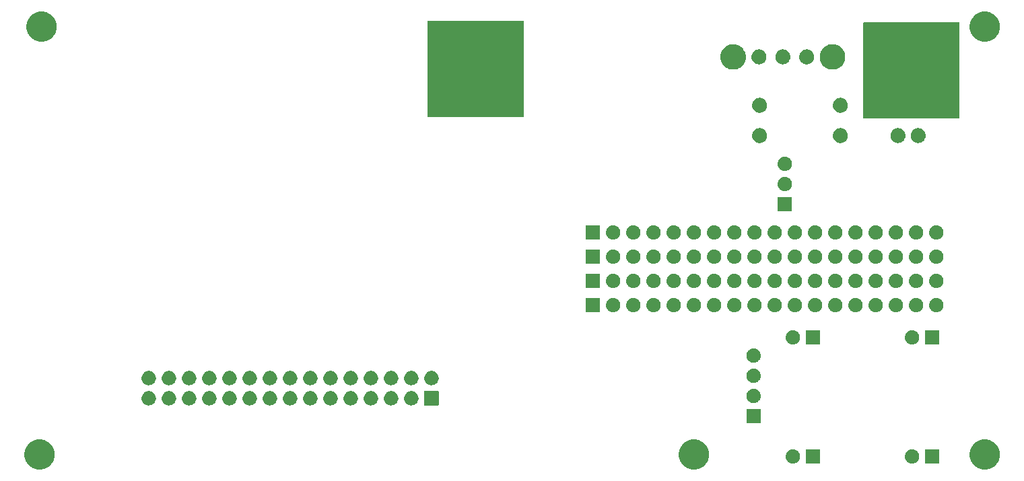
<source format=gbr>
G04 #@! TF.GenerationSoftware,KiCad,Pcbnew,5.99.0-unknown-51b9944~86~ubuntu18.04.1*
G04 #@! TF.CreationDate,2020-03-12T09:02:05+09:00*
G04 #@! TF.ProjectId,bGeigieRaku V2,62476569-6769-4655-9261-6b752056322e,rev?*
G04 #@! TF.SameCoordinates,Original*
G04 #@! TF.FileFunction,Soldermask,Bot*
G04 #@! TF.FilePolarity,Negative*
%FSLAX46Y46*%
G04 Gerber Fmt 4.6, Leading zero omitted, Abs format (unit mm)*
G04 Created by KiCad (PCBNEW 5.99.0-unknown-51b9944~86~ubuntu18.04.1) date 2020-03-12 09:02:05*
%MOMM*%
%LPD*%
G01*
G04 APERTURE LIST*
G04 APERTURE END LIST*
G36*
X209153689Y-124283594D02*
G01*
X209238403Y-124281672D01*
X209293948Y-124288492D01*
X209342857Y-124290200D01*
X209423121Y-124304353D01*
X209512312Y-124315304D01*
X209561420Y-124328738D01*
X209604763Y-124336381D01*
X209686844Y-124363051D01*
X209778496Y-124388124D01*
X209820529Y-124406488D01*
X209857693Y-124418563D01*
X209939532Y-124458478D01*
X210031381Y-124498606D01*
X210066048Y-124520184D01*
X210096718Y-124535143D01*
X210176075Y-124588670D01*
X210265668Y-124644437D01*
X210293018Y-124667550D01*
X210317202Y-124683862D01*
X210391742Y-124750978D01*
X210476449Y-124822561D01*
X210496837Y-124845606D01*
X210514835Y-124861811D01*
X210582152Y-124942037D01*
X210659309Y-125029247D01*
X210673407Y-125050790D01*
X210685783Y-125065540D01*
X210743474Y-125157864D01*
X210810418Y-125260165D01*
X210819138Y-125278952D01*
X210826714Y-125291075D01*
X210872471Y-125393848D01*
X210926609Y-125510478D01*
X210931089Y-125525505D01*
X210934882Y-125534025D01*
X210966494Y-125644270D01*
X211005449Y-125774942D01*
X211006988Y-125785489D01*
X211008186Y-125789668D01*
X211023661Y-125899777D01*
X211045287Y-126048017D01*
X211045159Y-126052746D01*
X211045199Y-126053030D01*
X211045199Y-126318970D01*
X211036228Y-126382804D01*
X211035042Y-126426622D01*
X211018631Y-126508009D01*
X211008186Y-126582332D01*
X210992887Y-126635687D01*
X210980495Y-126697143D01*
X210954232Y-126770493D01*
X210934882Y-126837975D01*
X210910307Y-126893171D01*
X210887469Y-126956956D01*
X210853281Y-127021254D01*
X210826714Y-127080925D01*
X210792101Y-127136317D01*
X210757911Y-127200619D01*
X210717796Y-127255229D01*
X210685783Y-127306460D01*
X210640665Y-127360230D01*
X210594535Y-127423028D01*
X210550516Y-127467666D01*
X210514835Y-127510189D01*
X210459048Y-127560420D01*
X210400765Y-127619522D01*
X210354796Y-127654288D01*
X210317202Y-127688138D01*
X210250963Y-127732817D01*
X210180660Y-127785987D01*
X210134573Y-127811324D01*
X210096718Y-127836857D01*
X210020570Y-127873997D01*
X209938829Y-127918934D01*
X209894298Y-127935584D01*
X209857693Y-127953437D01*
X209772593Y-127981088D01*
X209680340Y-128015580D01*
X209638786Y-128024564D01*
X209604763Y-128035619D01*
X209512015Y-128051973D01*
X209410607Y-128073898D01*
X209373214Y-128076447D01*
X209342857Y-128081800D01*
X209244127Y-128085248D01*
X209135281Y-128092668D01*
X209102924Y-128090178D01*
X209077070Y-128091081D01*
X208974354Y-128080285D01*
X208860128Y-128071496D01*
X208833384Y-128065469D01*
X208812586Y-128063283D01*
X208708232Y-128037265D01*
X208590914Y-128010826D01*
X208570015Y-128002803D01*
X208554539Y-127998945D01*
X208451295Y-127957232D01*
X208333278Y-127911929D01*
X208318133Y-127903430D01*
X208307953Y-127899317D01*
X208209020Y-127842198D01*
X208092617Y-127776876D01*
X208082852Y-127769356D01*
X208077642Y-127766348D01*
X207987850Y-127696194D01*
X207873973Y-127608497D01*
X207868891Y-127603253D01*
X207868076Y-127602616D01*
X207811615Y-127544149D01*
X207681925Y-127410319D01*
X207588487Y-127280764D01*
X207527017Y-127196158D01*
X207525753Y-127193780D01*
X207520497Y-127186493D01*
X207455976Y-127062549D01*
X207402160Y-126961337D01*
X207399539Y-126954136D01*
X207393070Y-126941709D01*
X207349985Y-126817987D01*
X207311201Y-126711427D01*
X207308575Y-126699074D01*
X207302314Y-126681094D01*
X207278811Y-126559046D01*
X207255910Y-126451305D01*
X207254682Y-126433746D01*
X207250130Y-126410107D01*
X207244761Y-126291870D01*
X207237358Y-126186000D01*
X207238932Y-126163493D01*
X207237612Y-126134425D01*
X207248809Y-126022239D01*
X207255910Y-125920695D01*
X207261631Y-125893781D01*
X207265020Y-125859824D01*
X207290979Y-125755711D01*
X207311201Y-125660573D01*
X207322309Y-125630054D01*
X207331783Y-125592056D01*
X207370485Y-125497689D01*
X207402160Y-125410663D01*
X207419728Y-125377623D01*
X207436499Y-125336730D01*
X207485763Y-125253430D01*
X207527017Y-125175842D01*
X207551913Y-125141576D01*
X207576977Y-125099195D01*
X207634494Y-125027913D01*
X207683335Y-124960690D01*
X207716185Y-124926672D01*
X207750273Y-124884427D01*
X207813694Y-124825699D01*
X207868076Y-124769384D01*
X207909234Y-124737228D01*
X207952758Y-124696924D01*
X208019758Y-124650876D01*
X208077642Y-124605652D01*
X208127142Y-124577073D01*
X208180188Y-124540616D01*
X208248565Y-124506970D01*
X208307953Y-124472683D01*
X208365489Y-124449437D01*
X208427800Y-124418776D01*
X208495487Y-124396914D01*
X208554539Y-124373055D01*
X208619502Y-124356858D01*
X208690408Y-124333956D01*
X208755546Y-124322939D01*
X208812586Y-124308717D01*
X208884012Y-124301210D01*
X208962509Y-124287933D01*
X209023506Y-124286549D01*
X209077070Y-124280919D01*
X209153689Y-124283594D01*
G37*
G36*
X90281689Y-124283594D02*
G01*
X90366403Y-124281672D01*
X90421948Y-124288492D01*
X90470857Y-124290200D01*
X90551121Y-124304353D01*
X90640312Y-124315304D01*
X90689420Y-124328738D01*
X90732763Y-124336381D01*
X90814844Y-124363051D01*
X90906496Y-124388124D01*
X90948529Y-124406488D01*
X90985693Y-124418563D01*
X91067532Y-124458478D01*
X91159381Y-124498606D01*
X91194048Y-124520184D01*
X91224718Y-124535143D01*
X91304075Y-124588670D01*
X91393668Y-124644437D01*
X91421018Y-124667550D01*
X91445202Y-124683862D01*
X91519742Y-124750978D01*
X91604449Y-124822561D01*
X91624837Y-124845606D01*
X91642835Y-124861811D01*
X91710152Y-124942037D01*
X91787309Y-125029247D01*
X91801407Y-125050790D01*
X91813783Y-125065540D01*
X91871474Y-125157864D01*
X91938418Y-125260165D01*
X91947138Y-125278952D01*
X91954714Y-125291075D01*
X92000471Y-125393848D01*
X92054609Y-125510478D01*
X92059089Y-125525505D01*
X92062882Y-125534025D01*
X92094494Y-125644270D01*
X92133449Y-125774942D01*
X92134988Y-125785489D01*
X92136186Y-125789668D01*
X92151661Y-125899777D01*
X92173287Y-126048017D01*
X92173159Y-126052746D01*
X92173199Y-126053030D01*
X92173199Y-126318970D01*
X92164228Y-126382804D01*
X92163042Y-126426622D01*
X92146631Y-126508009D01*
X92136186Y-126582332D01*
X92120887Y-126635687D01*
X92108495Y-126697143D01*
X92082232Y-126770493D01*
X92062882Y-126837975D01*
X92038307Y-126893171D01*
X92015469Y-126956956D01*
X91981281Y-127021254D01*
X91954714Y-127080925D01*
X91920101Y-127136317D01*
X91885911Y-127200619D01*
X91845796Y-127255229D01*
X91813783Y-127306460D01*
X91768665Y-127360230D01*
X91722535Y-127423028D01*
X91678516Y-127467666D01*
X91642835Y-127510189D01*
X91587048Y-127560420D01*
X91528765Y-127619522D01*
X91482796Y-127654288D01*
X91445202Y-127688138D01*
X91378963Y-127732817D01*
X91308660Y-127785987D01*
X91262573Y-127811324D01*
X91224718Y-127836857D01*
X91148570Y-127873997D01*
X91066829Y-127918934D01*
X91022298Y-127935584D01*
X90985693Y-127953437D01*
X90900593Y-127981088D01*
X90808340Y-128015580D01*
X90766786Y-128024564D01*
X90732763Y-128035619D01*
X90640015Y-128051973D01*
X90538607Y-128073898D01*
X90501214Y-128076447D01*
X90470857Y-128081800D01*
X90372127Y-128085248D01*
X90263281Y-128092668D01*
X90230924Y-128090178D01*
X90205070Y-128091081D01*
X90102354Y-128080285D01*
X89988128Y-128071496D01*
X89961384Y-128065469D01*
X89940586Y-128063283D01*
X89836232Y-128037265D01*
X89718914Y-128010826D01*
X89698015Y-128002803D01*
X89682539Y-127998945D01*
X89579295Y-127957232D01*
X89461278Y-127911929D01*
X89446133Y-127903430D01*
X89435953Y-127899317D01*
X89337020Y-127842198D01*
X89220617Y-127776876D01*
X89210852Y-127769356D01*
X89205642Y-127766348D01*
X89115850Y-127696194D01*
X89001973Y-127608497D01*
X88996891Y-127603253D01*
X88996076Y-127602616D01*
X88939615Y-127544149D01*
X88809925Y-127410319D01*
X88716487Y-127280764D01*
X88655017Y-127196158D01*
X88653753Y-127193780D01*
X88648497Y-127186493D01*
X88583976Y-127062549D01*
X88530160Y-126961337D01*
X88527539Y-126954136D01*
X88521070Y-126941709D01*
X88477985Y-126817987D01*
X88439201Y-126711427D01*
X88436575Y-126699074D01*
X88430314Y-126681094D01*
X88406811Y-126559046D01*
X88383910Y-126451305D01*
X88382682Y-126433746D01*
X88378130Y-126410107D01*
X88372761Y-126291870D01*
X88365358Y-126186000D01*
X88366932Y-126163493D01*
X88365612Y-126134425D01*
X88376809Y-126022239D01*
X88383910Y-125920695D01*
X88389631Y-125893781D01*
X88393020Y-125859824D01*
X88418979Y-125755711D01*
X88439201Y-125660573D01*
X88450309Y-125630054D01*
X88459783Y-125592056D01*
X88498485Y-125497689D01*
X88530160Y-125410663D01*
X88547728Y-125377623D01*
X88564499Y-125336730D01*
X88613763Y-125253430D01*
X88655017Y-125175842D01*
X88679913Y-125141576D01*
X88704977Y-125099195D01*
X88762494Y-125027913D01*
X88811335Y-124960690D01*
X88844185Y-124926672D01*
X88878273Y-124884427D01*
X88941694Y-124825699D01*
X88996076Y-124769384D01*
X89037234Y-124737228D01*
X89080758Y-124696924D01*
X89147758Y-124650876D01*
X89205642Y-124605652D01*
X89255142Y-124577073D01*
X89308188Y-124540616D01*
X89376565Y-124506970D01*
X89435953Y-124472683D01*
X89493489Y-124449437D01*
X89555800Y-124418776D01*
X89623487Y-124396914D01*
X89682539Y-124373055D01*
X89747502Y-124356858D01*
X89818408Y-124333956D01*
X89883546Y-124322939D01*
X89940586Y-124308717D01*
X90012012Y-124301210D01*
X90090509Y-124287933D01*
X90151506Y-124286549D01*
X90205070Y-124280919D01*
X90281689Y-124283594D01*
G37*
G36*
X172577689Y-124283594D02*
G01*
X172662403Y-124281672D01*
X172717948Y-124288492D01*
X172766857Y-124290200D01*
X172847121Y-124304353D01*
X172936312Y-124315304D01*
X172985420Y-124328738D01*
X173028763Y-124336381D01*
X173110844Y-124363051D01*
X173202496Y-124388124D01*
X173244529Y-124406488D01*
X173281693Y-124418563D01*
X173363532Y-124458478D01*
X173455381Y-124498606D01*
X173490048Y-124520184D01*
X173520718Y-124535143D01*
X173600075Y-124588670D01*
X173689668Y-124644437D01*
X173717018Y-124667550D01*
X173741202Y-124683862D01*
X173815742Y-124750978D01*
X173900449Y-124822561D01*
X173920837Y-124845606D01*
X173938835Y-124861811D01*
X174006152Y-124942037D01*
X174083309Y-125029247D01*
X174097407Y-125050790D01*
X174109783Y-125065540D01*
X174167474Y-125157864D01*
X174234418Y-125260165D01*
X174243138Y-125278952D01*
X174250714Y-125291075D01*
X174296471Y-125393848D01*
X174350609Y-125510478D01*
X174355089Y-125525505D01*
X174358882Y-125534025D01*
X174390494Y-125644270D01*
X174429449Y-125774942D01*
X174430988Y-125785489D01*
X174432186Y-125789668D01*
X174447661Y-125899777D01*
X174469287Y-126048017D01*
X174469159Y-126052746D01*
X174469199Y-126053030D01*
X174469199Y-126318970D01*
X174460228Y-126382804D01*
X174459042Y-126426622D01*
X174442631Y-126508009D01*
X174432186Y-126582332D01*
X174416887Y-126635687D01*
X174404495Y-126697143D01*
X174378232Y-126770493D01*
X174358882Y-126837975D01*
X174334307Y-126893171D01*
X174311469Y-126956956D01*
X174277281Y-127021254D01*
X174250714Y-127080925D01*
X174216101Y-127136317D01*
X174181911Y-127200619D01*
X174141796Y-127255229D01*
X174109783Y-127306460D01*
X174064665Y-127360230D01*
X174018535Y-127423028D01*
X173974516Y-127467666D01*
X173938835Y-127510189D01*
X173883048Y-127560420D01*
X173824765Y-127619522D01*
X173778796Y-127654288D01*
X173741202Y-127688138D01*
X173674963Y-127732817D01*
X173604660Y-127785987D01*
X173558573Y-127811324D01*
X173520718Y-127836857D01*
X173444570Y-127873997D01*
X173362829Y-127918934D01*
X173318298Y-127935584D01*
X173281693Y-127953437D01*
X173196593Y-127981088D01*
X173104340Y-128015580D01*
X173062786Y-128024564D01*
X173028763Y-128035619D01*
X172936015Y-128051973D01*
X172834607Y-128073898D01*
X172797214Y-128076447D01*
X172766857Y-128081800D01*
X172668127Y-128085248D01*
X172559281Y-128092668D01*
X172526924Y-128090178D01*
X172501070Y-128091081D01*
X172398354Y-128080285D01*
X172284128Y-128071496D01*
X172257384Y-128065469D01*
X172236586Y-128063283D01*
X172132232Y-128037265D01*
X172014914Y-128010826D01*
X171994015Y-128002803D01*
X171978539Y-127998945D01*
X171875295Y-127957232D01*
X171757278Y-127911929D01*
X171742133Y-127903430D01*
X171731953Y-127899317D01*
X171633020Y-127842198D01*
X171516617Y-127776876D01*
X171506852Y-127769356D01*
X171501642Y-127766348D01*
X171411850Y-127696194D01*
X171297973Y-127608497D01*
X171292891Y-127603253D01*
X171292076Y-127602616D01*
X171235615Y-127544149D01*
X171105925Y-127410319D01*
X171012487Y-127280764D01*
X170951017Y-127196158D01*
X170949753Y-127193780D01*
X170944497Y-127186493D01*
X170879976Y-127062549D01*
X170826160Y-126961337D01*
X170823539Y-126954136D01*
X170817070Y-126941709D01*
X170773985Y-126817987D01*
X170735201Y-126711427D01*
X170732575Y-126699074D01*
X170726314Y-126681094D01*
X170702811Y-126559046D01*
X170679910Y-126451305D01*
X170678682Y-126433746D01*
X170674130Y-126410107D01*
X170668761Y-126291870D01*
X170661358Y-126186000D01*
X170662932Y-126163493D01*
X170661612Y-126134425D01*
X170672809Y-126022239D01*
X170679910Y-125920695D01*
X170685631Y-125893781D01*
X170689020Y-125859824D01*
X170714979Y-125755711D01*
X170735201Y-125660573D01*
X170746309Y-125630054D01*
X170755783Y-125592056D01*
X170794485Y-125497689D01*
X170826160Y-125410663D01*
X170843728Y-125377623D01*
X170860499Y-125336730D01*
X170909763Y-125253430D01*
X170951017Y-125175842D01*
X170975913Y-125141576D01*
X171000977Y-125099195D01*
X171058494Y-125027913D01*
X171107335Y-124960690D01*
X171140185Y-124926672D01*
X171174273Y-124884427D01*
X171237694Y-124825699D01*
X171292076Y-124769384D01*
X171333234Y-124737228D01*
X171376758Y-124696924D01*
X171443758Y-124650876D01*
X171501642Y-124605652D01*
X171551142Y-124577073D01*
X171604188Y-124540616D01*
X171672565Y-124506970D01*
X171731953Y-124472683D01*
X171789489Y-124449437D01*
X171851800Y-124418776D01*
X171919487Y-124396914D01*
X171978539Y-124373055D01*
X172043502Y-124356858D01*
X172114408Y-124333956D01*
X172179546Y-124322939D01*
X172236586Y-124308717D01*
X172308012Y-124301210D01*
X172386509Y-124287933D01*
X172447506Y-124286549D01*
X172501070Y-124280919D01*
X172577689Y-124283594D01*
G37*
G36*
X185063902Y-125539283D02*
G01*
X185108637Y-125539595D01*
X185152460Y-125548590D01*
X185202360Y-125553835D01*
X185244132Y-125567408D01*
X185281723Y-125575124D01*
X185328851Y-125594935D01*
X185382488Y-125612363D01*
X185415099Y-125631191D01*
X185444614Y-125643598D01*
X185492301Y-125675763D01*
X185546511Y-125707061D01*
X185569826Y-125728054D01*
X185591101Y-125742404D01*
X185636183Y-125787802D01*
X185687261Y-125833793D01*
X185702003Y-125854083D01*
X185715608Y-125867784D01*
X185754643Y-125926537D01*
X185798586Y-125987019D01*
X185806221Y-126004168D01*
X185813388Y-126014955D01*
X185842865Y-126086472D01*
X185875621Y-126160042D01*
X185878211Y-126172225D01*
X185880724Y-126178323D01*
X185897292Y-126261997D01*
X185914999Y-126345301D01*
X185914999Y-126534699D01*
X185912115Y-126548269D01*
X185912030Y-126554331D01*
X185893342Y-126636585D01*
X185875621Y-126719958D01*
X185873129Y-126725555D01*
X185873078Y-126725780D01*
X185801210Y-126887197D01*
X185801078Y-126887385D01*
X185798586Y-126892981D01*
X185748480Y-126961946D01*
X185699357Y-127031582D01*
X185694585Y-127036126D01*
X185687261Y-127046207D01*
X185627396Y-127100110D01*
X185571396Y-127153438D01*
X185560464Y-127160376D01*
X185546511Y-127172939D01*
X185481764Y-127210321D01*
X185422211Y-127248114D01*
X185404209Y-127255097D01*
X185382488Y-127267637D01*
X185317115Y-127288878D01*
X185257468Y-127312014D01*
X185232200Y-127316469D01*
X185202360Y-127326165D01*
X185140095Y-127332709D01*
X185083460Y-127342695D01*
X185051459Y-127342025D01*
X185014000Y-127345962D01*
X184957902Y-127340066D01*
X184906799Y-127338996D01*
X184869323Y-127330756D01*
X184825640Y-127326165D01*
X184777917Y-127310659D01*
X184734225Y-127301052D01*
X184693230Y-127283142D01*
X184645512Y-127267637D01*
X184607473Y-127245675D01*
X184572310Y-127230313D01*
X184530337Y-127201141D01*
X184481489Y-127172939D01*
X184453504Y-127147741D01*
X184427215Y-127129470D01*
X184387257Y-127088092D01*
X184340739Y-127046207D01*
X184322296Y-127020823D01*
X184304473Y-127002366D01*
X184269821Y-126948597D01*
X184229414Y-126892981D01*
X184219212Y-126870066D01*
X184208754Y-126853839D01*
X184182789Y-126788261D01*
X184152379Y-126719958D01*
X184148476Y-126701596D01*
X184143707Y-126689551D01*
X184129740Y-126613448D01*
X184113001Y-126534699D01*
X184113001Y-126522246D01*
X184111811Y-126515762D01*
X184113001Y-126430535D01*
X184113001Y-126345301D01*
X184114275Y-126339308D01*
X184114278Y-126339077D01*
X184151015Y-126166246D01*
X184151105Y-126166036D01*
X184152379Y-126160042D01*
X184187042Y-126082188D01*
X184220622Y-126003839D01*
X184224348Y-125998397D01*
X184229414Y-125987019D01*
X184276746Y-125921872D01*
X184320452Y-125858041D01*
X184329706Y-125848979D01*
X184340739Y-125833793D01*
X184396297Y-125783769D01*
X184446693Y-125734417D01*
X184462848Y-125723846D01*
X184481489Y-125707061D01*
X184541026Y-125672687D01*
X184594551Y-125637662D01*
X184618340Y-125628050D01*
X184645512Y-125612363D01*
X184705045Y-125593019D01*
X184758376Y-125571472D01*
X184789820Y-125565474D01*
X184825640Y-125553835D01*
X184881744Y-125547938D01*
X184931945Y-125538362D01*
X184970312Y-125538630D01*
X185014000Y-125534038D01*
X185063902Y-125539283D01*
G37*
G36*
X200049902Y-125539283D02*
G01*
X200094637Y-125539595D01*
X200138460Y-125548590D01*
X200188360Y-125553835D01*
X200230132Y-125567408D01*
X200267723Y-125575124D01*
X200314851Y-125594935D01*
X200368488Y-125612363D01*
X200401099Y-125631191D01*
X200430614Y-125643598D01*
X200478301Y-125675763D01*
X200532511Y-125707061D01*
X200555826Y-125728054D01*
X200577101Y-125742404D01*
X200622183Y-125787802D01*
X200673261Y-125833793D01*
X200688003Y-125854083D01*
X200701608Y-125867784D01*
X200740643Y-125926537D01*
X200784586Y-125987019D01*
X200792221Y-126004168D01*
X200799388Y-126014955D01*
X200828865Y-126086472D01*
X200861621Y-126160042D01*
X200864211Y-126172225D01*
X200866724Y-126178323D01*
X200883292Y-126261997D01*
X200900999Y-126345301D01*
X200900999Y-126534699D01*
X200898115Y-126548269D01*
X200898030Y-126554331D01*
X200879342Y-126636585D01*
X200861621Y-126719958D01*
X200859129Y-126725555D01*
X200859078Y-126725780D01*
X200787210Y-126887197D01*
X200787078Y-126887385D01*
X200784586Y-126892981D01*
X200734480Y-126961946D01*
X200685357Y-127031582D01*
X200680585Y-127036126D01*
X200673261Y-127046207D01*
X200613396Y-127100110D01*
X200557396Y-127153438D01*
X200546464Y-127160376D01*
X200532511Y-127172939D01*
X200467764Y-127210321D01*
X200408211Y-127248114D01*
X200390209Y-127255097D01*
X200368488Y-127267637D01*
X200303115Y-127288878D01*
X200243468Y-127312014D01*
X200218200Y-127316469D01*
X200188360Y-127326165D01*
X200126095Y-127332709D01*
X200069460Y-127342695D01*
X200037459Y-127342025D01*
X200000000Y-127345962D01*
X199943902Y-127340066D01*
X199892799Y-127338996D01*
X199855323Y-127330756D01*
X199811640Y-127326165D01*
X199763917Y-127310659D01*
X199720225Y-127301052D01*
X199679230Y-127283142D01*
X199631512Y-127267637D01*
X199593473Y-127245675D01*
X199558310Y-127230313D01*
X199516337Y-127201141D01*
X199467489Y-127172939D01*
X199439504Y-127147741D01*
X199413215Y-127129470D01*
X199373257Y-127088092D01*
X199326739Y-127046207D01*
X199308296Y-127020823D01*
X199290473Y-127002366D01*
X199255821Y-126948597D01*
X199215414Y-126892981D01*
X199205212Y-126870066D01*
X199194754Y-126853839D01*
X199168789Y-126788261D01*
X199138379Y-126719958D01*
X199134476Y-126701596D01*
X199129707Y-126689551D01*
X199115740Y-126613448D01*
X199099001Y-126534699D01*
X199099001Y-126522246D01*
X199097811Y-126515762D01*
X199099001Y-126430535D01*
X199099001Y-126345301D01*
X199100275Y-126339308D01*
X199100278Y-126339077D01*
X199137015Y-126166246D01*
X199137105Y-126166036D01*
X199138379Y-126160042D01*
X199173042Y-126082188D01*
X199206622Y-126003839D01*
X199210348Y-125998397D01*
X199215414Y-125987019D01*
X199262746Y-125921872D01*
X199306452Y-125858041D01*
X199315706Y-125848979D01*
X199326739Y-125833793D01*
X199382297Y-125783769D01*
X199432693Y-125734417D01*
X199448848Y-125723846D01*
X199467489Y-125707061D01*
X199527026Y-125672687D01*
X199580551Y-125637662D01*
X199604340Y-125628050D01*
X199631512Y-125612363D01*
X199691045Y-125593019D01*
X199744376Y-125571472D01*
X199775820Y-125565474D01*
X199811640Y-125553835D01*
X199867744Y-125547938D01*
X199917945Y-125538362D01*
X199956312Y-125538630D01*
X200000000Y-125534038D01*
X200049902Y-125539283D01*
G37*
G36*
X203409899Y-125541959D02*
G01*
X203426769Y-125553231D01*
X203438041Y-125570101D01*
X203444448Y-125602312D01*
X203444448Y-127277688D01*
X203441999Y-127290000D01*
X203438041Y-127309899D01*
X203426769Y-127326769D01*
X203409899Y-127338041D01*
X203390000Y-127341999D01*
X203377688Y-127344448D01*
X201702312Y-127344448D01*
X201670101Y-127338041D01*
X201653231Y-127326769D01*
X201641959Y-127309899D01*
X201635552Y-127277688D01*
X201635552Y-125602312D01*
X201641959Y-125570101D01*
X201653231Y-125553231D01*
X201670101Y-125541959D01*
X201702312Y-125535552D01*
X203377688Y-125535552D01*
X203409899Y-125541959D01*
G37*
G36*
X188423899Y-125541959D02*
G01*
X188440769Y-125553231D01*
X188452041Y-125570101D01*
X188458448Y-125602312D01*
X188458448Y-127277688D01*
X188455999Y-127290000D01*
X188452041Y-127309899D01*
X188440769Y-127326769D01*
X188423899Y-127338041D01*
X188404000Y-127341999D01*
X188391688Y-127344448D01*
X186716312Y-127344448D01*
X186684101Y-127338041D01*
X186667231Y-127326769D01*
X186655959Y-127309899D01*
X186649552Y-127277688D01*
X186649552Y-125602312D01*
X186655959Y-125570101D01*
X186667231Y-125553231D01*
X186684101Y-125541959D01*
X186716312Y-125535552D01*
X188391688Y-125535552D01*
X188423899Y-125541959D01*
G37*
G36*
X180930899Y-120461959D02*
G01*
X180947769Y-120473231D01*
X180959041Y-120490101D01*
X180965448Y-120522312D01*
X180965448Y-122197688D01*
X180962999Y-122210000D01*
X180959041Y-122229899D01*
X180947769Y-122246769D01*
X180930899Y-122258041D01*
X180911000Y-122261999D01*
X180898688Y-122264448D01*
X179223312Y-122264448D01*
X179191101Y-122258041D01*
X179174231Y-122246769D01*
X179162959Y-122229899D01*
X179156552Y-122197688D01*
X179156552Y-120522312D01*
X179162959Y-120490101D01*
X179174231Y-120473231D01*
X179191101Y-120461959D01*
X179223312Y-120455552D01*
X180898688Y-120455552D01*
X180930899Y-120461959D01*
G37*
G36*
X126913902Y-118213283D02*
G01*
X126958637Y-118213595D01*
X127002460Y-118222590D01*
X127052360Y-118227835D01*
X127094132Y-118241408D01*
X127131723Y-118249124D01*
X127178851Y-118268935D01*
X127232488Y-118286363D01*
X127265099Y-118305191D01*
X127294614Y-118317598D01*
X127342301Y-118349763D01*
X127396511Y-118381061D01*
X127419826Y-118402054D01*
X127441101Y-118416404D01*
X127486183Y-118461802D01*
X127537261Y-118507793D01*
X127552003Y-118528083D01*
X127565608Y-118541784D01*
X127604643Y-118600537D01*
X127648586Y-118661019D01*
X127656221Y-118678168D01*
X127663388Y-118688955D01*
X127692865Y-118760472D01*
X127725621Y-118834042D01*
X127728211Y-118846225D01*
X127730724Y-118852323D01*
X127747292Y-118935997D01*
X127764999Y-119019301D01*
X127764999Y-119208699D01*
X127762115Y-119222269D01*
X127762030Y-119228331D01*
X127743342Y-119310585D01*
X127725621Y-119393958D01*
X127723129Y-119399555D01*
X127723078Y-119399780D01*
X127651210Y-119561197D01*
X127651078Y-119561385D01*
X127648586Y-119566981D01*
X127598480Y-119635946D01*
X127549357Y-119705582D01*
X127544585Y-119710126D01*
X127537261Y-119720207D01*
X127477396Y-119774110D01*
X127421396Y-119827438D01*
X127410464Y-119834376D01*
X127396511Y-119846939D01*
X127331764Y-119884321D01*
X127272211Y-119922114D01*
X127254209Y-119929097D01*
X127232488Y-119941637D01*
X127167115Y-119962878D01*
X127107468Y-119986014D01*
X127082200Y-119990469D01*
X127052360Y-120000165D01*
X126990095Y-120006709D01*
X126933460Y-120016695D01*
X126901459Y-120016025D01*
X126864000Y-120019962D01*
X126807902Y-120014066D01*
X126756799Y-120012996D01*
X126719323Y-120004756D01*
X126675640Y-120000165D01*
X126627917Y-119984659D01*
X126584225Y-119975052D01*
X126543230Y-119957142D01*
X126495512Y-119941637D01*
X126457473Y-119919675D01*
X126422310Y-119904313D01*
X126380337Y-119875141D01*
X126331489Y-119846939D01*
X126303504Y-119821741D01*
X126277215Y-119803470D01*
X126237257Y-119762092D01*
X126190739Y-119720207D01*
X126172296Y-119694823D01*
X126154473Y-119676366D01*
X126119821Y-119622597D01*
X126079414Y-119566981D01*
X126069212Y-119544066D01*
X126058754Y-119527839D01*
X126032789Y-119462261D01*
X126002379Y-119393958D01*
X125998476Y-119375596D01*
X125993707Y-119363551D01*
X125979740Y-119287448D01*
X125963001Y-119208699D01*
X125963001Y-119196246D01*
X125961811Y-119189762D01*
X125963001Y-119104535D01*
X125963001Y-119019301D01*
X125964275Y-119013308D01*
X125964278Y-119013077D01*
X126001015Y-118840246D01*
X126001105Y-118840036D01*
X126002379Y-118834042D01*
X126037042Y-118756188D01*
X126070622Y-118677839D01*
X126074348Y-118672397D01*
X126079414Y-118661019D01*
X126126746Y-118595872D01*
X126170452Y-118532041D01*
X126179706Y-118522979D01*
X126190739Y-118507793D01*
X126246297Y-118457769D01*
X126296693Y-118408417D01*
X126312848Y-118397846D01*
X126331489Y-118381061D01*
X126391026Y-118346687D01*
X126444551Y-118311662D01*
X126468340Y-118302050D01*
X126495512Y-118286363D01*
X126555045Y-118267019D01*
X126608376Y-118245472D01*
X126639820Y-118239474D01*
X126675640Y-118227835D01*
X126731744Y-118221938D01*
X126781945Y-118212362D01*
X126820312Y-118212630D01*
X126864000Y-118208038D01*
X126913902Y-118213283D01*
G37*
G36*
X104053902Y-118213283D02*
G01*
X104098637Y-118213595D01*
X104142460Y-118222590D01*
X104192360Y-118227835D01*
X104234132Y-118241408D01*
X104271723Y-118249124D01*
X104318851Y-118268935D01*
X104372488Y-118286363D01*
X104405099Y-118305191D01*
X104434614Y-118317598D01*
X104482301Y-118349763D01*
X104536511Y-118381061D01*
X104559826Y-118402054D01*
X104581101Y-118416404D01*
X104626183Y-118461802D01*
X104677261Y-118507793D01*
X104692003Y-118528083D01*
X104705608Y-118541784D01*
X104744643Y-118600537D01*
X104788586Y-118661019D01*
X104796221Y-118678168D01*
X104803388Y-118688955D01*
X104832865Y-118760472D01*
X104865621Y-118834042D01*
X104868211Y-118846225D01*
X104870724Y-118852323D01*
X104887292Y-118935997D01*
X104904999Y-119019301D01*
X104904999Y-119208699D01*
X104902115Y-119222269D01*
X104902030Y-119228331D01*
X104883342Y-119310585D01*
X104865621Y-119393958D01*
X104863129Y-119399555D01*
X104863078Y-119399780D01*
X104791210Y-119561197D01*
X104791078Y-119561385D01*
X104788586Y-119566981D01*
X104738480Y-119635946D01*
X104689357Y-119705582D01*
X104684585Y-119710126D01*
X104677261Y-119720207D01*
X104617396Y-119774110D01*
X104561396Y-119827438D01*
X104550464Y-119834376D01*
X104536511Y-119846939D01*
X104471764Y-119884321D01*
X104412211Y-119922114D01*
X104394209Y-119929097D01*
X104372488Y-119941637D01*
X104307115Y-119962878D01*
X104247468Y-119986014D01*
X104222200Y-119990469D01*
X104192360Y-120000165D01*
X104130095Y-120006709D01*
X104073460Y-120016695D01*
X104041459Y-120016025D01*
X104004000Y-120019962D01*
X103947902Y-120014066D01*
X103896799Y-120012996D01*
X103859323Y-120004756D01*
X103815640Y-120000165D01*
X103767917Y-119984659D01*
X103724225Y-119975052D01*
X103683230Y-119957142D01*
X103635512Y-119941637D01*
X103597473Y-119919675D01*
X103562310Y-119904313D01*
X103520337Y-119875141D01*
X103471489Y-119846939D01*
X103443504Y-119821741D01*
X103417215Y-119803470D01*
X103377257Y-119762092D01*
X103330739Y-119720207D01*
X103312296Y-119694823D01*
X103294473Y-119676366D01*
X103259821Y-119622597D01*
X103219414Y-119566981D01*
X103209212Y-119544066D01*
X103198754Y-119527839D01*
X103172789Y-119462261D01*
X103142379Y-119393958D01*
X103138476Y-119375596D01*
X103133707Y-119363551D01*
X103119740Y-119287448D01*
X103103001Y-119208699D01*
X103103001Y-119196246D01*
X103101811Y-119189762D01*
X103103001Y-119104535D01*
X103103001Y-119019301D01*
X103104275Y-119013308D01*
X103104278Y-119013077D01*
X103141015Y-118840246D01*
X103141105Y-118840036D01*
X103142379Y-118834042D01*
X103177042Y-118756188D01*
X103210622Y-118677839D01*
X103214348Y-118672397D01*
X103219414Y-118661019D01*
X103266746Y-118595872D01*
X103310452Y-118532041D01*
X103319706Y-118522979D01*
X103330739Y-118507793D01*
X103386297Y-118457769D01*
X103436693Y-118408417D01*
X103452848Y-118397846D01*
X103471489Y-118381061D01*
X103531026Y-118346687D01*
X103584551Y-118311662D01*
X103608340Y-118302050D01*
X103635512Y-118286363D01*
X103695045Y-118267019D01*
X103748376Y-118245472D01*
X103779820Y-118239474D01*
X103815640Y-118227835D01*
X103871744Y-118221938D01*
X103921945Y-118212362D01*
X103960312Y-118212630D01*
X104004000Y-118208038D01*
X104053902Y-118213283D01*
G37*
G36*
X106593902Y-118213283D02*
G01*
X106638637Y-118213595D01*
X106682460Y-118222590D01*
X106732360Y-118227835D01*
X106774132Y-118241408D01*
X106811723Y-118249124D01*
X106858851Y-118268935D01*
X106912488Y-118286363D01*
X106945099Y-118305191D01*
X106974614Y-118317598D01*
X107022301Y-118349763D01*
X107076511Y-118381061D01*
X107099826Y-118402054D01*
X107121101Y-118416404D01*
X107166183Y-118461802D01*
X107217261Y-118507793D01*
X107232003Y-118528083D01*
X107245608Y-118541784D01*
X107284643Y-118600537D01*
X107328586Y-118661019D01*
X107336221Y-118678168D01*
X107343388Y-118688955D01*
X107372865Y-118760472D01*
X107405621Y-118834042D01*
X107408211Y-118846225D01*
X107410724Y-118852323D01*
X107427292Y-118935997D01*
X107444999Y-119019301D01*
X107444999Y-119208699D01*
X107442115Y-119222269D01*
X107442030Y-119228331D01*
X107423342Y-119310585D01*
X107405621Y-119393958D01*
X107403129Y-119399555D01*
X107403078Y-119399780D01*
X107331210Y-119561197D01*
X107331078Y-119561385D01*
X107328586Y-119566981D01*
X107278480Y-119635946D01*
X107229357Y-119705582D01*
X107224585Y-119710126D01*
X107217261Y-119720207D01*
X107157396Y-119774110D01*
X107101396Y-119827438D01*
X107090464Y-119834376D01*
X107076511Y-119846939D01*
X107011764Y-119884321D01*
X106952211Y-119922114D01*
X106934209Y-119929097D01*
X106912488Y-119941637D01*
X106847115Y-119962878D01*
X106787468Y-119986014D01*
X106762200Y-119990469D01*
X106732360Y-120000165D01*
X106670095Y-120006709D01*
X106613460Y-120016695D01*
X106581459Y-120016025D01*
X106544000Y-120019962D01*
X106487902Y-120014066D01*
X106436799Y-120012996D01*
X106399323Y-120004756D01*
X106355640Y-120000165D01*
X106307917Y-119984659D01*
X106264225Y-119975052D01*
X106223230Y-119957142D01*
X106175512Y-119941637D01*
X106137473Y-119919675D01*
X106102310Y-119904313D01*
X106060337Y-119875141D01*
X106011489Y-119846939D01*
X105983504Y-119821741D01*
X105957215Y-119803470D01*
X105917257Y-119762092D01*
X105870739Y-119720207D01*
X105852296Y-119694823D01*
X105834473Y-119676366D01*
X105799821Y-119622597D01*
X105759414Y-119566981D01*
X105749212Y-119544066D01*
X105738754Y-119527839D01*
X105712789Y-119462261D01*
X105682379Y-119393958D01*
X105678476Y-119375596D01*
X105673707Y-119363551D01*
X105659740Y-119287448D01*
X105643001Y-119208699D01*
X105643001Y-119196246D01*
X105641811Y-119189762D01*
X105643001Y-119104535D01*
X105643001Y-119019301D01*
X105644275Y-119013308D01*
X105644278Y-119013077D01*
X105681015Y-118840246D01*
X105681105Y-118840036D01*
X105682379Y-118834042D01*
X105717042Y-118756188D01*
X105750622Y-118677839D01*
X105754348Y-118672397D01*
X105759414Y-118661019D01*
X105806746Y-118595872D01*
X105850452Y-118532041D01*
X105859706Y-118522979D01*
X105870739Y-118507793D01*
X105926297Y-118457769D01*
X105976693Y-118408417D01*
X105992848Y-118397846D01*
X106011489Y-118381061D01*
X106071026Y-118346687D01*
X106124551Y-118311662D01*
X106148340Y-118302050D01*
X106175512Y-118286363D01*
X106235045Y-118267019D01*
X106288376Y-118245472D01*
X106319820Y-118239474D01*
X106355640Y-118227835D01*
X106411744Y-118221938D01*
X106461945Y-118212362D01*
X106500312Y-118212630D01*
X106544000Y-118208038D01*
X106593902Y-118213283D01*
G37*
G36*
X109133902Y-118213283D02*
G01*
X109178637Y-118213595D01*
X109222460Y-118222590D01*
X109272360Y-118227835D01*
X109314132Y-118241408D01*
X109351723Y-118249124D01*
X109398851Y-118268935D01*
X109452488Y-118286363D01*
X109485099Y-118305191D01*
X109514614Y-118317598D01*
X109562301Y-118349763D01*
X109616511Y-118381061D01*
X109639826Y-118402054D01*
X109661101Y-118416404D01*
X109706183Y-118461802D01*
X109757261Y-118507793D01*
X109772003Y-118528083D01*
X109785608Y-118541784D01*
X109824643Y-118600537D01*
X109868586Y-118661019D01*
X109876221Y-118678168D01*
X109883388Y-118688955D01*
X109912865Y-118760472D01*
X109945621Y-118834042D01*
X109948211Y-118846225D01*
X109950724Y-118852323D01*
X109967292Y-118935997D01*
X109984999Y-119019301D01*
X109984999Y-119208699D01*
X109982115Y-119222269D01*
X109982030Y-119228331D01*
X109963342Y-119310585D01*
X109945621Y-119393958D01*
X109943129Y-119399555D01*
X109943078Y-119399780D01*
X109871210Y-119561197D01*
X109871078Y-119561385D01*
X109868586Y-119566981D01*
X109818480Y-119635946D01*
X109769357Y-119705582D01*
X109764585Y-119710126D01*
X109757261Y-119720207D01*
X109697396Y-119774110D01*
X109641396Y-119827438D01*
X109630464Y-119834376D01*
X109616511Y-119846939D01*
X109551764Y-119884321D01*
X109492211Y-119922114D01*
X109474209Y-119929097D01*
X109452488Y-119941637D01*
X109387115Y-119962878D01*
X109327468Y-119986014D01*
X109302200Y-119990469D01*
X109272360Y-120000165D01*
X109210095Y-120006709D01*
X109153460Y-120016695D01*
X109121459Y-120016025D01*
X109084000Y-120019962D01*
X109027902Y-120014066D01*
X108976799Y-120012996D01*
X108939323Y-120004756D01*
X108895640Y-120000165D01*
X108847917Y-119984659D01*
X108804225Y-119975052D01*
X108763230Y-119957142D01*
X108715512Y-119941637D01*
X108677473Y-119919675D01*
X108642310Y-119904313D01*
X108600337Y-119875141D01*
X108551489Y-119846939D01*
X108523504Y-119821741D01*
X108497215Y-119803470D01*
X108457257Y-119762092D01*
X108410739Y-119720207D01*
X108392296Y-119694823D01*
X108374473Y-119676366D01*
X108339821Y-119622597D01*
X108299414Y-119566981D01*
X108289212Y-119544066D01*
X108278754Y-119527839D01*
X108252789Y-119462261D01*
X108222379Y-119393958D01*
X108218476Y-119375596D01*
X108213707Y-119363551D01*
X108199740Y-119287448D01*
X108183001Y-119208699D01*
X108183001Y-119196246D01*
X108181811Y-119189762D01*
X108183001Y-119104535D01*
X108183001Y-119019301D01*
X108184275Y-119013308D01*
X108184278Y-119013077D01*
X108221015Y-118840246D01*
X108221105Y-118840036D01*
X108222379Y-118834042D01*
X108257042Y-118756188D01*
X108290622Y-118677839D01*
X108294348Y-118672397D01*
X108299414Y-118661019D01*
X108346746Y-118595872D01*
X108390452Y-118532041D01*
X108399706Y-118522979D01*
X108410739Y-118507793D01*
X108466297Y-118457769D01*
X108516693Y-118408417D01*
X108532848Y-118397846D01*
X108551489Y-118381061D01*
X108611026Y-118346687D01*
X108664551Y-118311662D01*
X108688340Y-118302050D01*
X108715512Y-118286363D01*
X108775045Y-118267019D01*
X108828376Y-118245472D01*
X108859820Y-118239474D01*
X108895640Y-118227835D01*
X108951744Y-118221938D01*
X109001945Y-118212362D01*
X109040312Y-118212630D01*
X109084000Y-118208038D01*
X109133902Y-118213283D01*
G37*
G36*
X137073902Y-118213283D02*
G01*
X137118637Y-118213595D01*
X137162460Y-118222590D01*
X137212360Y-118227835D01*
X137254132Y-118241408D01*
X137291723Y-118249124D01*
X137338851Y-118268935D01*
X137392488Y-118286363D01*
X137425099Y-118305191D01*
X137454614Y-118317598D01*
X137502301Y-118349763D01*
X137556511Y-118381061D01*
X137579826Y-118402054D01*
X137601101Y-118416404D01*
X137646183Y-118461802D01*
X137697261Y-118507793D01*
X137712003Y-118528083D01*
X137725608Y-118541784D01*
X137764643Y-118600537D01*
X137808586Y-118661019D01*
X137816221Y-118678168D01*
X137823388Y-118688955D01*
X137852865Y-118760472D01*
X137885621Y-118834042D01*
X137888211Y-118846225D01*
X137890724Y-118852323D01*
X137907292Y-118935997D01*
X137924999Y-119019301D01*
X137924999Y-119208699D01*
X137922115Y-119222269D01*
X137922030Y-119228331D01*
X137903342Y-119310585D01*
X137885621Y-119393958D01*
X137883129Y-119399555D01*
X137883078Y-119399780D01*
X137811210Y-119561197D01*
X137811078Y-119561385D01*
X137808586Y-119566981D01*
X137758480Y-119635946D01*
X137709357Y-119705582D01*
X137704585Y-119710126D01*
X137697261Y-119720207D01*
X137637396Y-119774110D01*
X137581396Y-119827438D01*
X137570464Y-119834376D01*
X137556511Y-119846939D01*
X137491764Y-119884321D01*
X137432211Y-119922114D01*
X137414209Y-119929097D01*
X137392488Y-119941637D01*
X137327115Y-119962878D01*
X137267468Y-119986014D01*
X137242200Y-119990469D01*
X137212360Y-120000165D01*
X137150095Y-120006709D01*
X137093460Y-120016695D01*
X137061459Y-120016025D01*
X137024000Y-120019962D01*
X136967902Y-120014066D01*
X136916799Y-120012996D01*
X136879323Y-120004756D01*
X136835640Y-120000165D01*
X136787917Y-119984659D01*
X136744225Y-119975052D01*
X136703230Y-119957142D01*
X136655512Y-119941637D01*
X136617473Y-119919675D01*
X136582310Y-119904313D01*
X136540337Y-119875141D01*
X136491489Y-119846939D01*
X136463504Y-119821741D01*
X136437215Y-119803470D01*
X136397257Y-119762092D01*
X136350739Y-119720207D01*
X136332296Y-119694823D01*
X136314473Y-119676366D01*
X136279821Y-119622597D01*
X136239414Y-119566981D01*
X136229212Y-119544066D01*
X136218754Y-119527839D01*
X136192789Y-119462261D01*
X136162379Y-119393958D01*
X136158476Y-119375596D01*
X136153707Y-119363551D01*
X136139740Y-119287448D01*
X136123001Y-119208699D01*
X136123001Y-119196246D01*
X136121811Y-119189762D01*
X136123001Y-119104535D01*
X136123001Y-119019301D01*
X136124275Y-119013308D01*
X136124278Y-119013077D01*
X136161015Y-118840246D01*
X136161105Y-118840036D01*
X136162379Y-118834042D01*
X136197042Y-118756188D01*
X136230622Y-118677839D01*
X136234348Y-118672397D01*
X136239414Y-118661019D01*
X136286746Y-118595872D01*
X136330452Y-118532041D01*
X136339706Y-118522979D01*
X136350739Y-118507793D01*
X136406297Y-118457769D01*
X136456693Y-118408417D01*
X136472848Y-118397846D01*
X136491489Y-118381061D01*
X136551026Y-118346687D01*
X136604551Y-118311662D01*
X136628340Y-118302050D01*
X136655512Y-118286363D01*
X136715045Y-118267019D01*
X136768376Y-118245472D01*
X136799820Y-118239474D01*
X136835640Y-118227835D01*
X136891744Y-118221938D01*
X136941945Y-118212362D01*
X136980312Y-118212630D01*
X137024000Y-118208038D01*
X137073902Y-118213283D01*
G37*
G36*
X134533902Y-118213283D02*
G01*
X134578637Y-118213595D01*
X134622460Y-118222590D01*
X134672360Y-118227835D01*
X134714132Y-118241408D01*
X134751723Y-118249124D01*
X134798851Y-118268935D01*
X134852488Y-118286363D01*
X134885099Y-118305191D01*
X134914614Y-118317598D01*
X134962301Y-118349763D01*
X135016511Y-118381061D01*
X135039826Y-118402054D01*
X135061101Y-118416404D01*
X135106183Y-118461802D01*
X135157261Y-118507793D01*
X135172003Y-118528083D01*
X135185608Y-118541784D01*
X135224643Y-118600537D01*
X135268586Y-118661019D01*
X135276221Y-118678168D01*
X135283388Y-118688955D01*
X135312865Y-118760472D01*
X135345621Y-118834042D01*
X135348211Y-118846225D01*
X135350724Y-118852323D01*
X135367292Y-118935997D01*
X135384999Y-119019301D01*
X135384999Y-119208699D01*
X135382115Y-119222269D01*
X135382030Y-119228331D01*
X135363342Y-119310585D01*
X135345621Y-119393958D01*
X135343129Y-119399555D01*
X135343078Y-119399780D01*
X135271210Y-119561197D01*
X135271078Y-119561385D01*
X135268586Y-119566981D01*
X135218480Y-119635946D01*
X135169357Y-119705582D01*
X135164585Y-119710126D01*
X135157261Y-119720207D01*
X135097396Y-119774110D01*
X135041396Y-119827438D01*
X135030464Y-119834376D01*
X135016511Y-119846939D01*
X134951764Y-119884321D01*
X134892211Y-119922114D01*
X134874209Y-119929097D01*
X134852488Y-119941637D01*
X134787115Y-119962878D01*
X134727468Y-119986014D01*
X134702200Y-119990469D01*
X134672360Y-120000165D01*
X134610095Y-120006709D01*
X134553460Y-120016695D01*
X134521459Y-120016025D01*
X134484000Y-120019962D01*
X134427902Y-120014066D01*
X134376799Y-120012996D01*
X134339323Y-120004756D01*
X134295640Y-120000165D01*
X134247917Y-119984659D01*
X134204225Y-119975052D01*
X134163230Y-119957142D01*
X134115512Y-119941637D01*
X134077473Y-119919675D01*
X134042310Y-119904313D01*
X134000337Y-119875141D01*
X133951489Y-119846939D01*
X133923504Y-119821741D01*
X133897215Y-119803470D01*
X133857257Y-119762092D01*
X133810739Y-119720207D01*
X133792296Y-119694823D01*
X133774473Y-119676366D01*
X133739821Y-119622597D01*
X133699414Y-119566981D01*
X133689212Y-119544066D01*
X133678754Y-119527839D01*
X133652789Y-119462261D01*
X133622379Y-119393958D01*
X133618476Y-119375596D01*
X133613707Y-119363551D01*
X133599740Y-119287448D01*
X133583001Y-119208699D01*
X133583001Y-119196246D01*
X133581811Y-119189762D01*
X133583001Y-119104535D01*
X133583001Y-119019301D01*
X133584275Y-119013308D01*
X133584278Y-119013077D01*
X133621015Y-118840246D01*
X133621105Y-118840036D01*
X133622379Y-118834042D01*
X133657042Y-118756188D01*
X133690622Y-118677839D01*
X133694348Y-118672397D01*
X133699414Y-118661019D01*
X133746746Y-118595872D01*
X133790452Y-118532041D01*
X133799706Y-118522979D01*
X133810739Y-118507793D01*
X133866297Y-118457769D01*
X133916693Y-118408417D01*
X133932848Y-118397846D01*
X133951489Y-118381061D01*
X134011026Y-118346687D01*
X134064551Y-118311662D01*
X134088340Y-118302050D01*
X134115512Y-118286363D01*
X134175045Y-118267019D01*
X134228376Y-118245472D01*
X134259820Y-118239474D01*
X134295640Y-118227835D01*
X134351744Y-118221938D01*
X134401945Y-118212362D01*
X134440312Y-118212630D01*
X134484000Y-118208038D01*
X134533902Y-118213283D01*
G37*
G36*
X131993902Y-118213283D02*
G01*
X132038637Y-118213595D01*
X132082460Y-118222590D01*
X132132360Y-118227835D01*
X132174132Y-118241408D01*
X132211723Y-118249124D01*
X132258851Y-118268935D01*
X132312488Y-118286363D01*
X132345099Y-118305191D01*
X132374614Y-118317598D01*
X132422301Y-118349763D01*
X132476511Y-118381061D01*
X132499826Y-118402054D01*
X132521101Y-118416404D01*
X132566183Y-118461802D01*
X132617261Y-118507793D01*
X132632003Y-118528083D01*
X132645608Y-118541784D01*
X132684643Y-118600537D01*
X132728586Y-118661019D01*
X132736221Y-118678168D01*
X132743388Y-118688955D01*
X132772865Y-118760472D01*
X132805621Y-118834042D01*
X132808211Y-118846225D01*
X132810724Y-118852323D01*
X132827292Y-118935997D01*
X132844999Y-119019301D01*
X132844999Y-119208699D01*
X132842115Y-119222269D01*
X132842030Y-119228331D01*
X132823342Y-119310585D01*
X132805621Y-119393958D01*
X132803129Y-119399555D01*
X132803078Y-119399780D01*
X132731210Y-119561197D01*
X132731078Y-119561385D01*
X132728586Y-119566981D01*
X132678480Y-119635946D01*
X132629357Y-119705582D01*
X132624585Y-119710126D01*
X132617261Y-119720207D01*
X132557396Y-119774110D01*
X132501396Y-119827438D01*
X132490464Y-119834376D01*
X132476511Y-119846939D01*
X132411764Y-119884321D01*
X132352211Y-119922114D01*
X132334209Y-119929097D01*
X132312488Y-119941637D01*
X132247115Y-119962878D01*
X132187468Y-119986014D01*
X132162200Y-119990469D01*
X132132360Y-120000165D01*
X132070095Y-120006709D01*
X132013460Y-120016695D01*
X131981459Y-120016025D01*
X131944000Y-120019962D01*
X131887902Y-120014066D01*
X131836799Y-120012996D01*
X131799323Y-120004756D01*
X131755640Y-120000165D01*
X131707917Y-119984659D01*
X131664225Y-119975052D01*
X131623230Y-119957142D01*
X131575512Y-119941637D01*
X131537473Y-119919675D01*
X131502310Y-119904313D01*
X131460337Y-119875141D01*
X131411489Y-119846939D01*
X131383504Y-119821741D01*
X131357215Y-119803470D01*
X131317257Y-119762092D01*
X131270739Y-119720207D01*
X131252296Y-119694823D01*
X131234473Y-119676366D01*
X131199821Y-119622597D01*
X131159414Y-119566981D01*
X131149212Y-119544066D01*
X131138754Y-119527839D01*
X131112789Y-119462261D01*
X131082379Y-119393958D01*
X131078476Y-119375596D01*
X131073707Y-119363551D01*
X131059740Y-119287448D01*
X131043001Y-119208699D01*
X131043001Y-119196246D01*
X131041811Y-119189762D01*
X131043001Y-119104535D01*
X131043001Y-119019301D01*
X131044275Y-119013308D01*
X131044278Y-119013077D01*
X131081015Y-118840246D01*
X131081105Y-118840036D01*
X131082379Y-118834042D01*
X131117042Y-118756188D01*
X131150622Y-118677839D01*
X131154348Y-118672397D01*
X131159414Y-118661019D01*
X131206746Y-118595872D01*
X131250452Y-118532041D01*
X131259706Y-118522979D01*
X131270739Y-118507793D01*
X131326297Y-118457769D01*
X131376693Y-118408417D01*
X131392848Y-118397846D01*
X131411489Y-118381061D01*
X131471026Y-118346687D01*
X131524551Y-118311662D01*
X131548340Y-118302050D01*
X131575512Y-118286363D01*
X131635045Y-118267019D01*
X131688376Y-118245472D01*
X131719820Y-118239474D01*
X131755640Y-118227835D01*
X131811744Y-118221938D01*
X131861945Y-118212362D01*
X131900312Y-118212630D01*
X131944000Y-118208038D01*
X131993902Y-118213283D01*
G37*
G36*
X129453902Y-118213283D02*
G01*
X129498637Y-118213595D01*
X129542460Y-118222590D01*
X129592360Y-118227835D01*
X129634132Y-118241408D01*
X129671723Y-118249124D01*
X129718851Y-118268935D01*
X129772488Y-118286363D01*
X129805099Y-118305191D01*
X129834614Y-118317598D01*
X129882301Y-118349763D01*
X129936511Y-118381061D01*
X129959826Y-118402054D01*
X129981101Y-118416404D01*
X130026183Y-118461802D01*
X130077261Y-118507793D01*
X130092003Y-118528083D01*
X130105608Y-118541784D01*
X130144643Y-118600537D01*
X130188586Y-118661019D01*
X130196221Y-118678168D01*
X130203388Y-118688955D01*
X130232865Y-118760472D01*
X130265621Y-118834042D01*
X130268211Y-118846225D01*
X130270724Y-118852323D01*
X130287292Y-118935997D01*
X130304999Y-119019301D01*
X130304999Y-119208699D01*
X130302115Y-119222269D01*
X130302030Y-119228331D01*
X130283342Y-119310585D01*
X130265621Y-119393958D01*
X130263129Y-119399555D01*
X130263078Y-119399780D01*
X130191210Y-119561197D01*
X130191078Y-119561385D01*
X130188586Y-119566981D01*
X130138480Y-119635946D01*
X130089357Y-119705582D01*
X130084585Y-119710126D01*
X130077261Y-119720207D01*
X130017396Y-119774110D01*
X129961396Y-119827438D01*
X129950464Y-119834376D01*
X129936511Y-119846939D01*
X129871764Y-119884321D01*
X129812211Y-119922114D01*
X129794209Y-119929097D01*
X129772488Y-119941637D01*
X129707115Y-119962878D01*
X129647468Y-119986014D01*
X129622200Y-119990469D01*
X129592360Y-120000165D01*
X129530095Y-120006709D01*
X129473460Y-120016695D01*
X129441459Y-120016025D01*
X129404000Y-120019962D01*
X129347902Y-120014066D01*
X129296799Y-120012996D01*
X129259323Y-120004756D01*
X129215640Y-120000165D01*
X129167917Y-119984659D01*
X129124225Y-119975052D01*
X129083230Y-119957142D01*
X129035512Y-119941637D01*
X128997473Y-119919675D01*
X128962310Y-119904313D01*
X128920337Y-119875141D01*
X128871489Y-119846939D01*
X128843504Y-119821741D01*
X128817215Y-119803470D01*
X128777257Y-119762092D01*
X128730739Y-119720207D01*
X128712296Y-119694823D01*
X128694473Y-119676366D01*
X128659821Y-119622597D01*
X128619414Y-119566981D01*
X128609212Y-119544066D01*
X128598754Y-119527839D01*
X128572789Y-119462261D01*
X128542379Y-119393958D01*
X128538476Y-119375596D01*
X128533707Y-119363551D01*
X128519740Y-119287448D01*
X128503001Y-119208699D01*
X128503001Y-119196246D01*
X128501811Y-119189762D01*
X128503001Y-119104535D01*
X128503001Y-119019301D01*
X128504275Y-119013308D01*
X128504278Y-119013077D01*
X128541015Y-118840246D01*
X128541105Y-118840036D01*
X128542379Y-118834042D01*
X128577042Y-118756188D01*
X128610622Y-118677839D01*
X128614348Y-118672397D01*
X128619414Y-118661019D01*
X128666746Y-118595872D01*
X128710452Y-118532041D01*
X128719706Y-118522979D01*
X128730739Y-118507793D01*
X128786297Y-118457769D01*
X128836693Y-118408417D01*
X128852848Y-118397846D01*
X128871489Y-118381061D01*
X128931026Y-118346687D01*
X128984551Y-118311662D01*
X129008340Y-118302050D01*
X129035512Y-118286363D01*
X129095045Y-118267019D01*
X129148376Y-118245472D01*
X129179820Y-118239474D01*
X129215640Y-118227835D01*
X129271744Y-118221938D01*
X129321945Y-118212362D01*
X129360312Y-118212630D01*
X129404000Y-118208038D01*
X129453902Y-118213283D01*
G37*
G36*
X124373902Y-118213283D02*
G01*
X124418637Y-118213595D01*
X124462460Y-118222590D01*
X124512360Y-118227835D01*
X124554132Y-118241408D01*
X124591723Y-118249124D01*
X124638851Y-118268935D01*
X124692488Y-118286363D01*
X124725099Y-118305191D01*
X124754614Y-118317598D01*
X124802301Y-118349763D01*
X124856511Y-118381061D01*
X124879826Y-118402054D01*
X124901101Y-118416404D01*
X124946183Y-118461802D01*
X124997261Y-118507793D01*
X125012003Y-118528083D01*
X125025608Y-118541784D01*
X125064643Y-118600537D01*
X125108586Y-118661019D01*
X125116221Y-118678168D01*
X125123388Y-118688955D01*
X125152865Y-118760472D01*
X125185621Y-118834042D01*
X125188211Y-118846225D01*
X125190724Y-118852323D01*
X125207292Y-118935997D01*
X125224999Y-119019301D01*
X125224999Y-119208699D01*
X125222115Y-119222269D01*
X125222030Y-119228331D01*
X125203342Y-119310585D01*
X125185621Y-119393958D01*
X125183129Y-119399555D01*
X125183078Y-119399780D01*
X125111210Y-119561197D01*
X125111078Y-119561385D01*
X125108586Y-119566981D01*
X125058480Y-119635946D01*
X125009357Y-119705582D01*
X125004585Y-119710126D01*
X124997261Y-119720207D01*
X124937396Y-119774110D01*
X124881396Y-119827438D01*
X124870464Y-119834376D01*
X124856511Y-119846939D01*
X124791764Y-119884321D01*
X124732211Y-119922114D01*
X124714209Y-119929097D01*
X124692488Y-119941637D01*
X124627115Y-119962878D01*
X124567468Y-119986014D01*
X124542200Y-119990469D01*
X124512360Y-120000165D01*
X124450095Y-120006709D01*
X124393460Y-120016695D01*
X124361459Y-120016025D01*
X124324000Y-120019962D01*
X124267902Y-120014066D01*
X124216799Y-120012996D01*
X124179323Y-120004756D01*
X124135640Y-120000165D01*
X124087917Y-119984659D01*
X124044225Y-119975052D01*
X124003230Y-119957142D01*
X123955512Y-119941637D01*
X123917473Y-119919675D01*
X123882310Y-119904313D01*
X123840337Y-119875141D01*
X123791489Y-119846939D01*
X123763504Y-119821741D01*
X123737215Y-119803470D01*
X123697257Y-119762092D01*
X123650739Y-119720207D01*
X123632296Y-119694823D01*
X123614473Y-119676366D01*
X123579821Y-119622597D01*
X123539414Y-119566981D01*
X123529212Y-119544066D01*
X123518754Y-119527839D01*
X123492789Y-119462261D01*
X123462379Y-119393958D01*
X123458476Y-119375596D01*
X123453707Y-119363551D01*
X123439740Y-119287448D01*
X123423001Y-119208699D01*
X123423001Y-119196246D01*
X123421811Y-119189762D01*
X123423001Y-119104535D01*
X123423001Y-119019301D01*
X123424275Y-119013308D01*
X123424278Y-119013077D01*
X123461015Y-118840246D01*
X123461105Y-118840036D01*
X123462379Y-118834042D01*
X123497042Y-118756188D01*
X123530622Y-118677839D01*
X123534348Y-118672397D01*
X123539414Y-118661019D01*
X123586746Y-118595872D01*
X123630452Y-118532041D01*
X123639706Y-118522979D01*
X123650739Y-118507793D01*
X123706297Y-118457769D01*
X123756693Y-118408417D01*
X123772848Y-118397846D01*
X123791489Y-118381061D01*
X123851026Y-118346687D01*
X123904551Y-118311662D01*
X123928340Y-118302050D01*
X123955512Y-118286363D01*
X124015045Y-118267019D01*
X124068376Y-118245472D01*
X124099820Y-118239474D01*
X124135640Y-118227835D01*
X124191744Y-118221938D01*
X124241945Y-118212362D01*
X124280312Y-118212630D01*
X124324000Y-118208038D01*
X124373902Y-118213283D01*
G37*
G36*
X121833902Y-118213283D02*
G01*
X121878637Y-118213595D01*
X121922460Y-118222590D01*
X121972360Y-118227835D01*
X122014132Y-118241408D01*
X122051723Y-118249124D01*
X122098851Y-118268935D01*
X122152488Y-118286363D01*
X122185099Y-118305191D01*
X122214614Y-118317598D01*
X122262301Y-118349763D01*
X122316511Y-118381061D01*
X122339826Y-118402054D01*
X122361101Y-118416404D01*
X122406183Y-118461802D01*
X122457261Y-118507793D01*
X122472003Y-118528083D01*
X122485608Y-118541784D01*
X122524643Y-118600537D01*
X122568586Y-118661019D01*
X122576221Y-118678168D01*
X122583388Y-118688955D01*
X122612865Y-118760472D01*
X122645621Y-118834042D01*
X122648211Y-118846225D01*
X122650724Y-118852323D01*
X122667292Y-118935997D01*
X122684999Y-119019301D01*
X122684999Y-119208699D01*
X122682115Y-119222269D01*
X122682030Y-119228331D01*
X122663342Y-119310585D01*
X122645621Y-119393958D01*
X122643129Y-119399555D01*
X122643078Y-119399780D01*
X122571210Y-119561197D01*
X122571078Y-119561385D01*
X122568586Y-119566981D01*
X122518480Y-119635946D01*
X122469357Y-119705582D01*
X122464585Y-119710126D01*
X122457261Y-119720207D01*
X122397396Y-119774110D01*
X122341396Y-119827438D01*
X122330464Y-119834376D01*
X122316511Y-119846939D01*
X122251764Y-119884321D01*
X122192211Y-119922114D01*
X122174209Y-119929097D01*
X122152488Y-119941637D01*
X122087115Y-119962878D01*
X122027468Y-119986014D01*
X122002200Y-119990469D01*
X121972360Y-120000165D01*
X121910095Y-120006709D01*
X121853460Y-120016695D01*
X121821459Y-120016025D01*
X121784000Y-120019962D01*
X121727902Y-120014066D01*
X121676799Y-120012996D01*
X121639323Y-120004756D01*
X121595640Y-120000165D01*
X121547917Y-119984659D01*
X121504225Y-119975052D01*
X121463230Y-119957142D01*
X121415512Y-119941637D01*
X121377473Y-119919675D01*
X121342310Y-119904313D01*
X121300337Y-119875141D01*
X121251489Y-119846939D01*
X121223504Y-119821741D01*
X121197215Y-119803470D01*
X121157257Y-119762092D01*
X121110739Y-119720207D01*
X121092296Y-119694823D01*
X121074473Y-119676366D01*
X121039821Y-119622597D01*
X120999414Y-119566981D01*
X120989212Y-119544066D01*
X120978754Y-119527839D01*
X120952789Y-119462261D01*
X120922379Y-119393958D01*
X120918476Y-119375596D01*
X120913707Y-119363551D01*
X120899740Y-119287448D01*
X120883001Y-119208699D01*
X120883001Y-119196246D01*
X120881811Y-119189762D01*
X120883001Y-119104535D01*
X120883001Y-119019301D01*
X120884275Y-119013308D01*
X120884278Y-119013077D01*
X120921015Y-118840246D01*
X120921105Y-118840036D01*
X120922379Y-118834042D01*
X120957042Y-118756188D01*
X120990622Y-118677839D01*
X120994348Y-118672397D01*
X120999414Y-118661019D01*
X121046746Y-118595872D01*
X121090452Y-118532041D01*
X121099706Y-118522979D01*
X121110739Y-118507793D01*
X121166297Y-118457769D01*
X121216693Y-118408417D01*
X121232848Y-118397846D01*
X121251489Y-118381061D01*
X121311026Y-118346687D01*
X121364551Y-118311662D01*
X121388340Y-118302050D01*
X121415512Y-118286363D01*
X121475045Y-118267019D01*
X121528376Y-118245472D01*
X121559820Y-118239474D01*
X121595640Y-118227835D01*
X121651744Y-118221938D01*
X121701945Y-118212362D01*
X121740312Y-118212630D01*
X121784000Y-118208038D01*
X121833902Y-118213283D01*
G37*
G36*
X119293902Y-118213283D02*
G01*
X119338637Y-118213595D01*
X119382460Y-118222590D01*
X119432360Y-118227835D01*
X119474132Y-118241408D01*
X119511723Y-118249124D01*
X119558851Y-118268935D01*
X119612488Y-118286363D01*
X119645099Y-118305191D01*
X119674614Y-118317598D01*
X119722301Y-118349763D01*
X119776511Y-118381061D01*
X119799826Y-118402054D01*
X119821101Y-118416404D01*
X119866183Y-118461802D01*
X119917261Y-118507793D01*
X119932003Y-118528083D01*
X119945608Y-118541784D01*
X119984643Y-118600537D01*
X120028586Y-118661019D01*
X120036221Y-118678168D01*
X120043388Y-118688955D01*
X120072865Y-118760472D01*
X120105621Y-118834042D01*
X120108211Y-118846225D01*
X120110724Y-118852323D01*
X120127292Y-118935997D01*
X120144999Y-119019301D01*
X120144999Y-119208699D01*
X120142115Y-119222269D01*
X120142030Y-119228331D01*
X120123342Y-119310585D01*
X120105621Y-119393958D01*
X120103129Y-119399555D01*
X120103078Y-119399780D01*
X120031210Y-119561197D01*
X120031078Y-119561385D01*
X120028586Y-119566981D01*
X119978480Y-119635946D01*
X119929357Y-119705582D01*
X119924585Y-119710126D01*
X119917261Y-119720207D01*
X119857396Y-119774110D01*
X119801396Y-119827438D01*
X119790464Y-119834376D01*
X119776511Y-119846939D01*
X119711764Y-119884321D01*
X119652211Y-119922114D01*
X119634209Y-119929097D01*
X119612488Y-119941637D01*
X119547115Y-119962878D01*
X119487468Y-119986014D01*
X119462200Y-119990469D01*
X119432360Y-120000165D01*
X119370095Y-120006709D01*
X119313460Y-120016695D01*
X119281459Y-120016025D01*
X119244000Y-120019962D01*
X119187902Y-120014066D01*
X119136799Y-120012996D01*
X119099323Y-120004756D01*
X119055640Y-120000165D01*
X119007917Y-119984659D01*
X118964225Y-119975052D01*
X118923230Y-119957142D01*
X118875512Y-119941637D01*
X118837473Y-119919675D01*
X118802310Y-119904313D01*
X118760337Y-119875141D01*
X118711489Y-119846939D01*
X118683504Y-119821741D01*
X118657215Y-119803470D01*
X118617257Y-119762092D01*
X118570739Y-119720207D01*
X118552296Y-119694823D01*
X118534473Y-119676366D01*
X118499821Y-119622597D01*
X118459414Y-119566981D01*
X118449212Y-119544066D01*
X118438754Y-119527839D01*
X118412789Y-119462261D01*
X118382379Y-119393958D01*
X118378476Y-119375596D01*
X118373707Y-119363551D01*
X118359740Y-119287448D01*
X118343001Y-119208699D01*
X118343001Y-119196246D01*
X118341811Y-119189762D01*
X118343001Y-119104535D01*
X118343001Y-119019301D01*
X118344275Y-119013308D01*
X118344278Y-119013077D01*
X118381015Y-118840246D01*
X118381105Y-118840036D01*
X118382379Y-118834042D01*
X118417042Y-118756188D01*
X118450622Y-118677839D01*
X118454348Y-118672397D01*
X118459414Y-118661019D01*
X118506746Y-118595872D01*
X118550452Y-118532041D01*
X118559706Y-118522979D01*
X118570739Y-118507793D01*
X118626297Y-118457769D01*
X118676693Y-118408417D01*
X118692848Y-118397846D01*
X118711489Y-118381061D01*
X118771026Y-118346687D01*
X118824551Y-118311662D01*
X118848340Y-118302050D01*
X118875512Y-118286363D01*
X118935045Y-118267019D01*
X118988376Y-118245472D01*
X119019820Y-118239474D01*
X119055640Y-118227835D01*
X119111744Y-118221938D01*
X119161945Y-118212362D01*
X119200312Y-118212630D01*
X119244000Y-118208038D01*
X119293902Y-118213283D01*
G37*
G36*
X114213902Y-118213283D02*
G01*
X114258637Y-118213595D01*
X114302460Y-118222590D01*
X114352360Y-118227835D01*
X114394132Y-118241408D01*
X114431723Y-118249124D01*
X114478851Y-118268935D01*
X114532488Y-118286363D01*
X114565099Y-118305191D01*
X114594614Y-118317598D01*
X114642301Y-118349763D01*
X114696511Y-118381061D01*
X114719826Y-118402054D01*
X114741101Y-118416404D01*
X114786183Y-118461802D01*
X114837261Y-118507793D01*
X114852003Y-118528083D01*
X114865608Y-118541784D01*
X114904643Y-118600537D01*
X114948586Y-118661019D01*
X114956221Y-118678168D01*
X114963388Y-118688955D01*
X114992865Y-118760472D01*
X115025621Y-118834042D01*
X115028211Y-118846225D01*
X115030724Y-118852323D01*
X115047292Y-118935997D01*
X115064999Y-119019301D01*
X115064999Y-119208699D01*
X115062115Y-119222269D01*
X115062030Y-119228331D01*
X115043342Y-119310585D01*
X115025621Y-119393958D01*
X115023129Y-119399555D01*
X115023078Y-119399780D01*
X114951210Y-119561197D01*
X114951078Y-119561385D01*
X114948586Y-119566981D01*
X114898480Y-119635946D01*
X114849357Y-119705582D01*
X114844585Y-119710126D01*
X114837261Y-119720207D01*
X114777396Y-119774110D01*
X114721396Y-119827438D01*
X114710464Y-119834376D01*
X114696511Y-119846939D01*
X114631764Y-119884321D01*
X114572211Y-119922114D01*
X114554209Y-119929097D01*
X114532488Y-119941637D01*
X114467115Y-119962878D01*
X114407468Y-119986014D01*
X114382200Y-119990469D01*
X114352360Y-120000165D01*
X114290095Y-120006709D01*
X114233460Y-120016695D01*
X114201459Y-120016025D01*
X114164000Y-120019962D01*
X114107902Y-120014066D01*
X114056799Y-120012996D01*
X114019323Y-120004756D01*
X113975640Y-120000165D01*
X113927917Y-119984659D01*
X113884225Y-119975052D01*
X113843230Y-119957142D01*
X113795512Y-119941637D01*
X113757473Y-119919675D01*
X113722310Y-119904313D01*
X113680337Y-119875141D01*
X113631489Y-119846939D01*
X113603504Y-119821741D01*
X113577215Y-119803470D01*
X113537257Y-119762092D01*
X113490739Y-119720207D01*
X113472296Y-119694823D01*
X113454473Y-119676366D01*
X113419821Y-119622597D01*
X113379414Y-119566981D01*
X113369212Y-119544066D01*
X113358754Y-119527839D01*
X113332789Y-119462261D01*
X113302379Y-119393958D01*
X113298476Y-119375596D01*
X113293707Y-119363551D01*
X113279740Y-119287448D01*
X113263001Y-119208699D01*
X113263001Y-119196246D01*
X113261811Y-119189762D01*
X113263001Y-119104535D01*
X113263001Y-119019301D01*
X113264275Y-119013308D01*
X113264278Y-119013077D01*
X113301015Y-118840246D01*
X113301105Y-118840036D01*
X113302379Y-118834042D01*
X113337042Y-118756188D01*
X113370622Y-118677839D01*
X113374348Y-118672397D01*
X113379414Y-118661019D01*
X113426746Y-118595872D01*
X113470452Y-118532041D01*
X113479706Y-118522979D01*
X113490739Y-118507793D01*
X113546297Y-118457769D01*
X113596693Y-118408417D01*
X113612848Y-118397846D01*
X113631489Y-118381061D01*
X113691026Y-118346687D01*
X113744551Y-118311662D01*
X113768340Y-118302050D01*
X113795512Y-118286363D01*
X113855045Y-118267019D01*
X113908376Y-118245472D01*
X113939820Y-118239474D01*
X113975640Y-118227835D01*
X114031744Y-118221938D01*
X114081945Y-118212362D01*
X114120312Y-118212630D01*
X114164000Y-118208038D01*
X114213902Y-118213283D01*
G37*
G36*
X111673902Y-118213283D02*
G01*
X111718637Y-118213595D01*
X111762460Y-118222590D01*
X111812360Y-118227835D01*
X111854132Y-118241408D01*
X111891723Y-118249124D01*
X111938851Y-118268935D01*
X111992488Y-118286363D01*
X112025099Y-118305191D01*
X112054614Y-118317598D01*
X112102301Y-118349763D01*
X112156511Y-118381061D01*
X112179826Y-118402054D01*
X112201101Y-118416404D01*
X112246183Y-118461802D01*
X112297261Y-118507793D01*
X112312003Y-118528083D01*
X112325608Y-118541784D01*
X112364643Y-118600537D01*
X112408586Y-118661019D01*
X112416221Y-118678168D01*
X112423388Y-118688955D01*
X112452865Y-118760472D01*
X112485621Y-118834042D01*
X112488211Y-118846225D01*
X112490724Y-118852323D01*
X112507292Y-118935997D01*
X112524999Y-119019301D01*
X112524999Y-119208699D01*
X112522115Y-119222269D01*
X112522030Y-119228331D01*
X112503342Y-119310585D01*
X112485621Y-119393958D01*
X112483129Y-119399555D01*
X112483078Y-119399780D01*
X112411210Y-119561197D01*
X112411078Y-119561385D01*
X112408586Y-119566981D01*
X112358480Y-119635946D01*
X112309357Y-119705582D01*
X112304585Y-119710126D01*
X112297261Y-119720207D01*
X112237396Y-119774110D01*
X112181396Y-119827438D01*
X112170464Y-119834376D01*
X112156511Y-119846939D01*
X112091764Y-119884321D01*
X112032211Y-119922114D01*
X112014209Y-119929097D01*
X111992488Y-119941637D01*
X111927115Y-119962878D01*
X111867468Y-119986014D01*
X111842200Y-119990469D01*
X111812360Y-120000165D01*
X111750095Y-120006709D01*
X111693460Y-120016695D01*
X111661459Y-120016025D01*
X111624000Y-120019962D01*
X111567902Y-120014066D01*
X111516799Y-120012996D01*
X111479323Y-120004756D01*
X111435640Y-120000165D01*
X111387917Y-119984659D01*
X111344225Y-119975052D01*
X111303230Y-119957142D01*
X111255512Y-119941637D01*
X111217473Y-119919675D01*
X111182310Y-119904313D01*
X111140337Y-119875141D01*
X111091489Y-119846939D01*
X111063504Y-119821741D01*
X111037215Y-119803470D01*
X110997257Y-119762092D01*
X110950739Y-119720207D01*
X110932296Y-119694823D01*
X110914473Y-119676366D01*
X110879821Y-119622597D01*
X110839414Y-119566981D01*
X110829212Y-119544066D01*
X110818754Y-119527839D01*
X110792789Y-119462261D01*
X110762379Y-119393958D01*
X110758476Y-119375596D01*
X110753707Y-119363551D01*
X110739740Y-119287448D01*
X110723001Y-119208699D01*
X110723001Y-119196246D01*
X110721811Y-119189762D01*
X110723001Y-119104535D01*
X110723001Y-119019301D01*
X110724275Y-119013308D01*
X110724278Y-119013077D01*
X110761015Y-118840246D01*
X110761105Y-118840036D01*
X110762379Y-118834042D01*
X110797042Y-118756188D01*
X110830622Y-118677839D01*
X110834348Y-118672397D01*
X110839414Y-118661019D01*
X110886746Y-118595872D01*
X110930452Y-118532041D01*
X110939706Y-118522979D01*
X110950739Y-118507793D01*
X111006297Y-118457769D01*
X111056693Y-118408417D01*
X111072848Y-118397846D01*
X111091489Y-118381061D01*
X111151026Y-118346687D01*
X111204551Y-118311662D01*
X111228340Y-118302050D01*
X111255512Y-118286363D01*
X111315045Y-118267019D01*
X111368376Y-118245472D01*
X111399820Y-118239474D01*
X111435640Y-118227835D01*
X111491744Y-118221938D01*
X111541945Y-118212362D01*
X111580312Y-118212630D01*
X111624000Y-118208038D01*
X111673902Y-118213283D01*
G37*
G36*
X116753902Y-118213283D02*
G01*
X116798637Y-118213595D01*
X116842460Y-118222590D01*
X116892360Y-118227835D01*
X116934132Y-118241408D01*
X116971723Y-118249124D01*
X117018851Y-118268935D01*
X117072488Y-118286363D01*
X117105099Y-118305191D01*
X117134614Y-118317598D01*
X117182301Y-118349763D01*
X117236511Y-118381061D01*
X117259826Y-118402054D01*
X117281101Y-118416404D01*
X117326183Y-118461802D01*
X117377261Y-118507793D01*
X117392003Y-118528083D01*
X117405608Y-118541784D01*
X117444643Y-118600537D01*
X117488586Y-118661019D01*
X117496221Y-118678168D01*
X117503388Y-118688955D01*
X117532865Y-118760472D01*
X117565621Y-118834042D01*
X117568211Y-118846225D01*
X117570724Y-118852323D01*
X117587292Y-118935997D01*
X117604999Y-119019301D01*
X117604999Y-119208699D01*
X117602115Y-119222269D01*
X117602030Y-119228331D01*
X117583342Y-119310585D01*
X117565621Y-119393958D01*
X117563129Y-119399555D01*
X117563078Y-119399780D01*
X117491210Y-119561197D01*
X117491078Y-119561385D01*
X117488586Y-119566981D01*
X117438480Y-119635946D01*
X117389357Y-119705582D01*
X117384585Y-119710126D01*
X117377261Y-119720207D01*
X117317396Y-119774110D01*
X117261396Y-119827438D01*
X117250464Y-119834376D01*
X117236511Y-119846939D01*
X117171764Y-119884321D01*
X117112211Y-119922114D01*
X117094209Y-119929097D01*
X117072488Y-119941637D01*
X117007115Y-119962878D01*
X116947468Y-119986014D01*
X116922200Y-119990469D01*
X116892360Y-120000165D01*
X116830095Y-120006709D01*
X116773460Y-120016695D01*
X116741459Y-120016025D01*
X116704000Y-120019962D01*
X116647902Y-120014066D01*
X116596799Y-120012996D01*
X116559323Y-120004756D01*
X116515640Y-120000165D01*
X116467917Y-119984659D01*
X116424225Y-119975052D01*
X116383230Y-119957142D01*
X116335512Y-119941637D01*
X116297473Y-119919675D01*
X116262310Y-119904313D01*
X116220337Y-119875141D01*
X116171489Y-119846939D01*
X116143504Y-119821741D01*
X116117215Y-119803470D01*
X116077257Y-119762092D01*
X116030739Y-119720207D01*
X116012296Y-119694823D01*
X115994473Y-119676366D01*
X115959821Y-119622597D01*
X115919414Y-119566981D01*
X115909212Y-119544066D01*
X115898754Y-119527839D01*
X115872789Y-119462261D01*
X115842379Y-119393958D01*
X115838476Y-119375596D01*
X115833707Y-119363551D01*
X115819740Y-119287448D01*
X115803001Y-119208699D01*
X115803001Y-119196246D01*
X115801811Y-119189762D01*
X115803001Y-119104535D01*
X115803001Y-119019301D01*
X115804275Y-119013308D01*
X115804278Y-119013077D01*
X115841015Y-118840246D01*
X115841105Y-118840036D01*
X115842379Y-118834042D01*
X115877042Y-118756188D01*
X115910622Y-118677839D01*
X115914348Y-118672397D01*
X115919414Y-118661019D01*
X115966746Y-118595872D01*
X116010452Y-118532041D01*
X116019706Y-118522979D01*
X116030739Y-118507793D01*
X116086297Y-118457769D01*
X116136693Y-118408417D01*
X116152848Y-118397846D01*
X116171489Y-118381061D01*
X116231026Y-118346687D01*
X116284551Y-118311662D01*
X116308340Y-118302050D01*
X116335512Y-118286363D01*
X116395045Y-118267019D01*
X116448376Y-118245472D01*
X116479820Y-118239474D01*
X116515640Y-118227835D01*
X116571744Y-118221938D01*
X116621945Y-118212362D01*
X116660312Y-118212630D01*
X116704000Y-118208038D01*
X116753902Y-118213283D01*
G37*
G36*
X140433899Y-118215959D02*
G01*
X140450769Y-118227231D01*
X140462041Y-118244101D01*
X140468448Y-118276312D01*
X140468448Y-119951688D01*
X140465999Y-119964000D01*
X140462041Y-119983899D01*
X140450769Y-120000769D01*
X140433899Y-120012041D01*
X140414000Y-120015999D01*
X140401688Y-120018448D01*
X138726312Y-120018448D01*
X138694101Y-120012041D01*
X138677231Y-120000769D01*
X138665959Y-119983899D01*
X138659552Y-119951688D01*
X138659552Y-118276312D01*
X138665959Y-118244101D01*
X138677231Y-118227231D01*
X138694101Y-118215959D01*
X138726312Y-118209552D01*
X140401688Y-118209552D01*
X140433899Y-118215959D01*
G37*
G36*
X180110902Y-117919283D02*
G01*
X180155637Y-117919595D01*
X180199460Y-117928590D01*
X180249360Y-117933835D01*
X180291132Y-117947408D01*
X180328723Y-117955124D01*
X180375851Y-117974935D01*
X180429488Y-117992363D01*
X180462099Y-118011191D01*
X180491614Y-118023598D01*
X180539301Y-118055763D01*
X180593511Y-118087061D01*
X180616826Y-118108054D01*
X180638101Y-118122404D01*
X180683183Y-118167802D01*
X180734261Y-118213793D01*
X180749003Y-118234083D01*
X180762608Y-118247784D01*
X180801643Y-118306537D01*
X180845586Y-118367019D01*
X180853221Y-118384168D01*
X180860388Y-118394955D01*
X180889865Y-118466472D01*
X180922621Y-118540042D01*
X180925211Y-118552225D01*
X180927724Y-118558323D01*
X180944292Y-118641997D01*
X180961999Y-118725301D01*
X180961999Y-118914699D01*
X180959115Y-118928269D01*
X180959030Y-118934331D01*
X180940342Y-119016585D01*
X180922621Y-119099958D01*
X180920129Y-119105555D01*
X180920078Y-119105780D01*
X180848210Y-119267197D01*
X180848078Y-119267385D01*
X180845586Y-119272981D01*
X180795480Y-119341946D01*
X180746357Y-119411582D01*
X180741585Y-119416126D01*
X180734261Y-119426207D01*
X180674396Y-119480110D01*
X180618396Y-119533438D01*
X180607464Y-119540376D01*
X180593511Y-119552939D01*
X180528764Y-119590321D01*
X180469211Y-119628114D01*
X180451209Y-119635097D01*
X180429488Y-119647637D01*
X180364115Y-119668878D01*
X180304468Y-119692014D01*
X180279200Y-119696469D01*
X180249360Y-119706165D01*
X180187095Y-119712709D01*
X180130460Y-119722695D01*
X180098459Y-119722025D01*
X180061000Y-119725962D01*
X180004902Y-119720066D01*
X179953799Y-119718996D01*
X179916323Y-119710756D01*
X179872640Y-119706165D01*
X179824917Y-119690659D01*
X179781225Y-119681052D01*
X179740230Y-119663142D01*
X179692512Y-119647637D01*
X179654473Y-119625675D01*
X179619310Y-119610313D01*
X179577337Y-119581141D01*
X179528489Y-119552939D01*
X179500504Y-119527741D01*
X179474215Y-119509470D01*
X179434257Y-119468092D01*
X179387739Y-119426207D01*
X179369296Y-119400823D01*
X179351473Y-119382366D01*
X179316821Y-119328597D01*
X179276414Y-119272981D01*
X179266212Y-119250066D01*
X179255754Y-119233839D01*
X179229789Y-119168261D01*
X179199379Y-119099958D01*
X179195476Y-119081596D01*
X179190707Y-119069551D01*
X179176740Y-118993448D01*
X179160001Y-118914699D01*
X179160001Y-118902246D01*
X179158811Y-118895762D01*
X179160001Y-118810535D01*
X179160001Y-118725301D01*
X179161275Y-118719308D01*
X179161278Y-118719077D01*
X179198015Y-118546246D01*
X179198105Y-118546036D01*
X179199379Y-118540042D01*
X179234042Y-118462188D01*
X179267622Y-118383839D01*
X179271348Y-118378397D01*
X179276414Y-118367019D01*
X179323746Y-118301872D01*
X179367452Y-118238041D01*
X179376706Y-118228979D01*
X179387739Y-118213793D01*
X179443297Y-118163769D01*
X179493693Y-118114417D01*
X179509848Y-118103846D01*
X179528489Y-118087061D01*
X179588026Y-118052687D01*
X179641551Y-118017662D01*
X179665340Y-118008050D01*
X179692512Y-117992363D01*
X179752045Y-117973019D01*
X179805376Y-117951472D01*
X179836820Y-117945474D01*
X179872640Y-117933835D01*
X179928744Y-117927938D01*
X179978945Y-117918362D01*
X180017312Y-117918630D01*
X180061000Y-117914038D01*
X180110902Y-117919283D01*
G37*
G36*
X131993902Y-115673283D02*
G01*
X132038637Y-115673595D01*
X132082460Y-115682590D01*
X132132360Y-115687835D01*
X132174132Y-115701408D01*
X132211723Y-115709124D01*
X132258851Y-115728935D01*
X132312488Y-115746363D01*
X132345099Y-115765191D01*
X132374614Y-115777598D01*
X132422301Y-115809763D01*
X132476511Y-115841061D01*
X132499826Y-115862054D01*
X132521101Y-115876404D01*
X132566183Y-115921802D01*
X132617261Y-115967793D01*
X132632003Y-115988083D01*
X132645608Y-116001784D01*
X132684643Y-116060537D01*
X132728586Y-116121019D01*
X132736221Y-116138168D01*
X132743388Y-116148955D01*
X132772865Y-116220472D01*
X132805621Y-116294042D01*
X132808211Y-116306225D01*
X132810724Y-116312323D01*
X132827292Y-116395997D01*
X132844999Y-116479301D01*
X132844999Y-116668699D01*
X132842115Y-116682269D01*
X132842030Y-116688331D01*
X132823342Y-116770585D01*
X132805621Y-116853958D01*
X132803129Y-116859555D01*
X132803078Y-116859780D01*
X132731210Y-117021197D01*
X132731078Y-117021385D01*
X132728586Y-117026981D01*
X132678480Y-117095946D01*
X132629357Y-117165582D01*
X132624585Y-117170126D01*
X132617261Y-117180207D01*
X132557396Y-117234110D01*
X132501396Y-117287438D01*
X132490464Y-117294376D01*
X132476511Y-117306939D01*
X132411764Y-117344321D01*
X132352211Y-117382114D01*
X132334209Y-117389097D01*
X132312488Y-117401637D01*
X132247115Y-117422878D01*
X132187468Y-117446014D01*
X132162200Y-117450469D01*
X132132360Y-117460165D01*
X132070095Y-117466709D01*
X132013460Y-117476695D01*
X131981459Y-117476025D01*
X131944000Y-117479962D01*
X131887902Y-117474066D01*
X131836799Y-117472996D01*
X131799323Y-117464756D01*
X131755640Y-117460165D01*
X131707917Y-117444659D01*
X131664225Y-117435052D01*
X131623230Y-117417142D01*
X131575512Y-117401637D01*
X131537473Y-117379675D01*
X131502310Y-117364313D01*
X131460337Y-117335141D01*
X131411489Y-117306939D01*
X131383504Y-117281741D01*
X131357215Y-117263470D01*
X131317257Y-117222092D01*
X131270739Y-117180207D01*
X131252296Y-117154823D01*
X131234473Y-117136366D01*
X131199821Y-117082597D01*
X131159414Y-117026981D01*
X131149212Y-117004066D01*
X131138754Y-116987839D01*
X131112789Y-116922261D01*
X131082379Y-116853958D01*
X131078476Y-116835596D01*
X131073707Y-116823551D01*
X131059740Y-116747448D01*
X131043001Y-116668699D01*
X131043001Y-116656246D01*
X131041811Y-116649762D01*
X131043001Y-116564535D01*
X131043001Y-116479301D01*
X131044275Y-116473308D01*
X131044278Y-116473077D01*
X131081015Y-116300246D01*
X131081105Y-116300036D01*
X131082379Y-116294042D01*
X131117042Y-116216188D01*
X131150622Y-116137839D01*
X131154348Y-116132397D01*
X131159414Y-116121019D01*
X131206746Y-116055872D01*
X131250452Y-115992041D01*
X131259706Y-115982979D01*
X131270739Y-115967793D01*
X131326297Y-115917769D01*
X131376693Y-115868417D01*
X131392848Y-115857846D01*
X131411489Y-115841061D01*
X131471026Y-115806687D01*
X131524551Y-115771662D01*
X131548340Y-115762050D01*
X131575512Y-115746363D01*
X131635045Y-115727019D01*
X131688376Y-115705472D01*
X131719820Y-115699474D01*
X131755640Y-115687835D01*
X131811744Y-115681938D01*
X131861945Y-115672362D01*
X131900312Y-115672630D01*
X131944000Y-115668038D01*
X131993902Y-115673283D01*
G37*
G36*
X129453902Y-115673283D02*
G01*
X129498637Y-115673595D01*
X129542460Y-115682590D01*
X129592360Y-115687835D01*
X129634132Y-115701408D01*
X129671723Y-115709124D01*
X129718851Y-115728935D01*
X129772488Y-115746363D01*
X129805099Y-115765191D01*
X129834614Y-115777598D01*
X129882301Y-115809763D01*
X129936511Y-115841061D01*
X129959826Y-115862054D01*
X129981101Y-115876404D01*
X130026183Y-115921802D01*
X130077261Y-115967793D01*
X130092003Y-115988083D01*
X130105608Y-116001784D01*
X130144643Y-116060537D01*
X130188586Y-116121019D01*
X130196221Y-116138168D01*
X130203388Y-116148955D01*
X130232865Y-116220472D01*
X130265621Y-116294042D01*
X130268211Y-116306225D01*
X130270724Y-116312323D01*
X130287292Y-116395997D01*
X130304999Y-116479301D01*
X130304999Y-116668699D01*
X130302115Y-116682269D01*
X130302030Y-116688331D01*
X130283342Y-116770585D01*
X130265621Y-116853958D01*
X130263129Y-116859555D01*
X130263078Y-116859780D01*
X130191210Y-117021197D01*
X130191078Y-117021385D01*
X130188586Y-117026981D01*
X130138480Y-117095946D01*
X130089357Y-117165582D01*
X130084585Y-117170126D01*
X130077261Y-117180207D01*
X130017396Y-117234110D01*
X129961396Y-117287438D01*
X129950464Y-117294376D01*
X129936511Y-117306939D01*
X129871764Y-117344321D01*
X129812211Y-117382114D01*
X129794209Y-117389097D01*
X129772488Y-117401637D01*
X129707115Y-117422878D01*
X129647468Y-117446014D01*
X129622200Y-117450469D01*
X129592360Y-117460165D01*
X129530095Y-117466709D01*
X129473460Y-117476695D01*
X129441459Y-117476025D01*
X129404000Y-117479962D01*
X129347902Y-117474066D01*
X129296799Y-117472996D01*
X129259323Y-117464756D01*
X129215640Y-117460165D01*
X129167917Y-117444659D01*
X129124225Y-117435052D01*
X129083230Y-117417142D01*
X129035512Y-117401637D01*
X128997473Y-117379675D01*
X128962310Y-117364313D01*
X128920337Y-117335141D01*
X128871489Y-117306939D01*
X128843504Y-117281741D01*
X128817215Y-117263470D01*
X128777257Y-117222092D01*
X128730739Y-117180207D01*
X128712296Y-117154823D01*
X128694473Y-117136366D01*
X128659821Y-117082597D01*
X128619414Y-117026981D01*
X128609212Y-117004066D01*
X128598754Y-116987839D01*
X128572789Y-116922261D01*
X128542379Y-116853958D01*
X128538476Y-116835596D01*
X128533707Y-116823551D01*
X128519740Y-116747448D01*
X128503001Y-116668699D01*
X128503001Y-116656246D01*
X128501811Y-116649762D01*
X128503001Y-116564535D01*
X128503001Y-116479301D01*
X128504275Y-116473308D01*
X128504278Y-116473077D01*
X128541015Y-116300246D01*
X128541105Y-116300036D01*
X128542379Y-116294042D01*
X128577042Y-116216188D01*
X128610622Y-116137839D01*
X128614348Y-116132397D01*
X128619414Y-116121019D01*
X128666746Y-116055872D01*
X128710452Y-115992041D01*
X128719706Y-115982979D01*
X128730739Y-115967793D01*
X128786297Y-115917769D01*
X128836693Y-115868417D01*
X128852848Y-115857846D01*
X128871489Y-115841061D01*
X128931026Y-115806687D01*
X128984551Y-115771662D01*
X129008340Y-115762050D01*
X129035512Y-115746363D01*
X129095045Y-115727019D01*
X129148376Y-115705472D01*
X129179820Y-115699474D01*
X129215640Y-115687835D01*
X129271744Y-115681938D01*
X129321945Y-115672362D01*
X129360312Y-115672630D01*
X129404000Y-115668038D01*
X129453902Y-115673283D01*
G37*
G36*
X126913902Y-115673283D02*
G01*
X126958637Y-115673595D01*
X127002460Y-115682590D01*
X127052360Y-115687835D01*
X127094132Y-115701408D01*
X127131723Y-115709124D01*
X127178851Y-115728935D01*
X127232488Y-115746363D01*
X127265099Y-115765191D01*
X127294614Y-115777598D01*
X127342301Y-115809763D01*
X127396511Y-115841061D01*
X127419826Y-115862054D01*
X127441101Y-115876404D01*
X127486183Y-115921802D01*
X127537261Y-115967793D01*
X127552003Y-115988083D01*
X127565608Y-116001784D01*
X127604643Y-116060537D01*
X127648586Y-116121019D01*
X127656221Y-116138168D01*
X127663388Y-116148955D01*
X127692865Y-116220472D01*
X127725621Y-116294042D01*
X127728211Y-116306225D01*
X127730724Y-116312323D01*
X127747292Y-116395997D01*
X127764999Y-116479301D01*
X127764999Y-116668699D01*
X127762115Y-116682269D01*
X127762030Y-116688331D01*
X127743342Y-116770585D01*
X127725621Y-116853958D01*
X127723129Y-116859555D01*
X127723078Y-116859780D01*
X127651210Y-117021197D01*
X127651078Y-117021385D01*
X127648586Y-117026981D01*
X127598480Y-117095946D01*
X127549357Y-117165582D01*
X127544585Y-117170126D01*
X127537261Y-117180207D01*
X127477396Y-117234110D01*
X127421396Y-117287438D01*
X127410464Y-117294376D01*
X127396511Y-117306939D01*
X127331764Y-117344321D01*
X127272211Y-117382114D01*
X127254209Y-117389097D01*
X127232488Y-117401637D01*
X127167115Y-117422878D01*
X127107468Y-117446014D01*
X127082200Y-117450469D01*
X127052360Y-117460165D01*
X126990095Y-117466709D01*
X126933460Y-117476695D01*
X126901459Y-117476025D01*
X126864000Y-117479962D01*
X126807902Y-117474066D01*
X126756799Y-117472996D01*
X126719323Y-117464756D01*
X126675640Y-117460165D01*
X126627917Y-117444659D01*
X126584225Y-117435052D01*
X126543230Y-117417142D01*
X126495512Y-117401637D01*
X126457473Y-117379675D01*
X126422310Y-117364313D01*
X126380337Y-117335141D01*
X126331489Y-117306939D01*
X126303504Y-117281741D01*
X126277215Y-117263470D01*
X126237257Y-117222092D01*
X126190739Y-117180207D01*
X126172296Y-117154823D01*
X126154473Y-117136366D01*
X126119821Y-117082597D01*
X126079414Y-117026981D01*
X126069212Y-117004066D01*
X126058754Y-116987839D01*
X126032789Y-116922261D01*
X126002379Y-116853958D01*
X125998476Y-116835596D01*
X125993707Y-116823551D01*
X125979740Y-116747448D01*
X125963001Y-116668699D01*
X125963001Y-116656246D01*
X125961811Y-116649762D01*
X125963001Y-116564535D01*
X125963001Y-116479301D01*
X125964275Y-116473308D01*
X125964278Y-116473077D01*
X126001015Y-116300246D01*
X126001105Y-116300036D01*
X126002379Y-116294042D01*
X126037042Y-116216188D01*
X126070622Y-116137839D01*
X126074348Y-116132397D01*
X126079414Y-116121019D01*
X126126746Y-116055872D01*
X126170452Y-115992041D01*
X126179706Y-115982979D01*
X126190739Y-115967793D01*
X126246297Y-115917769D01*
X126296693Y-115868417D01*
X126312848Y-115857846D01*
X126331489Y-115841061D01*
X126391026Y-115806687D01*
X126444551Y-115771662D01*
X126468340Y-115762050D01*
X126495512Y-115746363D01*
X126555045Y-115727019D01*
X126608376Y-115705472D01*
X126639820Y-115699474D01*
X126675640Y-115687835D01*
X126731744Y-115681938D01*
X126781945Y-115672362D01*
X126820312Y-115672630D01*
X126864000Y-115668038D01*
X126913902Y-115673283D01*
G37*
G36*
X124373902Y-115673283D02*
G01*
X124418637Y-115673595D01*
X124462460Y-115682590D01*
X124512360Y-115687835D01*
X124554132Y-115701408D01*
X124591723Y-115709124D01*
X124638851Y-115728935D01*
X124692488Y-115746363D01*
X124725099Y-115765191D01*
X124754614Y-115777598D01*
X124802301Y-115809763D01*
X124856511Y-115841061D01*
X124879826Y-115862054D01*
X124901101Y-115876404D01*
X124946183Y-115921802D01*
X124997261Y-115967793D01*
X125012003Y-115988083D01*
X125025608Y-116001784D01*
X125064643Y-116060537D01*
X125108586Y-116121019D01*
X125116221Y-116138168D01*
X125123388Y-116148955D01*
X125152865Y-116220472D01*
X125185621Y-116294042D01*
X125188211Y-116306225D01*
X125190724Y-116312323D01*
X125207292Y-116395997D01*
X125224999Y-116479301D01*
X125224999Y-116668699D01*
X125222115Y-116682269D01*
X125222030Y-116688331D01*
X125203342Y-116770585D01*
X125185621Y-116853958D01*
X125183129Y-116859555D01*
X125183078Y-116859780D01*
X125111210Y-117021197D01*
X125111078Y-117021385D01*
X125108586Y-117026981D01*
X125058480Y-117095946D01*
X125009357Y-117165582D01*
X125004585Y-117170126D01*
X124997261Y-117180207D01*
X124937396Y-117234110D01*
X124881396Y-117287438D01*
X124870464Y-117294376D01*
X124856511Y-117306939D01*
X124791764Y-117344321D01*
X124732211Y-117382114D01*
X124714209Y-117389097D01*
X124692488Y-117401637D01*
X124627115Y-117422878D01*
X124567468Y-117446014D01*
X124542200Y-117450469D01*
X124512360Y-117460165D01*
X124450095Y-117466709D01*
X124393460Y-117476695D01*
X124361459Y-117476025D01*
X124324000Y-117479962D01*
X124267902Y-117474066D01*
X124216799Y-117472996D01*
X124179323Y-117464756D01*
X124135640Y-117460165D01*
X124087917Y-117444659D01*
X124044225Y-117435052D01*
X124003230Y-117417142D01*
X123955512Y-117401637D01*
X123917473Y-117379675D01*
X123882310Y-117364313D01*
X123840337Y-117335141D01*
X123791489Y-117306939D01*
X123763504Y-117281741D01*
X123737215Y-117263470D01*
X123697257Y-117222092D01*
X123650739Y-117180207D01*
X123632296Y-117154823D01*
X123614473Y-117136366D01*
X123579821Y-117082597D01*
X123539414Y-117026981D01*
X123529212Y-117004066D01*
X123518754Y-116987839D01*
X123492789Y-116922261D01*
X123462379Y-116853958D01*
X123458476Y-116835596D01*
X123453707Y-116823551D01*
X123439740Y-116747448D01*
X123423001Y-116668699D01*
X123423001Y-116656246D01*
X123421811Y-116649762D01*
X123423001Y-116564535D01*
X123423001Y-116479301D01*
X123424275Y-116473308D01*
X123424278Y-116473077D01*
X123461015Y-116300246D01*
X123461105Y-116300036D01*
X123462379Y-116294042D01*
X123497042Y-116216188D01*
X123530622Y-116137839D01*
X123534348Y-116132397D01*
X123539414Y-116121019D01*
X123586746Y-116055872D01*
X123630452Y-115992041D01*
X123639706Y-115982979D01*
X123650739Y-115967793D01*
X123706297Y-115917769D01*
X123756693Y-115868417D01*
X123772848Y-115857846D01*
X123791489Y-115841061D01*
X123851026Y-115806687D01*
X123904551Y-115771662D01*
X123928340Y-115762050D01*
X123955512Y-115746363D01*
X124015045Y-115727019D01*
X124068376Y-115705472D01*
X124099820Y-115699474D01*
X124135640Y-115687835D01*
X124191744Y-115681938D01*
X124241945Y-115672362D01*
X124280312Y-115672630D01*
X124324000Y-115668038D01*
X124373902Y-115673283D01*
G37*
G36*
X121833902Y-115673283D02*
G01*
X121878637Y-115673595D01*
X121922460Y-115682590D01*
X121972360Y-115687835D01*
X122014132Y-115701408D01*
X122051723Y-115709124D01*
X122098851Y-115728935D01*
X122152488Y-115746363D01*
X122185099Y-115765191D01*
X122214614Y-115777598D01*
X122262301Y-115809763D01*
X122316511Y-115841061D01*
X122339826Y-115862054D01*
X122361101Y-115876404D01*
X122406183Y-115921802D01*
X122457261Y-115967793D01*
X122472003Y-115988083D01*
X122485608Y-116001784D01*
X122524643Y-116060537D01*
X122568586Y-116121019D01*
X122576221Y-116138168D01*
X122583388Y-116148955D01*
X122612865Y-116220472D01*
X122645621Y-116294042D01*
X122648211Y-116306225D01*
X122650724Y-116312323D01*
X122667292Y-116395997D01*
X122684999Y-116479301D01*
X122684999Y-116668699D01*
X122682115Y-116682269D01*
X122682030Y-116688331D01*
X122663342Y-116770585D01*
X122645621Y-116853958D01*
X122643129Y-116859555D01*
X122643078Y-116859780D01*
X122571210Y-117021197D01*
X122571078Y-117021385D01*
X122568586Y-117026981D01*
X122518480Y-117095946D01*
X122469357Y-117165582D01*
X122464585Y-117170126D01*
X122457261Y-117180207D01*
X122397396Y-117234110D01*
X122341396Y-117287438D01*
X122330464Y-117294376D01*
X122316511Y-117306939D01*
X122251764Y-117344321D01*
X122192211Y-117382114D01*
X122174209Y-117389097D01*
X122152488Y-117401637D01*
X122087115Y-117422878D01*
X122027468Y-117446014D01*
X122002200Y-117450469D01*
X121972360Y-117460165D01*
X121910095Y-117466709D01*
X121853460Y-117476695D01*
X121821459Y-117476025D01*
X121784000Y-117479962D01*
X121727902Y-117474066D01*
X121676799Y-117472996D01*
X121639323Y-117464756D01*
X121595640Y-117460165D01*
X121547917Y-117444659D01*
X121504225Y-117435052D01*
X121463230Y-117417142D01*
X121415512Y-117401637D01*
X121377473Y-117379675D01*
X121342310Y-117364313D01*
X121300337Y-117335141D01*
X121251489Y-117306939D01*
X121223504Y-117281741D01*
X121197215Y-117263470D01*
X121157257Y-117222092D01*
X121110739Y-117180207D01*
X121092296Y-117154823D01*
X121074473Y-117136366D01*
X121039821Y-117082597D01*
X120999414Y-117026981D01*
X120989212Y-117004066D01*
X120978754Y-116987839D01*
X120952789Y-116922261D01*
X120922379Y-116853958D01*
X120918476Y-116835596D01*
X120913707Y-116823551D01*
X120899740Y-116747448D01*
X120883001Y-116668699D01*
X120883001Y-116656246D01*
X120881811Y-116649762D01*
X120883001Y-116564535D01*
X120883001Y-116479301D01*
X120884275Y-116473308D01*
X120884278Y-116473077D01*
X120921015Y-116300246D01*
X120921105Y-116300036D01*
X120922379Y-116294042D01*
X120957042Y-116216188D01*
X120990622Y-116137839D01*
X120994348Y-116132397D01*
X120999414Y-116121019D01*
X121046746Y-116055872D01*
X121090452Y-115992041D01*
X121099706Y-115982979D01*
X121110739Y-115967793D01*
X121166297Y-115917769D01*
X121216693Y-115868417D01*
X121232848Y-115857846D01*
X121251489Y-115841061D01*
X121311026Y-115806687D01*
X121364551Y-115771662D01*
X121388340Y-115762050D01*
X121415512Y-115746363D01*
X121475045Y-115727019D01*
X121528376Y-115705472D01*
X121559820Y-115699474D01*
X121595640Y-115687835D01*
X121651744Y-115681938D01*
X121701945Y-115672362D01*
X121740312Y-115672630D01*
X121784000Y-115668038D01*
X121833902Y-115673283D01*
G37*
G36*
X119293902Y-115673283D02*
G01*
X119338637Y-115673595D01*
X119382460Y-115682590D01*
X119432360Y-115687835D01*
X119474132Y-115701408D01*
X119511723Y-115709124D01*
X119558851Y-115728935D01*
X119612488Y-115746363D01*
X119645099Y-115765191D01*
X119674614Y-115777598D01*
X119722301Y-115809763D01*
X119776511Y-115841061D01*
X119799826Y-115862054D01*
X119821101Y-115876404D01*
X119866183Y-115921802D01*
X119917261Y-115967793D01*
X119932003Y-115988083D01*
X119945608Y-116001784D01*
X119984643Y-116060537D01*
X120028586Y-116121019D01*
X120036221Y-116138168D01*
X120043388Y-116148955D01*
X120072865Y-116220472D01*
X120105621Y-116294042D01*
X120108211Y-116306225D01*
X120110724Y-116312323D01*
X120127292Y-116395997D01*
X120144999Y-116479301D01*
X120144999Y-116668699D01*
X120142115Y-116682269D01*
X120142030Y-116688331D01*
X120123342Y-116770585D01*
X120105621Y-116853958D01*
X120103129Y-116859555D01*
X120103078Y-116859780D01*
X120031210Y-117021197D01*
X120031078Y-117021385D01*
X120028586Y-117026981D01*
X119978480Y-117095946D01*
X119929357Y-117165582D01*
X119924585Y-117170126D01*
X119917261Y-117180207D01*
X119857396Y-117234110D01*
X119801396Y-117287438D01*
X119790464Y-117294376D01*
X119776511Y-117306939D01*
X119711764Y-117344321D01*
X119652211Y-117382114D01*
X119634209Y-117389097D01*
X119612488Y-117401637D01*
X119547115Y-117422878D01*
X119487468Y-117446014D01*
X119462200Y-117450469D01*
X119432360Y-117460165D01*
X119370095Y-117466709D01*
X119313460Y-117476695D01*
X119281459Y-117476025D01*
X119244000Y-117479962D01*
X119187902Y-117474066D01*
X119136799Y-117472996D01*
X119099323Y-117464756D01*
X119055640Y-117460165D01*
X119007917Y-117444659D01*
X118964225Y-117435052D01*
X118923230Y-117417142D01*
X118875512Y-117401637D01*
X118837473Y-117379675D01*
X118802310Y-117364313D01*
X118760337Y-117335141D01*
X118711489Y-117306939D01*
X118683504Y-117281741D01*
X118657215Y-117263470D01*
X118617257Y-117222092D01*
X118570739Y-117180207D01*
X118552296Y-117154823D01*
X118534473Y-117136366D01*
X118499821Y-117082597D01*
X118459414Y-117026981D01*
X118449212Y-117004066D01*
X118438754Y-116987839D01*
X118412789Y-116922261D01*
X118382379Y-116853958D01*
X118378476Y-116835596D01*
X118373707Y-116823551D01*
X118359740Y-116747448D01*
X118343001Y-116668699D01*
X118343001Y-116656246D01*
X118341811Y-116649762D01*
X118343001Y-116564535D01*
X118343001Y-116479301D01*
X118344275Y-116473308D01*
X118344278Y-116473077D01*
X118381015Y-116300246D01*
X118381105Y-116300036D01*
X118382379Y-116294042D01*
X118417042Y-116216188D01*
X118450622Y-116137839D01*
X118454348Y-116132397D01*
X118459414Y-116121019D01*
X118506746Y-116055872D01*
X118550452Y-115992041D01*
X118559706Y-115982979D01*
X118570739Y-115967793D01*
X118626297Y-115917769D01*
X118676693Y-115868417D01*
X118692848Y-115857846D01*
X118711489Y-115841061D01*
X118771026Y-115806687D01*
X118824551Y-115771662D01*
X118848340Y-115762050D01*
X118875512Y-115746363D01*
X118935045Y-115727019D01*
X118988376Y-115705472D01*
X119019820Y-115699474D01*
X119055640Y-115687835D01*
X119111744Y-115681938D01*
X119161945Y-115672362D01*
X119200312Y-115672630D01*
X119244000Y-115668038D01*
X119293902Y-115673283D01*
G37*
G36*
X114213902Y-115673283D02*
G01*
X114258637Y-115673595D01*
X114302460Y-115682590D01*
X114352360Y-115687835D01*
X114394132Y-115701408D01*
X114431723Y-115709124D01*
X114478851Y-115728935D01*
X114532488Y-115746363D01*
X114565099Y-115765191D01*
X114594614Y-115777598D01*
X114642301Y-115809763D01*
X114696511Y-115841061D01*
X114719826Y-115862054D01*
X114741101Y-115876404D01*
X114786183Y-115921802D01*
X114837261Y-115967793D01*
X114852003Y-115988083D01*
X114865608Y-116001784D01*
X114904643Y-116060537D01*
X114948586Y-116121019D01*
X114956221Y-116138168D01*
X114963388Y-116148955D01*
X114992865Y-116220472D01*
X115025621Y-116294042D01*
X115028211Y-116306225D01*
X115030724Y-116312323D01*
X115047292Y-116395997D01*
X115064999Y-116479301D01*
X115064999Y-116668699D01*
X115062115Y-116682269D01*
X115062030Y-116688331D01*
X115043342Y-116770585D01*
X115025621Y-116853958D01*
X115023129Y-116859555D01*
X115023078Y-116859780D01*
X114951210Y-117021197D01*
X114951078Y-117021385D01*
X114948586Y-117026981D01*
X114898480Y-117095946D01*
X114849357Y-117165582D01*
X114844585Y-117170126D01*
X114837261Y-117180207D01*
X114777396Y-117234110D01*
X114721396Y-117287438D01*
X114710464Y-117294376D01*
X114696511Y-117306939D01*
X114631764Y-117344321D01*
X114572211Y-117382114D01*
X114554209Y-117389097D01*
X114532488Y-117401637D01*
X114467115Y-117422878D01*
X114407468Y-117446014D01*
X114382200Y-117450469D01*
X114352360Y-117460165D01*
X114290095Y-117466709D01*
X114233460Y-117476695D01*
X114201459Y-117476025D01*
X114164000Y-117479962D01*
X114107902Y-117474066D01*
X114056799Y-117472996D01*
X114019323Y-117464756D01*
X113975640Y-117460165D01*
X113927917Y-117444659D01*
X113884225Y-117435052D01*
X113843230Y-117417142D01*
X113795512Y-117401637D01*
X113757473Y-117379675D01*
X113722310Y-117364313D01*
X113680337Y-117335141D01*
X113631489Y-117306939D01*
X113603504Y-117281741D01*
X113577215Y-117263470D01*
X113537257Y-117222092D01*
X113490739Y-117180207D01*
X113472296Y-117154823D01*
X113454473Y-117136366D01*
X113419821Y-117082597D01*
X113379414Y-117026981D01*
X113369212Y-117004066D01*
X113358754Y-116987839D01*
X113332789Y-116922261D01*
X113302379Y-116853958D01*
X113298476Y-116835596D01*
X113293707Y-116823551D01*
X113279740Y-116747448D01*
X113263001Y-116668699D01*
X113263001Y-116656246D01*
X113261811Y-116649762D01*
X113263001Y-116564535D01*
X113263001Y-116479301D01*
X113264275Y-116473308D01*
X113264278Y-116473077D01*
X113301015Y-116300246D01*
X113301105Y-116300036D01*
X113302379Y-116294042D01*
X113337042Y-116216188D01*
X113370622Y-116137839D01*
X113374348Y-116132397D01*
X113379414Y-116121019D01*
X113426746Y-116055872D01*
X113470452Y-115992041D01*
X113479706Y-115982979D01*
X113490739Y-115967793D01*
X113546297Y-115917769D01*
X113596693Y-115868417D01*
X113612848Y-115857846D01*
X113631489Y-115841061D01*
X113691026Y-115806687D01*
X113744551Y-115771662D01*
X113768340Y-115762050D01*
X113795512Y-115746363D01*
X113855045Y-115727019D01*
X113908376Y-115705472D01*
X113939820Y-115699474D01*
X113975640Y-115687835D01*
X114031744Y-115681938D01*
X114081945Y-115672362D01*
X114120312Y-115672630D01*
X114164000Y-115668038D01*
X114213902Y-115673283D01*
G37*
G36*
X111673902Y-115673283D02*
G01*
X111718637Y-115673595D01*
X111762460Y-115682590D01*
X111812360Y-115687835D01*
X111854132Y-115701408D01*
X111891723Y-115709124D01*
X111938851Y-115728935D01*
X111992488Y-115746363D01*
X112025099Y-115765191D01*
X112054614Y-115777598D01*
X112102301Y-115809763D01*
X112156511Y-115841061D01*
X112179826Y-115862054D01*
X112201101Y-115876404D01*
X112246183Y-115921802D01*
X112297261Y-115967793D01*
X112312003Y-115988083D01*
X112325608Y-116001784D01*
X112364643Y-116060537D01*
X112408586Y-116121019D01*
X112416221Y-116138168D01*
X112423388Y-116148955D01*
X112452865Y-116220472D01*
X112485621Y-116294042D01*
X112488211Y-116306225D01*
X112490724Y-116312323D01*
X112507292Y-116395997D01*
X112524999Y-116479301D01*
X112524999Y-116668699D01*
X112522115Y-116682269D01*
X112522030Y-116688331D01*
X112503342Y-116770585D01*
X112485621Y-116853958D01*
X112483129Y-116859555D01*
X112483078Y-116859780D01*
X112411210Y-117021197D01*
X112411078Y-117021385D01*
X112408586Y-117026981D01*
X112358480Y-117095946D01*
X112309357Y-117165582D01*
X112304585Y-117170126D01*
X112297261Y-117180207D01*
X112237396Y-117234110D01*
X112181396Y-117287438D01*
X112170464Y-117294376D01*
X112156511Y-117306939D01*
X112091764Y-117344321D01*
X112032211Y-117382114D01*
X112014209Y-117389097D01*
X111992488Y-117401637D01*
X111927115Y-117422878D01*
X111867468Y-117446014D01*
X111842200Y-117450469D01*
X111812360Y-117460165D01*
X111750095Y-117466709D01*
X111693460Y-117476695D01*
X111661459Y-117476025D01*
X111624000Y-117479962D01*
X111567902Y-117474066D01*
X111516799Y-117472996D01*
X111479323Y-117464756D01*
X111435640Y-117460165D01*
X111387917Y-117444659D01*
X111344225Y-117435052D01*
X111303230Y-117417142D01*
X111255512Y-117401637D01*
X111217473Y-117379675D01*
X111182310Y-117364313D01*
X111140337Y-117335141D01*
X111091489Y-117306939D01*
X111063504Y-117281741D01*
X111037215Y-117263470D01*
X110997257Y-117222092D01*
X110950739Y-117180207D01*
X110932296Y-117154823D01*
X110914473Y-117136366D01*
X110879821Y-117082597D01*
X110839414Y-117026981D01*
X110829212Y-117004066D01*
X110818754Y-116987839D01*
X110792789Y-116922261D01*
X110762379Y-116853958D01*
X110758476Y-116835596D01*
X110753707Y-116823551D01*
X110739740Y-116747448D01*
X110723001Y-116668699D01*
X110723001Y-116656246D01*
X110721811Y-116649762D01*
X110723001Y-116564535D01*
X110723001Y-116479301D01*
X110724275Y-116473308D01*
X110724278Y-116473077D01*
X110761015Y-116300246D01*
X110761105Y-116300036D01*
X110762379Y-116294042D01*
X110797042Y-116216188D01*
X110830622Y-116137839D01*
X110834348Y-116132397D01*
X110839414Y-116121019D01*
X110886746Y-116055872D01*
X110930452Y-115992041D01*
X110939706Y-115982979D01*
X110950739Y-115967793D01*
X111006297Y-115917769D01*
X111056693Y-115868417D01*
X111072848Y-115857846D01*
X111091489Y-115841061D01*
X111151026Y-115806687D01*
X111204551Y-115771662D01*
X111228340Y-115762050D01*
X111255512Y-115746363D01*
X111315045Y-115727019D01*
X111368376Y-115705472D01*
X111399820Y-115699474D01*
X111435640Y-115687835D01*
X111491744Y-115681938D01*
X111541945Y-115672362D01*
X111580312Y-115672630D01*
X111624000Y-115668038D01*
X111673902Y-115673283D01*
G37*
G36*
X106593902Y-115673283D02*
G01*
X106638637Y-115673595D01*
X106682460Y-115682590D01*
X106732360Y-115687835D01*
X106774132Y-115701408D01*
X106811723Y-115709124D01*
X106858851Y-115728935D01*
X106912488Y-115746363D01*
X106945099Y-115765191D01*
X106974614Y-115777598D01*
X107022301Y-115809763D01*
X107076511Y-115841061D01*
X107099826Y-115862054D01*
X107121101Y-115876404D01*
X107166183Y-115921802D01*
X107217261Y-115967793D01*
X107232003Y-115988083D01*
X107245608Y-116001784D01*
X107284643Y-116060537D01*
X107328586Y-116121019D01*
X107336221Y-116138168D01*
X107343388Y-116148955D01*
X107372865Y-116220472D01*
X107405621Y-116294042D01*
X107408211Y-116306225D01*
X107410724Y-116312323D01*
X107427292Y-116395997D01*
X107444999Y-116479301D01*
X107444999Y-116668699D01*
X107442115Y-116682269D01*
X107442030Y-116688331D01*
X107423342Y-116770585D01*
X107405621Y-116853958D01*
X107403129Y-116859555D01*
X107403078Y-116859780D01*
X107331210Y-117021197D01*
X107331078Y-117021385D01*
X107328586Y-117026981D01*
X107278480Y-117095946D01*
X107229357Y-117165582D01*
X107224585Y-117170126D01*
X107217261Y-117180207D01*
X107157396Y-117234110D01*
X107101396Y-117287438D01*
X107090464Y-117294376D01*
X107076511Y-117306939D01*
X107011764Y-117344321D01*
X106952211Y-117382114D01*
X106934209Y-117389097D01*
X106912488Y-117401637D01*
X106847115Y-117422878D01*
X106787468Y-117446014D01*
X106762200Y-117450469D01*
X106732360Y-117460165D01*
X106670095Y-117466709D01*
X106613460Y-117476695D01*
X106581459Y-117476025D01*
X106544000Y-117479962D01*
X106487902Y-117474066D01*
X106436799Y-117472996D01*
X106399323Y-117464756D01*
X106355640Y-117460165D01*
X106307917Y-117444659D01*
X106264225Y-117435052D01*
X106223230Y-117417142D01*
X106175512Y-117401637D01*
X106137473Y-117379675D01*
X106102310Y-117364313D01*
X106060337Y-117335141D01*
X106011489Y-117306939D01*
X105983504Y-117281741D01*
X105957215Y-117263470D01*
X105917257Y-117222092D01*
X105870739Y-117180207D01*
X105852296Y-117154823D01*
X105834473Y-117136366D01*
X105799821Y-117082597D01*
X105759414Y-117026981D01*
X105749212Y-117004066D01*
X105738754Y-116987839D01*
X105712789Y-116922261D01*
X105682379Y-116853958D01*
X105678476Y-116835596D01*
X105673707Y-116823551D01*
X105659740Y-116747448D01*
X105643001Y-116668699D01*
X105643001Y-116656246D01*
X105641811Y-116649762D01*
X105643001Y-116564535D01*
X105643001Y-116479301D01*
X105644275Y-116473308D01*
X105644278Y-116473077D01*
X105681015Y-116300246D01*
X105681105Y-116300036D01*
X105682379Y-116294042D01*
X105717042Y-116216188D01*
X105750622Y-116137839D01*
X105754348Y-116132397D01*
X105759414Y-116121019D01*
X105806746Y-116055872D01*
X105850452Y-115992041D01*
X105859706Y-115982979D01*
X105870739Y-115967793D01*
X105926297Y-115917769D01*
X105976693Y-115868417D01*
X105992848Y-115857846D01*
X106011489Y-115841061D01*
X106071026Y-115806687D01*
X106124551Y-115771662D01*
X106148340Y-115762050D01*
X106175512Y-115746363D01*
X106235045Y-115727019D01*
X106288376Y-115705472D01*
X106319820Y-115699474D01*
X106355640Y-115687835D01*
X106411744Y-115681938D01*
X106461945Y-115672362D01*
X106500312Y-115672630D01*
X106544000Y-115668038D01*
X106593902Y-115673283D01*
G37*
G36*
X104053902Y-115673283D02*
G01*
X104098637Y-115673595D01*
X104142460Y-115682590D01*
X104192360Y-115687835D01*
X104234132Y-115701408D01*
X104271723Y-115709124D01*
X104318851Y-115728935D01*
X104372488Y-115746363D01*
X104405099Y-115765191D01*
X104434614Y-115777598D01*
X104482301Y-115809763D01*
X104536511Y-115841061D01*
X104559826Y-115862054D01*
X104581101Y-115876404D01*
X104626183Y-115921802D01*
X104677261Y-115967793D01*
X104692003Y-115988083D01*
X104705608Y-116001784D01*
X104744643Y-116060537D01*
X104788586Y-116121019D01*
X104796221Y-116138168D01*
X104803388Y-116148955D01*
X104832865Y-116220472D01*
X104865621Y-116294042D01*
X104868211Y-116306225D01*
X104870724Y-116312323D01*
X104887292Y-116395997D01*
X104904999Y-116479301D01*
X104904999Y-116668699D01*
X104902115Y-116682269D01*
X104902030Y-116688331D01*
X104883342Y-116770585D01*
X104865621Y-116853958D01*
X104863129Y-116859555D01*
X104863078Y-116859780D01*
X104791210Y-117021197D01*
X104791078Y-117021385D01*
X104788586Y-117026981D01*
X104738480Y-117095946D01*
X104689357Y-117165582D01*
X104684585Y-117170126D01*
X104677261Y-117180207D01*
X104617396Y-117234110D01*
X104561396Y-117287438D01*
X104550464Y-117294376D01*
X104536511Y-117306939D01*
X104471764Y-117344321D01*
X104412211Y-117382114D01*
X104394209Y-117389097D01*
X104372488Y-117401637D01*
X104307115Y-117422878D01*
X104247468Y-117446014D01*
X104222200Y-117450469D01*
X104192360Y-117460165D01*
X104130095Y-117466709D01*
X104073460Y-117476695D01*
X104041459Y-117476025D01*
X104004000Y-117479962D01*
X103947902Y-117474066D01*
X103896799Y-117472996D01*
X103859323Y-117464756D01*
X103815640Y-117460165D01*
X103767917Y-117444659D01*
X103724225Y-117435052D01*
X103683230Y-117417142D01*
X103635512Y-117401637D01*
X103597473Y-117379675D01*
X103562310Y-117364313D01*
X103520337Y-117335141D01*
X103471489Y-117306939D01*
X103443504Y-117281741D01*
X103417215Y-117263470D01*
X103377257Y-117222092D01*
X103330739Y-117180207D01*
X103312296Y-117154823D01*
X103294473Y-117136366D01*
X103259821Y-117082597D01*
X103219414Y-117026981D01*
X103209212Y-117004066D01*
X103198754Y-116987839D01*
X103172789Y-116922261D01*
X103142379Y-116853958D01*
X103138476Y-116835596D01*
X103133707Y-116823551D01*
X103119740Y-116747448D01*
X103103001Y-116668699D01*
X103103001Y-116656246D01*
X103101811Y-116649762D01*
X103103001Y-116564535D01*
X103103001Y-116479301D01*
X103104275Y-116473308D01*
X103104278Y-116473077D01*
X103141015Y-116300246D01*
X103141105Y-116300036D01*
X103142379Y-116294042D01*
X103177042Y-116216188D01*
X103210622Y-116137839D01*
X103214348Y-116132397D01*
X103219414Y-116121019D01*
X103266746Y-116055872D01*
X103310452Y-115992041D01*
X103319706Y-115982979D01*
X103330739Y-115967793D01*
X103386297Y-115917769D01*
X103436693Y-115868417D01*
X103452848Y-115857846D01*
X103471489Y-115841061D01*
X103531026Y-115806687D01*
X103584551Y-115771662D01*
X103608340Y-115762050D01*
X103635512Y-115746363D01*
X103695045Y-115727019D01*
X103748376Y-115705472D01*
X103779820Y-115699474D01*
X103815640Y-115687835D01*
X103871744Y-115681938D01*
X103921945Y-115672362D01*
X103960312Y-115672630D01*
X104004000Y-115668038D01*
X104053902Y-115673283D01*
G37*
G36*
X109133902Y-115673283D02*
G01*
X109178637Y-115673595D01*
X109222460Y-115682590D01*
X109272360Y-115687835D01*
X109314132Y-115701408D01*
X109351723Y-115709124D01*
X109398851Y-115728935D01*
X109452488Y-115746363D01*
X109485099Y-115765191D01*
X109514614Y-115777598D01*
X109562301Y-115809763D01*
X109616511Y-115841061D01*
X109639826Y-115862054D01*
X109661101Y-115876404D01*
X109706183Y-115921802D01*
X109757261Y-115967793D01*
X109772003Y-115988083D01*
X109785608Y-116001784D01*
X109824643Y-116060537D01*
X109868586Y-116121019D01*
X109876221Y-116138168D01*
X109883388Y-116148955D01*
X109912865Y-116220472D01*
X109945621Y-116294042D01*
X109948211Y-116306225D01*
X109950724Y-116312323D01*
X109967292Y-116395997D01*
X109984999Y-116479301D01*
X109984999Y-116668699D01*
X109982115Y-116682269D01*
X109982030Y-116688331D01*
X109963342Y-116770585D01*
X109945621Y-116853958D01*
X109943129Y-116859555D01*
X109943078Y-116859780D01*
X109871210Y-117021197D01*
X109871078Y-117021385D01*
X109868586Y-117026981D01*
X109818480Y-117095946D01*
X109769357Y-117165582D01*
X109764585Y-117170126D01*
X109757261Y-117180207D01*
X109697396Y-117234110D01*
X109641396Y-117287438D01*
X109630464Y-117294376D01*
X109616511Y-117306939D01*
X109551764Y-117344321D01*
X109492211Y-117382114D01*
X109474209Y-117389097D01*
X109452488Y-117401637D01*
X109387115Y-117422878D01*
X109327468Y-117446014D01*
X109302200Y-117450469D01*
X109272360Y-117460165D01*
X109210095Y-117466709D01*
X109153460Y-117476695D01*
X109121459Y-117476025D01*
X109084000Y-117479962D01*
X109027902Y-117474066D01*
X108976799Y-117472996D01*
X108939323Y-117464756D01*
X108895640Y-117460165D01*
X108847917Y-117444659D01*
X108804225Y-117435052D01*
X108763230Y-117417142D01*
X108715512Y-117401637D01*
X108677473Y-117379675D01*
X108642310Y-117364313D01*
X108600337Y-117335141D01*
X108551489Y-117306939D01*
X108523504Y-117281741D01*
X108497215Y-117263470D01*
X108457257Y-117222092D01*
X108410739Y-117180207D01*
X108392296Y-117154823D01*
X108374473Y-117136366D01*
X108339821Y-117082597D01*
X108299414Y-117026981D01*
X108289212Y-117004066D01*
X108278754Y-116987839D01*
X108252789Y-116922261D01*
X108222379Y-116853958D01*
X108218476Y-116835596D01*
X108213707Y-116823551D01*
X108199740Y-116747448D01*
X108183001Y-116668699D01*
X108183001Y-116656246D01*
X108181811Y-116649762D01*
X108183001Y-116564535D01*
X108183001Y-116479301D01*
X108184275Y-116473308D01*
X108184278Y-116473077D01*
X108221015Y-116300246D01*
X108221105Y-116300036D01*
X108222379Y-116294042D01*
X108257042Y-116216188D01*
X108290622Y-116137839D01*
X108294348Y-116132397D01*
X108299414Y-116121019D01*
X108346746Y-116055872D01*
X108390452Y-115992041D01*
X108399706Y-115982979D01*
X108410739Y-115967793D01*
X108466297Y-115917769D01*
X108516693Y-115868417D01*
X108532848Y-115857846D01*
X108551489Y-115841061D01*
X108611026Y-115806687D01*
X108664551Y-115771662D01*
X108688340Y-115762050D01*
X108715512Y-115746363D01*
X108775045Y-115727019D01*
X108828376Y-115705472D01*
X108859820Y-115699474D01*
X108895640Y-115687835D01*
X108951744Y-115681938D01*
X109001945Y-115672362D01*
X109040312Y-115672630D01*
X109084000Y-115668038D01*
X109133902Y-115673283D01*
G37*
G36*
X116753902Y-115673283D02*
G01*
X116798637Y-115673595D01*
X116842460Y-115682590D01*
X116892360Y-115687835D01*
X116934132Y-115701408D01*
X116971723Y-115709124D01*
X117018851Y-115728935D01*
X117072488Y-115746363D01*
X117105099Y-115765191D01*
X117134614Y-115777598D01*
X117182301Y-115809763D01*
X117236511Y-115841061D01*
X117259826Y-115862054D01*
X117281101Y-115876404D01*
X117326183Y-115921802D01*
X117377261Y-115967793D01*
X117392003Y-115988083D01*
X117405608Y-116001784D01*
X117444643Y-116060537D01*
X117488586Y-116121019D01*
X117496221Y-116138168D01*
X117503388Y-116148955D01*
X117532865Y-116220472D01*
X117565621Y-116294042D01*
X117568211Y-116306225D01*
X117570724Y-116312323D01*
X117587292Y-116395997D01*
X117604999Y-116479301D01*
X117604999Y-116668699D01*
X117602115Y-116682269D01*
X117602030Y-116688331D01*
X117583342Y-116770585D01*
X117565621Y-116853958D01*
X117563129Y-116859555D01*
X117563078Y-116859780D01*
X117491210Y-117021197D01*
X117491078Y-117021385D01*
X117488586Y-117026981D01*
X117438480Y-117095946D01*
X117389357Y-117165582D01*
X117384585Y-117170126D01*
X117377261Y-117180207D01*
X117317396Y-117234110D01*
X117261396Y-117287438D01*
X117250464Y-117294376D01*
X117236511Y-117306939D01*
X117171764Y-117344321D01*
X117112211Y-117382114D01*
X117094209Y-117389097D01*
X117072488Y-117401637D01*
X117007115Y-117422878D01*
X116947468Y-117446014D01*
X116922200Y-117450469D01*
X116892360Y-117460165D01*
X116830095Y-117466709D01*
X116773460Y-117476695D01*
X116741459Y-117476025D01*
X116704000Y-117479962D01*
X116647902Y-117474066D01*
X116596799Y-117472996D01*
X116559323Y-117464756D01*
X116515640Y-117460165D01*
X116467917Y-117444659D01*
X116424225Y-117435052D01*
X116383230Y-117417142D01*
X116335512Y-117401637D01*
X116297473Y-117379675D01*
X116262310Y-117364313D01*
X116220337Y-117335141D01*
X116171489Y-117306939D01*
X116143504Y-117281741D01*
X116117215Y-117263470D01*
X116077257Y-117222092D01*
X116030739Y-117180207D01*
X116012296Y-117154823D01*
X115994473Y-117136366D01*
X115959821Y-117082597D01*
X115919414Y-117026981D01*
X115909212Y-117004066D01*
X115898754Y-116987839D01*
X115872789Y-116922261D01*
X115842379Y-116853958D01*
X115838476Y-116835596D01*
X115833707Y-116823551D01*
X115819740Y-116747448D01*
X115803001Y-116668699D01*
X115803001Y-116656246D01*
X115801811Y-116649762D01*
X115803001Y-116564535D01*
X115803001Y-116479301D01*
X115804275Y-116473308D01*
X115804278Y-116473077D01*
X115841015Y-116300246D01*
X115841105Y-116300036D01*
X115842379Y-116294042D01*
X115877042Y-116216188D01*
X115910622Y-116137839D01*
X115914348Y-116132397D01*
X115919414Y-116121019D01*
X115966746Y-116055872D01*
X116010452Y-115992041D01*
X116019706Y-115982979D01*
X116030739Y-115967793D01*
X116086297Y-115917769D01*
X116136693Y-115868417D01*
X116152848Y-115857846D01*
X116171489Y-115841061D01*
X116231026Y-115806687D01*
X116284551Y-115771662D01*
X116308340Y-115762050D01*
X116335512Y-115746363D01*
X116395045Y-115727019D01*
X116448376Y-115705472D01*
X116479820Y-115699474D01*
X116515640Y-115687835D01*
X116571744Y-115681938D01*
X116621945Y-115672362D01*
X116660312Y-115672630D01*
X116704000Y-115668038D01*
X116753902Y-115673283D01*
G37*
G36*
X134533902Y-115673283D02*
G01*
X134578637Y-115673595D01*
X134622460Y-115682590D01*
X134672360Y-115687835D01*
X134714132Y-115701408D01*
X134751723Y-115709124D01*
X134798851Y-115728935D01*
X134852488Y-115746363D01*
X134885099Y-115765191D01*
X134914614Y-115777598D01*
X134962301Y-115809763D01*
X135016511Y-115841061D01*
X135039826Y-115862054D01*
X135061101Y-115876404D01*
X135106183Y-115921802D01*
X135157261Y-115967793D01*
X135172003Y-115988083D01*
X135185608Y-116001784D01*
X135224643Y-116060537D01*
X135268586Y-116121019D01*
X135276221Y-116138168D01*
X135283388Y-116148955D01*
X135312865Y-116220472D01*
X135345621Y-116294042D01*
X135348211Y-116306225D01*
X135350724Y-116312323D01*
X135367292Y-116395997D01*
X135384999Y-116479301D01*
X135384999Y-116668699D01*
X135382115Y-116682269D01*
X135382030Y-116688331D01*
X135363342Y-116770585D01*
X135345621Y-116853958D01*
X135343129Y-116859555D01*
X135343078Y-116859780D01*
X135271210Y-117021197D01*
X135271078Y-117021385D01*
X135268586Y-117026981D01*
X135218480Y-117095946D01*
X135169357Y-117165582D01*
X135164585Y-117170126D01*
X135157261Y-117180207D01*
X135097396Y-117234110D01*
X135041396Y-117287438D01*
X135030464Y-117294376D01*
X135016511Y-117306939D01*
X134951764Y-117344321D01*
X134892211Y-117382114D01*
X134874209Y-117389097D01*
X134852488Y-117401637D01*
X134787115Y-117422878D01*
X134727468Y-117446014D01*
X134702200Y-117450469D01*
X134672360Y-117460165D01*
X134610095Y-117466709D01*
X134553460Y-117476695D01*
X134521459Y-117476025D01*
X134484000Y-117479962D01*
X134427902Y-117474066D01*
X134376799Y-117472996D01*
X134339323Y-117464756D01*
X134295640Y-117460165D01*
X134247917Y-117444659D01*
X134204225Y-117435052D01*
X134163230Y-117417142D01*
X134115512Y-117401637D01*
X134077473Y-117379675D01*
X134042310Y-117364313D01*
X134000337Y-117335141D01*
X133951489Y-117306939D01*
X133923504Y-117281741D01*
X133897215Y-117263470D01*
X133857257Y-117222092D01*
X133810739Y-117180207D01*
X133792296Y-117154823D01*
X133774473Y-117136366D01*
X133739821Y-117082597D01*
X133699414Y-117026981D01*
X133689212Y-117004066D01*
X133678754Y-116987839D01*
X133652789Y-116922261D01*
X133622379Y-116853958D01*
X133618476Y-116835596D01*
X133613707Y-116823551D01*
X133599740Y-116747448D01*
X133583001Y-116668699D01*
X133583001Y-116656246D01*
X133581811Y-116649762D01*
X133583001Y-116564535D01*
X133583001Y-116479301D01*
X133584275Y-116473308D01*
X133584278Y-116473077D01*
X133621015Y-116300246D01*
X133621105Y-116300036D01*
X133622379Y-116294042D01*
X133657042Y-116216188D01*
X133690622Y-116137839D01*
X133694348Y-116132397D01*
X133699414Y-116121019D01*
X133746746Y-116055872D01*
X133790452Y-115992041D01*
X133799706Y-115982979D01*
X133810739Y-115967793D01*
X133866297Y-115917769D01*
X133916693Y-115868417D01*
X133932848Y-115857846D01*
X133951489Y-115841061D01*
X134011026Y-115806687D01*
X134064551Y-115771662D01*
X134088340Y-115762050D01*
X134115512Y-115746363D01*
X134175045Y-115727019D01*
X134228376Y-115705472D01*
X134259820Y-115699474D01*
X134295640Y-115687835D01*
X134351744Y-115681938D01*
X134401945Y-115672362D01*
X134440312Y-115672630D01*
X134484000Y-115668038D01*
X134533902Y-115673283D01*
G37*
G36*
X139613902Y-115673283D02*
G01*
X139658637Y-115673595D01*
X139702460Y-115682590D01*
X139752360Y-115687835D01*
X139794132Y-115701408D01*
X139831723Y-115709124D01*
X139878851Y-115728935D01*
X139932488Y-115746363D01*
X139965099Y-115765191D01*
X139994614Y-115777598D01*
X140042301Y-115809763D01*
X140096511Y-115841061D01*
X140119826Y-115862054D01*
X140141101Y-115876404D01*
X140186183Y-115921802D01*
X140237261Y-115967793D01*
X140252003Y-115988083D01*
X140265608Y-116001784D01*
X140304643Y-116060537D01*
X140348586Y-116121019D01*
X140356221Y-116138168D01*
X140363388Y-116148955D01*
X140392865Y-116220472D01*
X140425621Y-116294042D01*
X140428211Y-116306225D01*
X140430724Y-116312323D01*
X140447292Y-116395997D01*
X140464999Y-116479301D01*
X140464999Y-116668699D01*
X140462115Y-116682269D01*
X140462030Y-116688331D01*
X140443342Y-116770585D01*
X140425621Y-116853958D01*
X140423129Y-116859555D01*
X140423078Y-116859780D01*
X140351210Y-117021197D01*
X140351078Y-117021385D01*
X140348586Y-117026981D01*
X140298480Y-117095946D01*
X140249357Y-117165582D01*
X140244585Y-117170126D01*
X140237261Y-117180207D01*
X140177396Y-117234110D01*
X140121396Y-117287438D01*
X140110464Y-117294376D01*
X140096511Y-117306939D01*
X140031764Y-117344321D01*
X139972211Y-117382114D01*
X139954209Y-117389097D01*
X139932488Y-117401637D01*
X139867115Y-117422878D01*
X139807468Y-117446014D01*
X139782200Y-117450469D01*
X139752360Y-117460165D01*
X139690095Y-117466709D01*
X139633460Y-117476695D01*
X139601459Y-117476025D01*
X139564000Y-117479962D01*
X139507902Y-117474066D01*
X139456799Y-117472996D01*
X139419323Y-117464756D01*
X139375640Y-117460165D01*
X139327917Y-117444659D01*
X139284225Y-117435052D01*
X139243230Y-117417142D01*
X139195512Y-117401637D01*
X139157473Y-117379675D01*
X139122310Y-117364313D01*
X139080337Y-117335141D01*
X139031489Y-117306939D01*
X139003504Y-117281741D01*
X138977215Y-117263470D01*
X138937257Y-117222092D01*
X138890739Y-117180207D01*
X138872296Y-117154823D01*
X138854473Y-117136366D01*
X138819821Y-117082597D01*
X138779414Y-117026981D01*
X138769212Y-117004066D01*
X138758754Y-116987839D01*
X138732789Y-116922261D01*
X138702379Y-116853958D01*
X138698476Y-116835596D01*
X138693707Y-116823551D01*
X138679740Y-116747448D01*
X138663001Y-116668699D01*
X138663001Y-116656246D01*
X138661811Y-116649762D01*
X138663001Y-116564535D01*
X138663001Y-116479301D01*
X138664275Y-116473308D01*
X138664278Y-116473077D01*
X138701015Y-116300246D01*
X138701105Y-116300036D01*
X138702379Y-116294042D01*
X138737042Y-116216188D01*
X138770622Y-116137839D01*
X138774348Y-116132397D01*
X138779414Y-116121019D01*
X138826746Y-116055872D01*
X138870452Y-115992041D01*
X138879706Y-115982979D01*
X138890739Y-115967793D01*
X138946297Y-115917769D01*
X138996693Y-115868417D01*
X139012848Y-115857846D01*
X139031489Y-115841061D01*
X139091026Y-115806687D01*
X139144551Y-115771662D01*
X139168340Y-115762050D01*
X139195512Y-115746363D01*
X139255045Y-115727019D01*
X139308376Y-115705472D01*
X139339820Y-115699474D01*
X139375640Y-115687835D01*
X139431744Y-115681938D01*
X139481945Y-115672362D01*
X139520312Y-115672630D01*
X139564000Y-115668038D01*
X139613902Y-115673283D01*
G37*
G36*
X137073902Y-115673283D02*
G01*
X137118637Y-115673595D01*
X137162460Y-115682590D01*
X137212360Y-115687835D01*
X137254132Y-115701408D01*
X137291723Y-115709124D01*
X137338851Y-115728935D01*
X137392488Y-115746363D01*
X137425099Y-115765191D01*
X137454614Y-115777598D01*
X137502301Y-115809763D01*
X137556511Y-115841061D01*
X137579826Y-115862054D01*
X137601101Y-115876404D01*
X137646183Y-115921802D01*
X137697261Y-115967793D01*
X137712003Y-115988083D01*
X137725608Y-116001784D01*
X137764643Y-116060537D01*
X137808586Y-116121019D01*
X137816221Y-116138168D01*
X137823388Y-116148955D01*
X137852865Y-116220472D01*
X137885621Y-116294042D01*
X137888211Y-116306225D01*
X137890724Y-116312323D01*
X137907292Y-116395997D01*
X137924999Y-116479301D01*
X137924999Y-116668699D01*
X137922115Y-116682269D01*
X137922030Y-116688331D01*
X137903342Y-116770585D01*
X137885621Y-116853958D01*
X137883129Y-116859555D01*
X137883078Y-116859780D01*
X137811210Y-117021197D01*
X137811078Y-117021385D01*
X137808586Y-117026981D01*
X137758480Y-117095946D01*
X137709357Y-117165582D01*
X137704585Y-117170126D01*
X137697261Y-117180207D01*
X137637396Y-117234110D01*
X137581396Y-117287438D01*
X137570464Y-117294376D01*
X137556511Y-117306939D01*
X137491764Y-117344321D01*
X137432211Y-117382114D01*
X137414209Y-117389097D01*
X137392488Y-117401637D01*
X137327115Y-117422878D01*
X137267468Y-117446014D01*
X137242200Y-117450469D01*
X137212360Y-117460165D01*
X137150095Y-117466709D01*
X137093460Y-117476695D01*
X137061459Y-117476025D01*
X137024000Y-117479962D01*
X136967902Y-117474066D01*
X136916799Y-117472996D01*
X136879323Y-117464756D01*
X136835640Y-117460165D01*
X136787917Y-117444659D01*
X136744225Y-117435052D01*
X136703230Y-117417142D01*
X136655512Y-117401637D01*
X136617473Y-117379675D01*
X136582310Y-117364313D01*
X136540337Y-117335141D01*
X136491489Y-117306939D01*
X136463504Y-117281741D01*
X136437215Y-117263470D01*
X136397257Y-117222092D01*
X136350739Y-117180207D01*
X136332296Y-117154823D01*
X136314473Y-117136366D01*
X136279821Y-117082597D01*
X136239414Y-117026981D01*
X136229212Y-117004066D01*
X136218754Y-116987839D01*
X136192789Y-116922261D01*
X136162379Y-116853958D01*
X136158476Y-116835596D01*
X136153707Y-116823551D01*
X136139740Y-116747448D01*
X136123001Y-116668699D01*
X136123001Y-116656246D01*
X136121811Y-116649762D01*
X136123001Y-116564535D01*
X136123001Y-116479301D01*
X136124275Y-116473308D01*
X136124278Y-116473077D01*
X136161015Y-116300246D01*
X136161105Y-116300036D01*
X136162379Y-116294042D01*
X136197042Y-116216188D01*
X136230622Y-116137839D01*
X136234348Y-116132397D01*
X136239414Y-116121019D01*
X136286746Y-116055872D01*
X136330452Y-115992041D01*
X136339706Y-115982979D01*
X136350739Y-115967793D01*
X136406297Y-115917769D01*
X136456693Y-115868417D01*
X136472848Y-115857846D01*
X136491489Y-115841061D01*
X136551026Y-115806687D01*
X136604551Y-115771662D01*
X136628340Y-115762050D01*
X136655512Y-115746363D01*
X136715045Y-115727019D01*
X136768376Y-115705472D01*
X136799820Y-115699474D01*
X136835640Y-115687835D01*
X136891744Y-115681938D01*
X136941945Y-115672362D01*
X136980312Y-115672630D01*
X137024000Y-115668038D01*
X137073902Y-115673283D01*
G37*
G36*
X180110902Y-115379283D02*
G01*
X180155637Y-115379595D01*
X180199460Y-115388590D01*
X180249360Y-115393835D01*
X180291132Y-115407408D01*
X180328723Y-115415124D01*
X180375851Y-115434935D01*
X180429488Y-115452363D01*
X180462099Y-115471191D01*
X180491614Y-115483598D01*
X180539301Y-115515763D01*
X180593511Y-115547061D01*
X180616826Y-115568054D01*
X180638101Y-115582404D01*
X180683183Y-115627802D01*
X180734261Y-115673793D01*
X180749003Y-115694083D01*
X180762608Y-115707784D01*
X180801643Y-115766537D01*
X180845586Y-115827019D01*
X180853221Y-115844168D01*
X180860388Y-115854955D01*
X180889865Y-115926472D01*
X180922621Y-116000042D01*
X180925211Y-116012225D01*
X180927724Y-116018323D01*
X180944292Y-116101997D01*
X180961999Y-116185301D01*
X180961999Y-116374699D01*
X180959115Y-116388269D01*
X180959030Y-116394331D01*
X180940342Y-116476585D01*
X180922621Y-116559958D01*
X180920129Y-116565555D01*
X180920078Y-116565780D01*
X180848210Y-116727197D01*
X180848078Y-116727385D01*
X180845586Y-116732981D01*
X180795480Y-116801946D01*
X180746357Y-116871582D01*
X180741585Y-116876126D01*
X180734261Y-116886207D01*
X180674396Y-116940110D01*
X180618396Y-116993438D01*
X180607464Y-117000376D01*
X180593511Y-117012939D01*
X180528764Y-117050321D01*
X180469211Y-117088114D01*
X180451209Y-117095097D01*
X180429488Y-117107637D01*
X180364115Y-117128878D01*
X180304468Y-117152014D01*
X180279200Y-117156469D01*
X180249360Y-117166165D01*
X180187095Y-117172709D01*
X180130460Y-117182695D01*
X180098459Y-117182025D01*
X180061000Y-117185962D01*
X180004902Y-117180066D01*
X179953799Y-117178996D01*
X179916323Y-117170756D01*
X179872640Y-117166165D01*
X179824917Y-117150659D01*
X179781225Y-117141052D01*
X179740230Y-117123142D01*
X179692512Y-117107637D01*
X179654473Y-117085675D01*
X179619310Y-117070313D01*
X179577337Y-117041141D01*
X179528489Y-117012939D01*
X179500504Y-116987741D01*
X179474215Y-116969470D01*
X179434257Y-116928092D01*
X179387739Y-116886207D01*
X179369296Y-116860823D01*
X179351473Y-116842366D01*
X179316821Y-116788597D01*
X179276414Y-116732981D01*
X179266212Y-116710066D01*
X179255754Y-116693839D01*
X179229789Y-116628261D01*
X179199379Y-116559958D01*
X179195476Y-116541596D01*
X179190707Y-116529551D01*
X179176740Y-116453448D01*
X179160001Y-116374699D01*
X179160001Y-116362246D01*
X179158811Y-116355762D01*
X179160001Y-116270535D01*
X179160001Y-116185301D01*
X179161275Y-116179308D01*
X179161278Y-116179077D01*
X179198015Y-116006246D01*
X179198105Y-116006036D01*
X179199379Y-116000042D01*
X179234042Y-115922188D01*
X179267622Y-115843839D01*
X179271348Y-115838397D01*
X179276414Y-115827019D01*
X179323746Y-115761872D01*
X179367452Y-115698041D01*
X179376706Y-115688979D01*
X179387739Y-115673793D01*
X179443297Y-115623769D01*
X179493693Y-115574417D01*
X179509848Y-115563846D01*
X179528489Y-115547061D01*
X179588026Y-115512687D01*
X179641551Y-115477662D01*
X179665340Y-115468050D01*
X179692512Y-115452363D01*
X179752045Y-115433019D01*
X179805376Y-115411472D01*
X179836820Y-115405474D01*
X179872640Y-115393835D01*
X179928744Y-115387938D01*
X179978945Y-115378362D01*
X180017312Y-115378630D01*
X180061000Y-115374038D01*
X180110902Y-115379283D01*
G37*
G36*
X180110902Y-112839283D02*
G01*
X180155637Y-112839595D01*
X180199460Y-112848590D01*
X180249360Y-112853835D01*
X180291132Y-112867408D01*
X180328723Y-112875124D01*
X180375851Y-112894935D01*
X180429488Y-112912363D01*
X180462099Y-112931191D01*
X180491614Y-112943598D01*
X180539301Y-112975763D01*
X180593511Y-113007061D01*
X180616826Y-113028054D01*
X180638101Y-113042404D01*
X180683183Y-113087802D01*
X180734261Y-113133793D01*
X180749003Y-113154083D01*
X180762608Y-113167784D01*
X180801643Y-113226537D01*
X180845586Y-113287019D01*
X180853221Y-113304168D01*
X180860388Y-113314955D01*
X180889865Y-113386472D01*
X180922621Y-113460042D01*
X180925211Y-113472225D01*
X180927724Y-113478323D01*
X180944292Y-113561997D01*
X180961999Y-113645301D01*
X180961999Y-113834699D01*
X180959115Y-113848269D01*
X180959030Y-113854331D01*
X180940342Y-113936585D01*
X180922621Y-114019958D01*
X180920129Y-114025555D01*
X180920078Y-114025780D01*
X180848210Y-114187197D01*
X180848078Y-114187385D01*
X180845586Y-114192981D01*
X180795480Y-114261946D01*
X180746357Y-114331582D01*
X180741585Y-114336126D01*
X180734261Y-114346207D01*
X180674396Y-114400110D01*
X180618396Y-114453438D01*
X180607464Y-114460376D01*
X180593511Y-114472939D01*
X180528764Y-114510321D01*
X180469211Y-114548114D01*
X180451209Y-114555097D01*
X180429488Y-114567637D01*
X180364115Y-114588878D01*
X180304468Y-114612014D01*
X180279200Y-114616469D01*
X180249360Y-114626165D01*
X180187095Y-114632709D01*
X180130460Y-114642695D01*
X180098459Y-114642025D01*
X180061000Y-114645962D01*
X180004902Y-114640066D01*
X179953799Y-114638996D01*
X179916323Y-114630756D01*
X179872640Y-114626165D01*
X179824917Y-114610659D01*
X179781225Y-114601052D01*
X179740230Y-114583142D01*
X179692512Y-114567637D01*
X179654473Y-114545675D01*
X179619310Y-114530313D01*
X179577337Y-114501141D01*
X179528489Y-114472939D01*
X179500504Y-114447741D01*
X179474215Y-114429470D01*
X179434257Y-114388092D01*
X179387739Y-114346207D01*
X179369296Y-114320823D01*
X179351473Y-114302366D01*
X179316821Y-114248597D01*
X179276414Y-114192981D01*
X179266212Y-114170066D01*
X179255754Y-114153839D01*
X179229789Y-114088261D01*
X179199379Y-114019958D01*
X179195476Y-114001596D01*
X179190707Y-113989551D01*
X179176740Y-113913448D01*
X179160001Y-113834699D01*
X179160001Y-113822246D01*
X179158811Y-113815762D01*
X179160001Y-113730535D01*
X179160001Y-113645301D01*
X179161275Y-113639308D01*
X179161278Y-113639077D01*
X179198015Y-113466246D01*
X179198105Y-113466036D01*
X179199379Y-113460042D01*
X179234042Y-113382188D01*
X179267622Y-113303839D01*
X179271348Y-113298397D01*
X179276414Y-113287019D01*
X179323746Y-113221872D01*
X179367452Y-113158041D01*
X179376706Y-113148979D01*
X179387739Y-113133793D01*
X179443297Y-113083769D01*
X179493693Y-113034417D01*
X179509848Y-113023846D01*
X179528489Y-113007061D01*
X179588026Y-112972687D01*
X179641551Y-112937662D01*
X179665340Y-112928050D01*
X179692512Y-112912363D01*
X179752045Y-112893019D01*
X179805376Y-112871472D01*
X179836820Y-112865474D01*
X179872640Y-112853835D01*
X179928744Y-112847938D01*
X179978945Y-112838362D01*
X180017312Y-112838630D01*
X180061000Y-112834038D01*
X180110902Y-112839283D01*
G37*
G36*
X185063902Y-110553283D02*
G01*
X185108637Y-110553595D01*
X185152460Y-110562590D01*
X185202360Y-110567835D01*
X185244132Y-110581408D01*
X185281723Y-110589124D01*
X185328851Y-110608935D01*
X185382488Y-110626363D01*
X185415099Y-110645191D01*
X185444614Y-110657598D01*
X185492301Y-110689763D01*
X185546511Y-110721061D01*
X185569826Y-110742054D01*
X185591101Y-110756404D01*
X185636183Y-110801802D01*
X185687261Y-110847793D01*
X185702003Y-110868083D01*
X185715608Y-110881784D01*
X185754643Y-110940537D01*
X185798586Y-111001019D01*
X185806221Y-111018168D01*
X185813388Y-111028955D01*
X185842865Y-111100472D01*
X185875621Y-111174042D01*
X185878211Y-111186225D01*
X185880724Y-111192323D01*
X185897292Y-111275997D01*
X185914999Y-111359301D01*
X185914999Y-111548699D01*
X185912115Y-111562269D01*
X185912030Y-111568331D01*
X185893342Y-111650585D01*
X185875621Y-111733958D01*
X185873129Y-111739555D01*
X185873078Y-111739780D01*
X185801210Y-111901197D01*
X185801078Y-111901385D01*
X185798586Y-111906981D01*
X185748480Y-111975946D01*
X185699357Y-112045582D01*
X185694585Y-112050126D01*
X185687261Y-112060207D01*
X185627396Y-112114110D01*
X185571396Y-112167438D01*
X185560464Y-112174376D01*
X185546511Y-112186939D01*
X185481764Y-112224321D01*
X185422211Y-112262114D01*
X185404209Y-112269097D01*
X185382488Y-112281637D01*
X185317115Y-112302878D01*
X185257468Y-112326014D01*
X185232200Y-112330469D01*
X185202360Y-112340165D01*
X185140095Y-112346709D01*
X185083460Y-112356695D01*
X185051459Y-112356025D01*
X185014000Y-112359962D01*
X184957902Y-112354066D01*
X184906799Y-112352996D01*
X184869323Y-112344756D01*
X184825640Y-112340165D01*
X184777917Y-112324659D01*
X184734225Y-112315052D01*
X184693230Y-112297142D01*
X184645512Y-112281637D01*
X184607473Y-112259675D01*
X184572310Y-112244313D01*
X184530337Y-112215141D01*
X184481489Y-112186939D01*
X184453504Y-112161741D01*
X184427215Y-112143470D01*
X184387257Y-112102092D01*
X184340739Y-112060207D01*
X184322296Y-112034823D01*
X184304473Y-112016366D01*
X184269821Y-111962597D01*
X184229414Y-111906981D01*
X184219212Y-111884066D01*
X184208754Y-111867839D01*
X184182789Y-111802261D01*
X184152379Y-111733958D01*
X184148476Y-111715596D01*
X184143707Y-111703551D01*
X184129740Y-111627448D01*
X184113001Y-111548699D01*
X184113001Y-111536246D01*
X184111811Y-111529762D01*
X184113001Y-111444535D01*
X184113001Y-111359301D01*
X184114275Y-111353308D01*
X184114278Y-111353077D01*
X184151015Y-111180246D01*
X184151105Y-111180036D01*
X184152379Y-111174042D01*
X184187042Y-111096188D01*
X184220622Y-111017839D01*
X184224348Y-111012397D01*
X184229414Y-111001019D01*
X184276746Y-110935872D01*
X184320452Y-110872041D01*
X184329706Y-110862979D01*
X184340739Y-110847793D01*
X184396297Y-110797769D01*
X184446693Y-110748417D01*
X184462848Y-110737846D01*
X184481489Y-110721061D01*
X184541026Y-110686687D01*
X184594551Y-110651662D01*
X184618340Y-110642050D01*
X184645512Y-110626363D01*
X184705045Y-110607019D01*
X184758376Y-110585472D01*
X184789820Y-110579474D01*
X184825640Y-110567835D01*
X184881744Y-110561938D01*
X184931945Y-110552362D01*
X184970312Y-110552630D01*
X185014000Y-110548038D01*
X185063902Y-110553283D01*
G37*
G36*
X200049902Y-110553283D02*
G01*
X200094637Y-110553595D01*
X200138460Y-110562590D01*
X200188360Y-110567835D01*
X200230132Y-110581408D01*
X200267723Y-110589124D01*
X200314851Y-110608935D01*
X200368488Y-110626363D01*
X200401099Y-110645191D01*
X200430614Y-110657598D01*
X200478301Y-110689763D01*
X200532511Y-110721061D01*
X200555826Y-110742054D01*
X200577101Y-110756404D01*
X200622183Y-110801802D01*
X200673261Y-110847793D01*
X200688003Y-110868083D01*
X200701608Y-110881784D01*
X200740643Y-110940537D01*
X200784586Y-111001019D01*
X200792221Y-111018168D01*
X200799388Y-111028955D01*
X200828865Y-111100472D01*
X200861621Y-111174042D01*
X200864211Y-111186225D01*
X200866724Y-111192323D01*
X200883292Y-111275997D01*
X200900999Y-111359301D01*
X200900999Y-111548699D01*
X200898115Y-111562269D01*
X200898030Y-111568331D01*
X200879342Y-111650585D01*
X200861621Y-111733958D01*
X200859129Y-111739555D01*
X200859078Y-111739780D01*
X200787210Y-111901197D01*
X200787078Y-111901385D01*
X200784586Y-111906981D01*
X200734480Y-111975946D01*
X200685357Y-112045582D01*
X200680585Y-112050126D01*
X200673261Y-112060207D01*
X200613396Y-112114110D01*
X200557396Y-112167438D01*
X200546464Y-112174376D01*
X200532511Y-112186939D01*
X200467764Y-112224321D01*
X200408211Y-112262114D01*
X200390209Y-112269097D01*
X200368488Y-112281637D01*
X200303115Y-112302878D01*
X200243468Y-112326014D01*
X200218200Y-112330469D01*
X200188360Y-112340165D01*
X200126095Y-112346709D01*
X200069460Y-112356695D01*
X200037459Y-112356025D01*
X200000000Y-112359962D01*
X199943902Y-112354066D01*
X199892799Y-112352996D01*
X199855323Y-112344756D01*
X199811640Y-112340165D01*
X199763917Y-112324659D01*
X199720225Y-112315052D01*
X199679230Y-112297142D01*
X199631512Y-112281637D01*
X199593473Y-112259675D01*
X199558310Y-112244313D01*
X199516337Y-112215141D01*
X199467489Y-112186939D01*
X199439504Y-112161741D01*
X199413215Y-112143470D01*
X199373257Y-112102092D01*
X199326739Y-112060207D01*
X199308296Y-112034823D01*
X199290473Y-112016366D01*
X199255821Y-111962597D01*
X199215414Y-111906981D01*
X199205212Y-111884066D01*
X199194754Y-111867839D01*
X199168789Y-111802261D01*
X199138379Y-111733958D01*
X199134476Y-111715596D01*
X199129707Y-111703551D01*
X199115740Y-111627448D01*
X199099001Y-111548699D01*
X199099001Y-111536246D01*
X199097811Y-111529762D01*
X199099001Y-111444535D01*
X199099001Y-111359301D01*
X199100275Y-111353308D01*
X199100278Y-111353077D01*
X199137015Y-111180246D01*
X199137105Y-111180036D01*
X199138379Y-111174042D01*
X199173042Y-111096188D01*
X199206622Y-111017839D01*
X199210348Y-111012397D01*
X199215414Y-111001019D01*
X199262746Y-110935872D01*
X199306452Y-110872041D01*
X199315706Y-110862979D01*
X199326739Y-110847793D01*
X199382297Y-110797769D01*
X199432693Y-110748417D01*
X199448848Y-110737846D01*
X199467489Y-110721061D01*
X199527026Y-110686687D01*
X199580551Y-110651662D01*
X199604340Y-110642050D01*
X199631512Y-110626363D01*
X199691045Y-110607019D01*
X199744376Y-110585472D01*
X199775820Y-110579474D01*
X199811640Y-110567835D01*
X199867744Y-110561938D01*
X199917945Y-110552362D01*
X199956312Y-110552630D01*
X200000000Y-110548038D01*
X200049902Y-110553283D01*
G37*
G36*
X203409899Y-110555959D02*
G01*
X203426769Y-110567231D01*
X203438041Y-110584101D01*
X203444448Y-110616312D01*
X203444448Y-112291688D01*
X203441999Y-112304000D01*
X203438041Y-112323899D01*
X203426769Y-112340769D01*
X203409899Y-112352041D01*
X203390000Y-112355999D01*
X203377688Y-112358448D01*
X201702312Y-112358448D01*
X201670101Y-112352041D01*
X201653231Y-112340769D01*
X201641959Y-112323899D01*
X201635552Y-112291688D01*
X201635552Y-110616312D01*
X201641959Y-110584101D01*
X201653231Y-110567231D01*
X201670101Y-110555959D01*
X201702312Y-110549552D01*
X203377688Y-110549552D01*
X203409899Y-110555959D01*
G37*
G36*
X188423899Y-110555959D02*
G01*
X188440769Y-110567231D01*
X188452041Y-110584101D01*
X188458448Y-110616312D01*
X188458448Y-112291688D01*
X188455999Y-112304000D01*
X188452041Y-112323899D01*
X188440769Y-112340769D01*
X188423899Y-112352041D01*
X188404000Y-112355999D01*
X188391688Y-112358448D01*
X186716312Y-112358448D01*
X186684101Y-112352041D01*
X186667231Y-112340769D01*
X186655959Y-112323899D01*
X186649552Y-112291688D01*
X186649552Y-110616312D01*
X186655959Y-110584101D01*
X186667231Y-110567231D01*
X186684101Y-110555959D01*
X186716312Y-110549552D01*
X188391688Y-110549552D01*
X188423899Y-110555959D01*
G37*
G36*
X167537902Y-106489283D02*
G01*
X167582637Y-106489595D01*
X167626460Y-106498590D01*
X167676360Y-106503835D01*
X167718132Y-106517408D01*
X167755723Y-106525124D01*
X167802851Y-106544935D01*
X167856488Y-106562363D01*
X167889099Y-106581191D01*
X167918614Y-106593598D01*
X167966301Y-106625763D01*
X168020511Y-106657061D01*
X168043826Y-106678054D01*
X168065101Y-106692404D01*
X168110183Y-106737802D01*
X168161261Y-106783793D01*
X168176003Y-106804083D01*
X168189608Y-106817784D01*
X168228643Y-106876537D01*
X168272586Y-106937019D01*
X168280221Y-106954168D01*
X168287388Y-106964955D01*
X168316865Y-107036472D01*
X168349621Y-107110042D01*
X168352211Y-107122225D01*
X168354724Y-107128323D01*
X168371292Y-107211997D01*
X168388999Y-107295301D01*
X168388999Y-107484699D01*
X168386115Y-107498269D01*
X168386030Y-107504331D01*
X168367342Y-107586585D01*
X168349621Y-107669958D01*
X168347129Y-107675555D01*
X168347078Y-107675780D01*
X168275210Y-107837197D01*
X168275078Y-107837385D01*
X168272586Y-107842981D01*
X168222480Y-107911946D01*
X168173357Y-107981582D01*
X168168585Y-107986126D01*
X168161261Y-107996207D01*
X168101396Y-108050110D01*
X168045396Y-108103438D01*
X168034464Y-108110376D01*
X168020511Y-108122939D01*
X167955764Y-108160321D01*
X167896211Y-108198114D01*
X167878209Y-108205097D01*
X167856488Y-108217637D01*
X167791115Y-108238878D01*
X167731468Y-108262014D01*
X167706200Y-108266469D01*
X167676360Y-108276165D01*
X167614095Y-108282709D01*
X167557460Y-108292695D01*
X167525459Y-108292025D01*
X167488000Y-108295962D01*
X167431902Y-108290066D01*
X167380799Y-108288996D01*
X167343323Y-108280756D01*
X167299640Y-108276165D01*
X167251917Y-108260659D01*
X167208225Y-108251052D01*
X167167230Y-108233142D01*
X167119512Y-108217637D01*
X167081473Y-108195675D01*
X167046310Y-108180313D01*
X167004337Y-108151141D01*
X166955489Y-108122939D01*
X166927504Y-108097741D01*
X166901215Y-108079470D01*
X166861257Y-108038092D01*
X166814739Y-107996207D01*
X166796296Y-107970823D01*
X166778473Y-107952366D01*
X166743821Y-107898597D01*
X166703414Y-107842981D01*
X166693212Y-107820066D01*
X166682754Y-107803839D01*
X166656789Y-107738261D01*
X166626379Y-107669958D01*
X166622476Y-107651596D01*
X166617707Y-107639551D01*
X166603740Y-107563448D01*
X166587001Y-107484699D01*
X166587001Y-107472246D01*
X166585811Y-107465762D01*
X166587001Y-107380535D01*
X166587001Y-107295301D01*
X166588275Y-107289308D01*
X166588278Y-107289077D01*
X166625015Y-107116246D01*
X166625105Y-107116036D01*
X166626379Y-107110042D01*
X166661042Y-107032188D01*
X166694622Y-106953839D01*
X166698348Y-106948397D01*
X166703414Y-106937019D01*
X166750746Y-106871872D01*
X166794452Y-106808041D01*
X166803706Y-106798979D01*
X166814739Y-106783793D01*
X166870297Y-106733769D01*
X166920693Y-106684417D01*
X166936848Y-106673846D01*
X166955489Y-106657061D01*
X167015026Y-106622687D01*
X167068551Y-106587662D01*
X167092340Y-106578050D01*
X167119512Y-106562363D01*
X167179045Y-106543019D01*
X167232376Y-106521472D01*
X167263820Y-106515474D01*
X167299640Y-106503835D01*
X167355744Y-106497938D01*
X167405945Y-106488362D01*
X167444312Y-106488630D01*
X167488000Y-106484038D01*
X167537902Y-106489283D01*
G37*
G36*
X198017902Y-106489283D02*
G01*
X198062637Y-106489595D01*
X198106460Y-106498590D01*
X198156360Y-106503835D01*
X198198132Y-106517408D01*
X198235723Y-106525124D01*
X198282851Y-106544935D01*
X198336488Y-106562363D01*
X198369099Y-106581191D01*
X198398614Y-106593598D01*
X198446301Y-106625763D01*
X198500511Y-106657061D01*
X198523826Y-106678054D01*
X198545101Y-106692404D01*
X198590183Y-106737802D01*
X198641261Y-106783793D01*
X198656003Y-106804083D01*
X198669608Y-106817784D01*
X198708643Y-106876537D01*
X198752586Y-106937019D01*
X198760221Y-106954168D01*
X198767388Y-106964955D01*
X198796865Y-107036472D01*
X198829621Y-107110042D01*
X198832211Y-107122225D01*
X198834724Y-107128323D01*
X198851292Y-107211997D01*
X198868999Y-107295301D01*
X198868999Y-107484699D01*
X198866115Y-107498269D01*
X198866030Y-107504331D01*
X198847342Y-107586585D01*
X198829621Y-107669958D01*
X198827129Y-107675555D01*
X198827078Y-107675780D01*
X198755210Y-107837197D01*
X198755078Y-107837385D01*
X198752586Y-107842981D01*
X198702480Y-107911946D01*
X198653357Y-107981582D01*
X198648585Y-107986126D01*
X198641261Y-107996207D01*
X198581396Y-108050110D01*
X198525396Y-108103438D01*
X198514464Y-108110376D01*
X198500511Y-108122939D01*
X198435764Y-108160321D01*
X198376211Y-108198114D01*
X198358209Y-108205097D01*
X198336488Y-108217637D01*
X198271115Y-108238878D01*
X198211468Y-108262014D01*
X198186200Y-108266469D01*
X198156360Y-108276165D01*
X198094095Y-108282709D01*
X198037460Y-108292695D01*
X198005459Y-108292025D01*
X197968000Y-108295962D01*
X197911902Y-108290066D01*
X197860799Y-108288996D01*
X197823323Y-108280756D01*
X197779640Y-108276165D01*
X197731917Y-108260659D01*
X197688225Y-108251052D01*
X197647230Y-108233142D01*
X197599512Y-108217637D01*
X197561473Y-108195675D01*
X197526310Y-108180313D01*
X197484337Y-108151141D01*
X197435489Y-108122939D01*
X197407504Y-108097741D01*
X197381215Y-108079470D01*
X197341257Y-108038092D01*
X197294739Y-107996207D01*
X197276296Y-107970823D01*
X197258473Y-107952366D01*
X197223821Y-107898597D01*
X197183414Y-107842981D01*
X197173212Y-107820066D01*
X197162754Y-107803839D01*
X197136789Y-107738261D01*
X197106379Y-107669958D01*
X197102476Y-107651596D01*
X197097707Y-107639551D01*
X197083740Y-107563448D01*
X197067001Y-107484699D01*
X197067001Y-107472246D01*
X197065811Y-107465762D01*
X197067001Y-107380535D01*
X197067001Y-107295301D01*
X197068275Y-107289308D01*
X197068278Y-107289077D01*
X197105015Y-107116246D01*
X197105105Y-107116036D01*
X197106379Y-107110042D01*
X197141042Y-107032188D01*
X197174622Y-106953839D01*
X197178348Y-106948397D01*
X197183414Y-106937019D01*
X197230746Y-106871872D01*
X197274452Y-106808041D01*
X197283706Y-106798979D01*
X197294739Y-106783793D01*
X197350297Y-106733769D01*
X197400693Y-106684417D01*
X197416848Y-106673846D01*
X197435489Y-106657061D01*
X197495026Y-106622687D01*
X197548551Y-106587662D01*
X197572340Y-106578050D01*
X197599512Y-106562363D01*
X197659045Y-106543019D01*
X197712376Y-106521472D01*
X197743820Y-106515474D01*
X197779640Y-106503835D01*
X197835744Y-106497938D01*
X197885945Y-106488362D01*
X197924312Y-106488630D01*
X197968000Y-106484038D01*
X198017902Y-106489283D01*
G37*
G36*
X192937902Y-106489283D02*
G01*
X192982637Y-106489595D01*
X193026460Y-106498590D01*
X193076360Y-106503835D01*
X193118132Y-106517408D01*
X193155723Y-106525124D01*
X193202851Y-106544935D01*
X193256488Y-106562363D01*
X193289099Y-106581191D01*
X193318614Y-106593598D01*
X193366301Y-106625763D01*
X193420511Y-106657061D01*
X193443826Y-106678054D01*
X193465101Y-106692404D01*
X193510183Y-106737802D01*
X193561261Y-106783793D01*
X193576003Y-106804083D01*
X193589608Y-106817784D01*
X193628643Y-106876537D01*
X193672586Y-106937019D01*
X193680221Y-106954168D01*
X193687388Y-106964955D01*
X193716865Y-107036472D01*
X193749621Y-107110042D01*
X193752211Y-107122225D01*
X193754724Y-107128323D01*
X193771292Y-107211997D01*
X193788999Y-107295301D01*
X193788999Y-107484699D01*
X193786115Y-107498269D01*
X193786030Y-107504331D01*
X193767342Y-107586585D01*
X193749621Y-107669958D01*
X193747129Y-107675555D01*
X193747078Y-107675780D01*
X193675210Y-107837197D01*
X193675078Y-107837385D01*
X193672586Y-107842981D01*
X193622480Y-107911946D01*
X193573357Y-107981582D01*
X193568585Y-107986126D01*
X193561261Y-107996207D01*
X193501396Y-108050110D01*
X193445396Y-108103438D01*
X193434464Y-108110376D01*
X193420511Y-108122939D01*
X193355764Y-108160321D01*
X193296211Y-108198114D01*
X193278209Y-108205097D01*
X193256488Y-108217637D01*
X193191115Y-108238878D01*
X193131468Y-108262014D01*
X193106200Y-108266469D01*
X193076360Y-108276165D01*
X193014095Y-108282709D01*
X192957460Y-108292695D01*
X192925459Y-108292025D01*
X192888000Y-108295962D01*
X192831902Y-108290066D01*
X192780799Y-108288996D01*
X192743323Y-108280756D01*
X192699640Y-108276165D01*
X192651917Y-108260659D01*
X192608225Y-108251052D01*
X192567230Y-108233142D01*
X192519512Y-108217637D01*
X192481473Y-108195675D01*
X192446310Y-108180313D01*
X192404337Y-108151141D01*
X192355489Y-108122939D01*
X192327504Y-108097741D01*
X192301215Y-108079470D01*
X192261257Y-108038092D01*
X192214739Y-107996207D01*
X192196296Y-107970823D01*
X192178473Y-107952366D01*
X192143821Y-107898597D01*
X192103414Y-107842981D01*
X192093212Y-107820066D01*
X192082754Y-107803839D01*
X192056789Y-107738261D01*
X192026379Y-107669958D01*
X192022476Y-107651596D01*
X192017707Y-107639551D01*
X192003740Y-107563448D01*
X191987001Y-107484699D01*
X191987001Y-107472246D01*
X191985811Y-107465762D01*
X191987001Y-107380535D01*
X191987001Y-107295301D01*
X191988275Y-107289308D01*
X191988278Y-107289077D01*
X192025015Y-107116246D01*
X192025105Y-107116036D01*
X192026379Y-107110042D01*
X192061042Y-107032188D01*
X192094622Y-106953839D01*
X192098348Y-106948397D01*
X192103414Y-106937019D01*
X192150746Y-106871872D01*
X192194452Y-106808041D01*
X192203706Y-106798979D01*
X192214739Y-106783793D01*
X192270297Y-106733769D01*
X192320693Y-106684417D01*
X192336848Y-106673846D01*
X192355489Y-106657061D01*
X192415026Y-106622687D01*
X192468551Y-106587662D01*
X192492340Y-106578050D01*
X192519512Y-106562363D01*
X192579045Y-106543019D01*
X192632376Y-106521472D01*
X192663820Y-106515474D01*
X192699640Y-106503835D01*
X192755744Y-106497938D01*
X192805945Y-106488362D01*
X192844312Y-106488630D01*
X192888000Y-106484038D01*
X192937902Y-106489283D01*
G37*
G36*
X170077902Y-106489283D02*
G01*
X170122637Y-106489595D01*
X170166460Y-106498590D01*
X170216360Y-106503835D01*
X170258132Y-106517408D01*
X170295723Y-106525124D01*
X170342851Y-106544935D01*
X170396488Y-106562363D01*
X170429099Y-106581191D01*
X170458614Y-106593598D01*
X170506301Y-106625763D01*
X170560511Y-106657061D01*
X170583826Y-106678054D01*
X170605101Y-106692404D01*
X170650183Y-106737802D01*
X170701261Y-106783793D01*
X170716003Y-106804083D01*
X170729608Y-106817784D01*
X170768643Y-106876537D01*
X170812586Y-106937019D01*
X170820221Y-106954168D01*
X170827388Y-106964955D01*
X170856865Y-107036472D01*
X170889621Y-107110042D01*
X170892211Y-107122225D01*
X170894724Y-107128323D01*
X170911292Y-107211997D01*
X170928999Y-107295301D01*
X170928999Y-107484699D01*
X170926115Y-107498269D01*
X170926030Y-107504331D01*
X170907342Y-107586585D01*
X170889621Y-107669958D01*
X170887129Y-107675555D01*
X170887078Y-107675780D01*
X170815210Y-107837197D01*
X170815078Y-107837385D01*
X170812586Y-107842981D01*
X170762480Y-107911946D01*
X170713357Y-107981582D01*
X170708585Y-107986126D01*
X170701261Y-107996207D01*
X170641396Y-108050110D01*
X170585396Y-108103438D01*
X170574464Y-108110376D01*
X170560511Y-108122939D01*
X170495764Y-108160321D01*
X170436211Y-108198114D01*
X170418209Y-108205097D01*
X170396488Y-108217637D01*
X170331115Y-108238878D01*
X170271468Y-108262014D01*
X170246200Y-108266469D01*
X170216360Y-108276165D01*
X170154095Y-108282709D01*
X170097460Y-108292695D01*
X170065459Y-108292025D01*
X170028000Y-108295962D01*
X169971902Y-108290066D01*
X169920799Y-108288996D01*
X169883323Y-108280756D01*
X169839640Y-108276165D01*
X169791917Y-108260659D01*
X169748225Y-108251052D01*
X169707230Y-108233142D01*
X169659512Y-108217637D01*
X169621473Y-108195675D01*
X169586310Y-108180313D01*
X169544337Y-108151141D01*
X169495489Y-108122939D01*
X169467504Y-108097741D01*
X169441215Y-108079470D01*
X169401257Y-108038092D01*
X169354739Y-107996207D01*
X169336296Y-107970823D01*
X169318473Y-107952366D01*
X169283821Y-107898597D01*
X169243414Y-107842981D01*
X169233212Y-107820066D01*
X169222754Y-107803839D01*
X169196789Y-107738261D01*
X169166379Y-107669958D01*
X169162476Y-107651596D01*
X169157707Y-107639551D01*
X169143740Y-107563448D01*
X169127001Y-107484699D01*
X169127001Y-107472246D01*
X169125811Y-107465762D01*
X169127001Y-107380535D01*
X169127001Y-107295301D01*
X169128275Y-107289308D01*
X169128278Y-107289077D01*
X169165015Y-107116246D01*
X169165105Y-107116036D01*
X169166379Y-107110042D01*
X169201042Y-107032188D01*
X169234622Y-106953839D01*
X169238348Y-106948397D01*
X169243414Y-106937019D01*
X169290746Y-106871872D01*
X169334452Y-106808041D01*
X169343706Y-106798979D01*
X169354739Y-106783793D01*
X169410297Y-106733769D01*
X169460693Y-106684417D01*
X169476848Y-106673846D01*
X169495489Y-106657061D01*
X169555026Y-106622687D01*
X169608551Y-106587662D01*
X169632340Y-106578050D01*
X169659512Y-106562363D01*
X169719045Y-106543019D01*
X169772376Y-106521472D01*
X169803820Y-106515474D01*
X169839640Y-106503835D01*
X169895744Y-106497938D01*
X169945945Y-106488362D01*
X169984312Y-106488630D01*
X170028000Y-106484038D01*
X170077902Y-106489283D01*
G37*
G36*
X190397902Y-106489283D02*
G01*
X190442637Y-106489595D01*
X190486460Y-106498590D01*
X190536360Y-106503835D01*
X190578132Y-106517408D01*
X190615723Y-106525124D01*
X190662851Y-106544935D01*
X190716488Y-106562363D01*
X190749099Y-106581191D01*
X190778614Y-106593598D01*
X190826301Y-106625763D01*
X190880511Y-106657061D01*
X190903826Y-106678054D01*
X190925101Y-106692404D01*
X190970183Y-106737802D01*
X191021261Y-106783793D01*
X191036003Y-106804083D01*
X191049608Y-106817784D01*
X191088643Y-106876537D01*
X191132586Y-106937019D01*
X191140221Y-106954168D01*
X191147388Y-106964955D01*
X191176865Y-107036472D01*
X191209621Y-107110042D01*
X191212211Y-107122225D01*
X191214724Y-107128323D01*
X191231292Y-107211997D01*
X191248999Y-107295301D01*
X191248999Y-107484699D01*
X191246115Y-107498269D01*
X191246030Y-107504331D01*
X191227342Y-107586585D01*
X191209621Y-107669958D01*
X191207129Y-107675555D01*
X191207078Y-107675780D01*
X191135210Y-107837197D01*
X191135078Y-107837385D01*
X191132586Y-107842981D01*
X191082480Y-107911946D01*
X191033357Y-107981582D01*
X191028585Y-107986126D01*
X191021261Y-107996207D01*
X190961396Y-108050110D01*
X190905396Y-108103438D01*
X190894464Y-108110376D01*
X190880511Y-108122939D01*
X190815764Y-108160321D01*
X190756211Y-108198114D01*
X190738209Y-108205097D01*
X190716488Y-108217637D01*
X190651115Y-108238878D01*
X190591468Y-108262014D01*
X190566200Y-108266469D01*
X190536360Y-108276165D01*
X190474095Y-108282709D01*
X190417460Y-108292695D01*
X190385459Y-108292025D01*
X190348000Y-108295962D01*
X190291902Y-108290066D01*
X190240799Y-108288996D01*
X190203323Y-108280756D01*
X190159640Y-108276165D01*
X190111917Y-108260659D01*
X190068225Y-108251052D01*
X190027230Y-108233142D01*
X189979512Y-108217637D01*
X189941473Y-108195675D01*
X189906310Y-108180313D01*
X189864337Y-108151141D01*
X189815489Y-108122939D01*
X189787504Y-108097741D01*
X189761215Y-108079470D01*
X189721257Y-108038092D01*
X189674739Y-107996207D01*
X189656296Y-107970823D01*
X189638473Y-107952366D01*
X189603821Y-107898597D01*
X189563414Y-107842981D01*
X189553212Y-107820066D01*
X189542754Y-107803839D01*
X189516789Y-107738261D01*
X189486379Y-107669958D01*
X189482476Y-107651596D01*
X189477707Y-107639551D01*
X189463740Y-107563448D01*
X189447001Y-107484699D01*
X189447001Y-107472246D01*
X189445811Y-107465762D01*
X189447001Y-107380535D01*
X189447001Y-107295301D01*
X189448275Y-107289308D01*
X189448278Y-107289077D01*
X189485015Y-107116246D01*
X189485105Y-107116036D01*
X189486379Y-107110042D01*
X189521042Y-107032188D01*
X189554622Y-106953839D01*
X189558348Y-106948397D01*
X189563414Y-106937019D01*
X189610746Y-106871872D01*
X189654452Y-106808041D01*
X189663706Y-106798979D01*
X189674739Y-106783793D01*
X189730297Y-106733769D01*
X189780693Y-106684417D01*
X189796848Y-106673846D01*
X189815489Y-106657061D01*
X189875026Y-106622687D01*
X189928551Y-106587662D01*
X189952340Y-106578050D01*
X189979512Y-106562363D01*
X190039045Y-106543019D01*
X190092376Y-106521472D01*
X190123820Y-106515474D01*
X190159640Y-106503835D01*
X190215744Y-106497938D01*
X190265945Y-106488362D01*
X190304312Y-106488630D01*
X190348000Y-106484038D01*
X190397902Y-106489283D01*
G37*
G36*
X177697902Y-106489283D02*
G01*
X177742637Y-106489595D01*
X177786460Y-106498590D01*
X177836360Y-106503835D01*
X177878132Y-106517408D01*
X177915723Y-106525124D01*
X177962851Y-106544935D01*
X178016488Y-106562363D01*
X178049099Y-106581191D01*
X178078614Y-106593598D01*
X178126301Y-106625763D01*
X178180511Y-106657061D01*
X178203826Y-106678054D01*
X178225101Y-106692404D01*
X178270183Y-106737802D01*
X178321261Y-106783793D01*
X178336003Y-106804083D01*
X178349608Y-106817784D01*
X178388643Y-106876537D01*
X178432586Y-106937019D01*
X178440221Y-106954168D01*
X178447388Y-106964955D01*
X178476865Y-107036472D01*
X178509621Y-107110042D01*
X178512211Y-107122225D01*
X178514724Y-107128323D01*
X178531292Y-107211997D01*
X178548999Y-107295301D01*
X178548999Y-107484699D01*
X178546115Y-107498269D01*
X178546030Y-107504331D01*
X178527342Y-107586585D01*
X178509621Y-107669958D01*
X178507129Y-107675555D01*
X178507078Y-107675780D01*
X178435210Y-107837197D01*
X178435078Y-107837385D01*
X178432586Y-107842981D01*
X178382480Y-107911946D01*
X178333357Y-107981582D01*
X178328585Y-107986126D01*
X178321261Y-107996207D01*
X178261396Y-108050110D01*
X178205396Y-108103438D01*
X178194464Y-108110376D01*
X178180511Y-108122939D01*
X178115764Y-108160321D01*
X178056211Y-108198114D01*
X178038209Y-108205097D01*
X178016488Y-108217637D01*
X177951115Y-108238878D01*
X177891468Y-108262014D01*
X177866200Y-108266469D01*
X177836360Y-108276165D01*
X177774095Y-108282709D01*
X177717460Y-108292695D01*
X177685459Y-108292025D01*
X177648000Y-108295962D01*
X177591902Y-108290066D01*
X177540799Y-108288996D01*
X177503323Y-108280756D01*
X177459640Y-108276165D01*
X177411917Y-108260659D01*
X177368225Y-108251052D01*
X177327230Y-108233142D01*
X177279512Y-108217637D01*
X177241473Y-108195675D01*
X177206310Y-108180313D01*
X177164337Y-108151141D01*
X177115489Y-108122939D01*
X177087504Y-108097741D01*
X177061215Y-108079470D01*
X177021257Y-108038092D01*
X176974739Y-107996207D01*
X176956296Y-107970823D01*
X176938473Y-107952366D01*
X176903821Y-107898597D01*
X176863414Y-107842981D01*
X176853212Y-107820066D01*
X176842754Y-107803839D01*
X176816789Y-107738261D01*
X176786379Y-107669958D01*
X176782476Y-107651596D01*
X176777707Y-107639551D01*
X176763740Y-107563448D01*
X176747001Y-107484699D01*
X176747001Y-107472246D01*
X176745811Y-107465762D01*
X176747001Y-107380535D01*
X176747001Y-107295301D01*
X176748275Y-107289308D01*
X176748278Y-107289077D01*
X176785015Y-107116246D01*
X176785105Y-107116036D01*
X176786379Y-107110042D01*
X176821042Y-107032188D01*
X176854622Y-106953839D01*
X176858348Y-106948397D01*
X176863414Y-106937019D01*
X176910746Y-106871872D01*
X176954452Y-106808041D01*
X176963706Y-106798979D01*
X176974739Y-106783793D01*
X177030297Y-106733769D01*
X177080693Y-106684417D01*
X177096848Y-106673846D01*
X177115489Y-106657061D01*
X177175026Y-106622687D01*
X177228551Y-106587662D01*
X177252340Y-106578050D01*
X177279512Y-106562363D01*
X177339045Y-106543019D01*
X177392376Y-106521472D01*
X177423820Y-106515474D01*
X177459640Y-106503835D01*
X177515744Y-106497938D01*
X177565945Y-106488362D01*
X177604312Y-106488630D01*
X177648000Y-106484038D01*
X177697902Y-106489283D01*
G37*
G36*
X172617902Y-106489283D02*
G01*
X172662637Y-106489595D01*
X172706460Y-106498590D01*
X172756360Y-106503835D01*
X172798132Y-106517408D01*
X172835723Y-106525124D01*
X172882851Y-106544935D01*
X172936488Y-106562363D01*
X172969099Y-106581191D01*
X172998614Y-106593598D01*
X173046301Y-106625763D01*
X173100511Y-106657061D01*
X173123826Y-106678054D01*
X173145101Y-106692404D01*
X173190183Y-106737802D01*
X173241261Y-106783793D01*
X173256003Y-106804083D01*
X173269608Y-106817784D01*
X173308643Y-106876537D01*
X173352586Y-106937019D01*
X173360221Y-106954168D01*
X173367388Y-106964955D01*
X173396865Y-107036472D01*
X173429621Y-107110042D01*
X173432211Y-107122225D01*
X173434724Y-107128323D01*
X173451292Y-107211997D01*
X173468999Y-107295301D01*
X173468999Y-107484699D01*
X173466115Y-107498269D01*
X173466030Y-107504331D01*
X173447342Y-107586585D01*
X173429621Y-107669958D01*
X173427129Y-107675555D01*
X173427078Y-107675780D01*
X173355210Y-107837197D01*
X173355078Y-107837385D01*
X173352586Y-107842981D01*
X173302480Y-107911946D01*
X173253357Y-107981582D01*
X173248585Y-107986126D01*
X173241261Y-107996207D01*
X173181396Y-108050110D01*
X173125396Y-108103438D01*
X173114464Y-108110376D01*
X173100511Y-108122939D01*
X173035764Y-108160321D01*
X172976211Y-108198114D01*
X172958209Y-108205097D01*
X172936488Y-108217637D01*
X172871115Y-108238878D01*
X172811468Y-108262014D01*
X172786200Y-108266469D01*
X172756360Y-108276165D01*
X172694095Y-108282709D01*
X172637460Y-108292695D01*
X172605459Y-108292025D01*
X172568000Y-108295962D01*
X172511902Y-108290066D01*
X172460799Y-108288996D01*
X172423323Y-108280756D01*
X172379640Y-108276165D01*
X172331917Y-108260659D01*
X172288225Y-108251052D01*
X172247230Y-108233142D01*
X172199512Y-108217637D01*
X172161473Y-108195675D01*
X172126310Y-108180313D01*
X172084337Y-108151141D01*
X172035489Y-108122939D01*
X172007504Y-108097741D01*
X171981215Y-108079470D01*
X171941257Y-108038092D01*
X171894739Y-107996207D01*
X171876296Y-107970823D01*
X171858473Y-107952366D01*
X171823821Y-107898597D01*
X171783414Y-107842981D01*
X171773212Y-107820066D01*
X171762754Y-107803839D01*
X171736789Y-107738261D01*
X171706379Y-107669958D01*
X171702476Y-107651596D01*
X171697707Y-107639551D01*
X171683740Y-107563448D01*
X171667001Y-107484699D01*
X171667001Y-107472246D01*
X171665811Y-107465762D01*
X171667001Y-107380535D01*
X171667001Y-107295301D01*
X171668275Y-107289308D01*
X171668278Y-107289077D01*
X171705015Y-107116246D01*
X171705105Y-107116036D01*
X171706379Y-107110042D01*
X171741042Y-107032188D01*
X171774622Y-106953839D01*
X171778348Y-106948397D01*
X171783414Y-106937019D01*
X171830746Y-106871872D01*
X171874452Y-106808041D01*
X171883706Y-106798979D01*
X171894739Y-106783793D01*
X171950297Y-106733769D01*
X172000693Y-106684417D01*
X172016848Y-106673846D01*
X172035489Y-106657061D01*
X172095026Y-106622687D01*
X172148551Y-106587662D01*
X172172340Y-106578050D01*
X172199512Y-106562363D01*
X172259045Y-106543019D01*
X172312376Y-106521472D01*
X172343820Y-106515474D01*
X172379640Y-106503835D01*
X172435744Y-106497938D01*
X172485945Y-106488362D01*
X172524312Y-106488630D01*
X172568000Y-106484038D01*
X172617902Y-106489283D01*
G37*
G36*
X185317902Y-106489283D02*
G01*
X185362637Y-106489595D01*
X185406460Y-106498590D01*
X185456360Y-106503835D01*
X185498132Y-106517408D01*
X185535723Y-106525124D01*
X185582851Y-106544935D01*
X185636488Y-106562363D01*
X185669099Y-106581191D01*
X185698614Y-106593598D01*
X185746301Y-106625763D01*
X185800511Y-106657061D01*
X185823826Y-106678054D01*
X185845101Y-106692404D01*
X185890183Y-106737802D01*
X185941261Y-106783793D01*
X185956003Y-106804083D01*
X185969608Y-106817784D01*
X186008643Y-106876537D01*
X186052586Y-106937019D01*
X186060221Y-106954168D01*
X186067388Y-106964955D01*
X186096865Y-107036472D01*
X186129621Y-107110042D01*
X186132211Y-107122225D01*
X186134724Y-107128323D01*
X186151292Y-107211997D01*
X186168999Y-107295301D01*
X186168999Y-107484699D01*
X186166115Y-107498269D01*
X186166030Y-107504331D01*
X186147342Y-107586585D01*
X186129621Y-107669958D01*
X186127129Y-107675555D01*
X186127078Y-107675780D01*
X186055210Y-107837197D01*
X186055078Y-107837385D01*
X186052586Y-107842981D01*
X186002480Y-107911946D01*
X185953357Y-107981582D01*
X185948585Y-107986126D01*
X185941261Y-107996207D01*
X185881396Y-108050110D01*
X185825396Y-108103438D01*
X185814464Y-108110376D01*
X185800511Y-108122939D01*
X185735764Y-108160321D01*
X185676211Y-108198114D01*
X185658209Y-108205097D01*
X185636488Y-108217637D01*
X185571115Y-108238878D01*
X185511468Y-108262014D01*
X185486200Y-108266469D01*
X185456360Y-108276165D01*
X185394095Y-108282709D01*
X185337460Y-108292695D01*
X185305459Y-108292025D01*
X185268000Y-108295962D01*
X185211902Y-108290066D01*
X185160799Y-108288996D01*
X185123323Y-108280756D01*
X185079640Y-108276165D01*
X185031917Y-108260659D01*
X184988225Y-108251052D01*
X184947230Y-108233142D01*
X184899512Y-108217637D01*
X184861473Y-108195675D01*
X184826310Y-108180313D01*
X184784337Y-108151141D01*
X184735489Y-108122939D01*
X184707504Y-108097741D01*
X184681215Y-108079470D01*
X184641257Y-108038092D01*
X184594739Y-107996207D01*
X184576296Y-107970823D01*
X184558473Y-107952366D01*
X184523821Y-107898597D01*
X184483414Y-107842981D01*
X184473212Y-107820066D01*
X184462754Y-107803839D01*
X184436789Y-107738261D01*
X184406379Y-107669958D01*
X184402476Y-107651596D01*
X184397707Y-107639551D01*
X184383740Y-107563448D01*
X184367001Y-107484699D01*
X184367001Y-107472246D01*
X184365811Y-107465762D01*
X184367001Y-107380535D01*
X184367001Y-107295301D01*
X184368275Y-107289308D01*
X184368278Y-107289077D01*
X184405015Y-107116246D01*
X184405105Y-107116036D01*
X184406379Y-107110042D01*
X184441042Y-107032188D01*
X184474622Y-106953839D01*
X184478348Y-106948397D01*
X184483414Y-106937019D01*
X184530746Y-106871872D01*
X184574452Y-106808041D01*
X184583706Y-106798979D01*
X184594739Y-106783793D01*
X184650297Y-106733769D01*
X184700693Y-106684417D01*
X184716848Y-106673846D01*
X184735489Y-106657061D01*
X184795026Y-106622687D01*
X184848551Y-106587662D01*
X184872340Y-106578050D01*
X184899512Y-106562363D01*
X184959045Y-106543019D01*
X185012376Y-106521472D01*
X185043820Y-106515474D01*
X185079640Y-106503835D01*
X185135744Y-106497938D01*
X185185945Y-106488362D01*
X185224312Y-106488630D01*
X185268000Y-106484038D01*
X185317902Y-106489283D01*
G37*
G36*
X187857902Y-106489283D02*
G01*
X187902637Y-106489595D01*
X187946460Y-106498590D01*
X187996360Y-106503835D01*
X188038132Y-106517408D01*
X188075723Y-106525124D01*
X188122851Y-106544935D01*
X188176488Y-106562363D01*
X188209099Y-106581191D01*
X188238614Y-106593598D01*
X188286301Y-106625763D01*
X188340511Y-106657061D01*
X188363826Y-106678054D01*
X188385101Y-106692404D01*
X188430183Y-106737802D01*
X188481261Y-106783793D01*
X188496003Y-106804083D01*
X188509608Y-106817784D01*
X188548643Y-106876537D01*
X188592586Y-106937019D01*
X188600221Y-106954168D01*
X188607388Y-106964955D01*
X188636865Y-107036472D01*
X188669621Y-107110042D01*
X188672211Y-107122225D01*
X188674724Y-107128323D01*
X188691292Y-107211997D01*
X188708999Y-107295301D01*
X188708999Y-107484699D01*
X188706115Y-107498269D01*
X188706030Y-107504331D01*
X188687342Y-107586585D01*
X188669621Y-107669958D01*
X188667129Y-107675555D01*
X188667078Y-107675780D01*
X188595210Y-107837197D01*
X188595078Y-107837385D01*
X188592586Y-107842981D01*
X188542480Y-107911946D01*
X188493357Y-107981582D01*
X188488585Y-107986126D01*
X188481261Y-107996207D01*
X188421396Y-108050110D01*
X188365396Y-108103438D01*
X188354464Y-108110376D01*
X188340511Y-108122939D01*
X188275764Y-108160321D01*
X188216211Y-108198114D01*
X188198209Y-108205097D01*
X188176488Y-108217637D01*
X188111115Y-108238878D01*
X188051468Y-108262014D01*
X188026200Y-108266469D01*
X187996360Y-108276165D01*
X187934095Y-108282709D01*
X187877460Y-108292695D01*
X187845459Y-108292025D01*
X187808000Y-108295962D01*
X187751902Y-108290066D01*
X187700799Y-108288996D01*
X187663323Y-108280756D01*
X187619640Y-108276165D01*
X187571917Y-108260659D01*
X187528225Y-108251052D01*
X187487230Y-108233142D01*
X187439512Y-108217637D01*
X187401473Y-108195675D01*
X187366310Y-108180313D01*
X187324337Y-108151141D01*
X187275489Y-108122939D01*
X187247504Y-108097741D01*
X187221215Y-108079470D01*
X187181257Y-108038092D01*
X187134739Y-107996207D01*
X187116296Y-107970823D01*
X187098473Y-107952366D01*
X187063821Y-107898597D01*
X187023414Y-107842981D01*
X187013212Y-107820066D01*
X187002754Y-107803839D01*
X186976789Y-107738261D01*
X186946379Y-107669958D01*
X186942476Y-107651596D01*
X186937707Y-107639551D01*
X186923740Y-107563448D01*
X186907001Y-107484699D01*
X186907001Y-107472246D01*
X186905811Y-107465762D01*
X186907001Y-107380535D01*
X186907001Y-107295301D01*
X186908275Y-107289308D01*
X186908278Y-107289077D01*
X186945015Y-107116246D01*
X186945105Y-107116036D01*
X186946379Y-107110042D01*
X186981042Y-107032188D01*
X187014622Y-106953839D01*
X187018348Y-106948397D01*
X187023414Y-106937019D01*
X187070746Y-106871872D01*
X187114452Y-106808041D01*
X187123706Y-106798979D01*
X187134739Y-106783793D01*
X187190297Y-106733769D01*
X187240693Y-106684417D01*
X187256848Y-106673846D01*
X187275489Y-106657061D01*
X187335026Y-106622687D01*
X187388551Y-106587662D01*
X187412340Y-106578050D01*
X187439512Y-106562363D01*
X187499045Y-106543019D01*
X187552376Y-106521472D01*
X187583820Y-106515474D01*
X187619640Y-106503835D01*
X187675744Y-106497938D01*
X187725945Y-106488362D01*
X187764312Y-106488630D01*
X187808000Y-106484038D01*
X187857902Y-106489283D01*
G37*
G36*
X182777902Y-106489283D02*
G01*
X182822637Y-106489595D01*
X182866460Y-106498590D01*
X182916360Y-106503835D01*
X182958132Y-106517408D01*
X182995723Y-106525124D01*
X183042851Y-106544935D01*
X183096488Y-106562363D01*
X183129099Y-106581191D01*
X183158614Y-106593598D01*
X183206301Y-106625763D01*
X183260511Y-106657061D01*
X183283826Y-106678054D01*
X183305101Y-106692404D01*
X183350183Y-106737802D01*
X183401261Y-106783793D01*
X183416003Y-106804083D01*
X183429608Y-106817784D01*
X183468643Y-106876537D01*
X183512586Y-106937019D01*
X183520221Y-106954168D01*
X183527388Y-106964955D01*
X183556865Y-107036472D01*
X183589621Y-107110042D01*
X183592211Y-107122225D01*
X183594724Y-107128323D01*
X183611292Y-107211997D01*
X183628999Y-107295301D01*
X183628999Y-107484699D01*
X183626115Y-107498269D01*
X183626030Y-107504331D01*
X183607342Y-107586585D01*
X183589621Y-107669958D01*
X183587129Y-107675555D01*
X183587078Y-107675780D01*
X183515210Y-107837197D01*
X183515078Y-107837385D01*
X183512586Y-107842981D01*
X183462480Y-107911946D01*
X183413357Y-107981582D01*
X183408585Y-107986126D01*
X183401261Y-107996207D01*
X183341396Y-108050110D01*
X183285396Y-108103438D01*
X183274464Y-108110376D01*
X183260511Y-108122939D01*
X183195764Y-108160321D01*
X183136211Y-108198114D01*
X183118209Y-108205097D01*
X183096488Y-108217637D01*
X183031115Y-108238878D01*
X182971468Y-108262014D01*
X182946200Y-108266469D01*
X182916360Y-108276165D01*
X182854095Y-108282709D01*
X182797460Y-108292695D01*
X182765459Y-108292025D01*
X182728000Y-108295962D01*
X182671902Y-108290066D01*
X182620799Y-108288996D01*
X182583323Y-108280756D01*
X182539640Y-108276165D01*
X182491917Y-108260659D01*
X182448225Y-108251052D01*
X182407230Y-108233142D01*
X182359512Y-108217637D01*
X182321473Y-108195675D01*
X182286310Y-108180313D01*
X182244337Y-108151141D01*
X182195489Y-108122939D01*
X182167504Y-108097741D01*
X182141215Y-108079470D01*
X182101257Y-108038092D01*
X182054739Y-107996207D01*
X182036296Y-107970823D01*
X182018473Y-107952366D01*
X181983821Y-107898597D01*
X181943414Y-107842981D01*
X181933212Y-107820066D01*
X181922754Y-107803839D01*
X181896789Y-107738261D01*
X181866379Y-107669958D01*
X181862476Y-107651596D01*
X181857707Y-107639551D01*
X181843740Y-107563448D01*
X181827001Y-107484699D01*
X181827001Y-107472246D01*
X181825811Y-107465762D01*
X181827001Y-107380535D01*
X181827001Y-107295301D01*
X181828275Y-107289308D01*
X181828278Y-107289077D01*
X181865015Y-107116246D01*
X181865105Y-107116036D01*
X181866379Y-107110042D01*
X181901042Y-107032188D01*
X181934622Y-106953839D01*
X181938348Y-106948397D01*
X181943414Y-106937019D01*
X181990746Y-106871872D01*
X182034452Y-106808041D01*
X182043706Y-106798979D01*
X182054739Y-106783793D01*
X182110297Y-106733769D01*
X182160693Y-106684417D01*
X182176848Y-106673846D01*
X182195489Y-106657061D01*
X182255026Y-106622687D01*
X182308551Y-106587662D01*
X182332340Y-106578050D01*
X182359512Y-106562363D01*
X182419045Y-106543019D01*
X182472376Y-106521472D01*
X182503820Y-106515474D01*
X182539640Y-106503835D01*
X182595744Y-106497938D01*
X182645945Y-106488362D01*
X182684312Y-106488630D01*
X182728000Y-106484038D01*
X182777902Y-106489283D01*
G37*
G36*
X203097902Y-106489283D02*
G01*
X203142637Y-106489595D01*
X203186460Y-106498590D01*
X203236360Y-106503835D01*
X203278132Y-106517408D01*
X203315723Y-106525124D01*
X203362851Y-106544935D01*
X203416488Y-106562363D01*
X203449099Y-106581191D01*
X203478614Y-106593598D01*
X203526301Y-106625763D01*
X203580511Y-106657061D01*
X203603826Y-106678054D01*
X203625101Y-106692404D01*
X203670183Y-106737802D01*
X203721261Y-106783793D01*
X203736003Y-106804083D01*
X203749608Y-106817784D01*
X203788643Y-106876537D01*
X203832586Y-106937019D01*
X203840221Y-106954168D01*
X203847388Y-106964955D01*
X203876865Y-107036472D01*
X203909621Y-107110042D01*
X203912211Y-107122225D01*
X203914724Y-107128323D01*
X203931292Y-107211997D01*
X203948999Y-107295301D01*
X203948999Y-107484699D01*
X203946115Y-107498269D01*
X203946030Y-107504331D01*
X203927342Y-107586585D01*
X203909621Y-107669958D01*
X203907129Y-107675555D01*
X203907078Y-107675780D01*
X203835210Y-107837197D01*
X203835078Y-107837385D01*
X203832586Y-107842981D01*
X203782480Y-107911946D01*
X203733357Y-107981582D01*
X203728585Y-107986126D01*
X203721261Y-107996207D01*
X203661396Y-108050110D01*
X203605396Y-108103438D01*
X203594464Y-108110376D01*
X203580511Y-108122939D01*
X203515764Y-108160321D01*
X203456211Y-108198114D01*
X203438209Y-108205097D01*
X203416488Y-108217637D01*
X203351115Y-108238878D01*
X203291468Y-108262014D01*
X203266200Y-108266469D01*
X203236360Y-108276165D01*
X203174095Y-108282709D01*
X203117460Y-108292695D01*
X203085459Y-108292025D01*
X203048000Y-108295962D01*
X202991902Y-108290066D01*
X202940799Y-108288996D01*
X202903323Y-108280756D01*
X202859640Y-108276165D01*
X202811917Y-108260659D01*
X202768225Y-108251052D01*
X202727230Y-108233142D01*
X202679512Y-108217637D01*
X202641473Y-108195675D01*
X202606310Y-108180313D01*
X202564337Y-108151141D01*
X202515489Y-108122939D01*
X202487504Y-108097741D01*
X202461215Y-108079470D01*
X202421257Y-108038092D01*
X202374739Y-107996207D01*
X202356296Y-107970823D01*
X202338473Y-107952366D01*
X202303821Y-107898597D01*
X202263414Y-107842981D01*
X202253212Y-107820066D01*
X202242754Y-107803839D01*
X202216789Y-107738261D01*
X202186379Y-107669958D01*
X202182476Y-107651596D01*
X202177707Y-107639551D01*
X202163740Y-107563448D01*
X202147001Y-107484699D01*
X202147001Y-107472246D01*
X202145811Y-107465762D01*
X202147001Y-107380535D01*
X202147001Y-107295301D01*
X202148275Y-107289308D01*
X202148278Y-107289077D01*
X202185015Y-107116246D01*
X202185105Y-107116036D01*
X202186379Y-107110042D01*
X202221042Y-107032188D01*
X202254622Y-106953839D01*
X202258348Y-106948397D01*
X202263414Y-106937019D01*
X202310746Y-106871872D01*
X202354452Y-106808041D01*
X202363706Y-106798979D01*
X202374739Y-106783793D01*
X202430297Y-106733769D01*
X202480693Y-106684417D01*
X202496848Y-106673846D01*
X202515489Y-106657061D01*
X202575026Y-106622687D01*
X202628551Y-106587662D01*
X202652340Y-106578050D01*
X202679512Y-106562363D01*
X202739045Y-106543019D01*
X202792376Y-106521472D01*
X202823820Y-106515474D01*
X202859640Y-106503835D01*
X202915744Y-106497938D01*
X202965945Y-106488362D01*
X203004312Y-106488630D01*
X203048000Y-106484038D01*
X203097902Y-106489283D01*
G37*
G36*
X164997902Y-106489283D02*
G01*
X165042637Y-106489595D01*
X165086460Y-106498590D01*
X165136360Y-106503835D01*
X165178132Y-106517408D01*
X165215723Y-106525124D01*
X165262851Y-106544935D01*
X165316488Y-106562363D01*
X165349099Y-106581191D01*
X165378614Y-106593598D01*
X165426301Y-106625763D01*
X165480511Y-106657061D01*
X165503826Y-106678054D01*
X165525101Y-106692404D01*
X165570183Y-106737802D01*
X165621261Y-106783793D01*
X165636003Y-106804083D01*
X165649608Y-106817784D01*
X165688643Y-106876537D01*
X165732586Y-106937019D01*
X165740221Y-106954168D01*
X165747388Y-106964955D01*
X165776865Y-107036472D01*
X165809621Y-107110042D01*
X165812211Y-107122225D01*
X165814724Y-107128323D01*
X165831292Y-107211997D01*
X165848999Y-107295301D01*
X165848999Y-107484699D01*
X165846115Y-107498269D01*
X165846030Y-107504331D01*
X165827342Y-107586585D01*
X165809621Y-107669958D01*
X165807129Y-107675555D01*
X165807078Y-107675780D01*
X165735210Y-107837197D01*
X165735078Y-107837385D01*
X165732586Y-107842981D01*
X165682480Y-107911946D01*
X165633357Y-107981582D01*
X165628585Y-107986126D01*
X165621261Y-107996207D01*
X165561396Y-108050110D01*
X165505396Y-108103438D01*
X165494464Y-108110376D01*
X165480511Y-108122939D01*
X165415764Y-108160321D01*
X165356211Y-108198114D01*
X165338209Y-108205097D01*
X165316488Y-108217637D01*
X165251115Y-108238878D01*
X165191468Y-108262014D01*
X165166200Y-108266469D01*
X165136360Y-108276165D01*
X165074095Y-108282709D01*
X165017460Y-108292695D01*
X164985459Y-108292025D01*
X164948000Y-108295962D01*
X164891902Y-108290066D01*
X164840799Y-108288996D01*
X164803323Y-108280756D01*
X164759640Y-108276165D01*
X164711917Y-108260659D01*
X164668225Y-108251052D01*
X164627230Y-108233142D01*
X164579512Y-108217637D01*
X164541473Y-108195675D01*
X164506310Y-108180313D01*
X164464337Y-108151141D01*
X164415489Y-108122939D01*
X164387504Y-108097741D01*
X164361215Y-108079470D01*
X164321257Y-108038092D01*
X164274739Y-107996207D01*
X164256296Y-107970823D01*
X164238473Y-107952366D01*
X164203821Y-107898597D01*
X164163414Y-107842981D01*
X164153212Y-107820066D01*
X164142754Y-107803839D01*
X164116789Y-107738261D01*
X164086379Y-107669958D01*
X164082476Y-107651596D01*
X164077707Y-107639551D01*
X164063740Y-107563448D01*
X164047001Y-107484699D01*
X164047001Y-107472246D01*
X164045811Y-107465762D01*
X164047001Y-107380535D01*
X164047001Y-107295301D01*
X164048275Y-107289308D01*
X164048278Y-107289077D01*
X164085015Y-107116246D01*
X164085105Y-107116036D01*
X164086379Y-107110042D01*
X164121042Y-107032188D01*
X164154622Y-106953839D01*
X164158348Y-106948397D01*
X164163414Y-106937019D01*
X164210746Y-106871872D01*
X164254452Y-106808041D01*
X164263706Y-106798979D01*
X164274739Y-106783793D01*
X164330297Y-106733769D01*
X164380693Y-106684417D01*
X164396848Y-106673846D01*
X164415489Y-106657061D01*
X164475026Y-106622687D01*
X164528551Y-106587662D01*
X164552340Y-106578050D01*
X164579512Y-106562363D01*
X164639045Y-106543019D01*
X164692376Y-106521472D01*
X164723820Y-106515474D01*
X164759640Y-106503835D01*
X164815744Y-106497938D01*
X164865945Y-106488362D01*
X164904312Y-106488630D01*
X164948000Y-106484038D01*
X164997902Y-106489283D01*
G37*
G36*
X180237902Y-106489283D02*
G01*
X180282637Y-106489595D01*
X180326460Y-106498590D01*
X180376360Y-106503835D01*
X180418132Y-106517408D01*
X180455723Y-106525124D01*
X180502851Y-106544935D01*
X180556488Y-106562363D01*
X180589099Y-106581191D01*
X180618614Y-106593598D01*
X180666301Y-106625763D01*
X180720511Y-106657061D01*
X180743826Y-106678054D01*
X180765101Y-106692404D01*
X180810183Y-106737802D01*
X180861261Y-106783793D01*
X180876003Y-106804083D01*
X180889608Y-106817784D01*
X180928643Y-106876537D01*
X180972586Y-106937019D01*
X180980221Y-106954168D01*
X180987388Y-106964955D01*
X181016865Y-107036472D01*
X181049621Y-107110042D01*
X181052211Y-107122225D01*
X181054724Y-107128323D01*
X181071292Y-107211997D01*
X181088999Y-107295301D01*
X181088999Y-107484699D01*
X181086115Y-107498269D01*
X181086030Y-107504331D01*
X181067342Y-107586585D01*
X181049621Y-107669958D01*
X181047129Y-107675555D01*
X181047078Y-107675780D01*
X180975210Y-107837197D01*
X180975078Y-107837385D01*
X180972586Y-107842981D01*
X180922480Y-107911946D01*
X180873357Y-107981582D01*
X180868585Y-107986126D01*
X180861261Y-107996207D01*
X180801396Y-108050110D01*
X180745396Y-108103438D01*
X180734464Y-108110376D01*
X180720511Y-108122939D01*
X180655764Y-108160321D01*
X180596211Y-108198114D01*
X180578209Y-108205097D01*
X180556488Y-108217637D01*
X180491115Y-108238878D01*
X180431468Y-108262014D01*
X180406200Y-108266469D01*
X180376360Y-108276165D01*
X180314095Y-108282709D01*
X180257460Y-108292695D01*
X180225459Y-108292025D01*
X180188000Y-108295962D01*
X180131902Y-108290066D01*
X180080799Y-108288996D01*
X180043323Y-108280756D01*
X179999640Y-108276165D01*
X179951917Y-108260659D01*
X179908225Y-108251052D01*
X179867230Y-108233142D01*
X179819512Y-108217637D01*
X179781473Y-108195675D01*
X179746310Y-108180313D01*
X179704337Y-108151141D01*
X179655489Y-108122939D01*
X179627504Y-108097741D01*
X179601215Y-108079470D01*
X179561257Y-108038092D01*
X179514739Y-107996207D01*
X179496296Y-107970823D01*
X179478473Y-107952366D01*
X179443821Y-107898597D01*
X179403414Y-107842981D01*
X179393212Y-107820066D01*
X179382754Y-107803839D01*
X179356789Y-107738261D01*
X179326379Y-107669958D01*
X179322476Y-107651596D01*
X179317707Y-107639551D01*
X179303740Y-107563448D01*
X179287001Y-107484699D01*
X179287001Y-107472246D01*
X179285811Y-107465762D01*
X179287001Y-107380535D01*
X179287001Y-107295301D01*
X179288275Y-107289308D01*
X179288278Y-107289077D01*
X179325015Y-107116246D01*
X179325105Y-107116036D01*
X179326379Y-107110042D01*
X179361042Y-107032188D01*
X179394622Y-106953839D01*
X179398348Y-106948397D01*
X179403414Y-106937019D01*
X179450746Y-106871872D01*
X179494452Y-106808041D01*
X179503706Y-106798979D01*
X179514739Y-106783793D01*
X179570297Y-106733769D01*
X179620693Y-106684417D01*
X179636848Y-106673846D01*
X179655489Y-106657061D01*
X179715026Y-106622687D01*
X179768551Y-106587662D01*
X179792340Y-106578050D01*
X179819512Y-106562363D01*
X179879045Y-106543019D01*
X179932376Y-106521472D01*
X179963820Y-106515474D01*
X179999640Y-106503835D01*
X180055744Y-106497938D01*
X180105945Y-106488362D01*
X180144312Y-106488630D01*
X180188000Y-106484038D01*
X180237902Y-106489283D01*
G37*
G36*
X200557902Y-106489283D02*
G01*
X200602637Y-106489595D01*
X200646460Y-106498590D01*
X200696360Y-106503835D01*
X200738132Y-106517408D01*
X200775723Y-106525124D01*
X200822851Y-106544935D01*
X200876488Y-106562363D01*
X200909099Y-106581191D01*
X200938614Y-106593598D01*
X200986301Y-106625763D01*
X201040511Y-106657061D01*
X201063826Y-106678054D01*
X201085101Y-106692404D01*
X201130183Y-106737802D01*
X201181261Y-106783793D01*
X201196003Y-106804083D01*
X201209608Y-106817784D01*
X201248643Y-106876537D01*
X201292586Y-106937019D01*
X201300221Y-106954168D01*
X201307388Y-106964955D01*
X201336865Y-107036472D01*
X201369621Y-107110042D01*
X201372211Y-107122225D01*
X201374724Y-107128323D01*
X201391292Y-107211997D01*
X201408999Y-107295301D01*
X201408999Y-107484699D01*
X201406115Y-107498269D01*
X201406030Y-107504331D01*
X201387342Y-107586585D01*
X201369621Y-107669958D01*
X201367129Y-107675555D01*
X201367078Y-107675780D01*
X201295210Y-107837197D01*
X201295078Y-107837385D01*
X201292586Y-107842981D01*
X201242480Y-107911946D01*
X201193357Y-107981582D01*
X201188585Y-107986126D01*
X201181261Y-107996207D01*
X201121396Y-108050110D01*
X201065396Y-108103438D01*
X201054464Y-108110376D01*
X201040511Y-108122939D01*
X200975764Y-108160321D01*
X200916211Y-108198114D01*
X200898209Y-108205097D01*
X200876488Y-108217637D01*
X200811115Y-108238878D01*
X200751468Y-108262014D01*
X200726200Y-108266469D01*
X200696360Y-108276165D01*
X200634095Y-108282709D01*
X200577460Y-108292695D01*
X200545459Y-108292025D01*
X200508000Y-108295962D01*
X200451902Y-108290066D01*
X200400799Y-108288996D01*
X200363323Y-108280756D01*
X200319640Y-108276165D01*
X200271917Y-108260659D01*
X200228225Y-108251052D01*
X200187230Y-108233142D01*
X200139512Y-108217637D01*
X200101473Y-108195675D01*
X200066310Y-108180313D01*
X200024337Y-108151141D01*
X199975489Y-108122939D01*
X199947504Y-108097741D01*
X199921215Y-108079470D01*
X199881257Y-108038092D01*
X199834739Y-107996207D01*
X199816296Y-107970823D01*
X199798473Y-107952366D01*
X199763821Y-107898597D01*
X199723414Y-107842981D01*
X199713212Y-107820066D01*
X199702754Y-107803839D01*
X199676789Y-107738261D01*
X199646379Y-107669958D01*
X199642476Y-107651596D01*
X199637707Y-107639551D01*
X199623740Y-107563448D01*
X199607001Y-107484699D01*
X199607001Y-107472246D01*
X199605811Y-107465762D01*
X199607001Y-107380535D01*
X199607001Y-107295301D01*
X199608275Y-107289308D01*
X199608278Y-107289077D01*
X199645015Y-107116246D01*
X199645105Y-107116036D01*
X199646379Y-107110042D01*
X199681042Y-107032188D01*
X199714622Y-106953839D01*
X199718348Y-106948397D01*
X199723414Y-106937019D01*
X199770746Y-106871872D01*
X199814452Y-106808041D01*
X199823706Y-106798979D01*
X199834739Y-106783793D01*
X199890297Y-106733769D01*
X199940693Y-106684417D01*
X199956848Y-106673846D01*
X199975489Y-106657061D01*
X200035026Y-106622687D01*
X200088551Y-106587662D01*
X200112340Y-106578050D01*
X200139512Y-106562363D01*
X200199045Y-106543019D01*
X200252376Y-106521472D01*
X200283820Y-106515474D01*
X200319640Y-106503835D01*
X200375744Y-106497938D01*
X200425945Y-106488362D01*
X200464312Y-106488630D01*
X200508000Y-106484038D01*
X200557902Y-106489283D01*
G37*
G36*
X162457902Y-106489283D02*
G01*
X162502637Y-106489595D01*
X162546460Y-106498590D01*
X162596360Y-106503835D01*
X162638132Y-106517408D01*
X162675723Y-106525124D01*
X162722851Y-106544935D01*
X162776488Y-106562363D01*
X162809099Y-106581191D01*
X162838614Y-106593598D01*
X162886301Y-106625763D01*
X162940511Y-106657061D01*
X162963826Y-106678054D01*
X162985101Y-106692404D01*
X163030183Y-106737802D01*
X163081261Y-106783793D01*
X163096003Y-106804083D01*
X163109608Y-106817784D01*
X163148643Y-106876537D01*
X163192586Y-106937019D01*
X163200221Y-106954168D01*
X163207388Y-106964955D01*
X163236865Y-107036472D01*
X163269621Y-107110042D01*
X163272211Y-107122225D01*
X163274724Y-107128323D01*
X163291292Y-107211997D01*
X163308999Y-107295301D01*
X163308999Y-107484699D01*
X163306115Y-107498269D01*
X163306030Y-107504331D01*
X163287342Y-107586585D01*
X163269621Y-107669958D01*
X163267129Y-107675555D01*
X163267078Y-107675780D01*
X163195210Y-107837197D01*
X163195078Y-107837385D01*
X163192586Y-107842981D01*
X163142480Y-107911946D01*
X163093357Y-107981582D01*
X163088585Y-107986126D01*
X163081261Y-107996207D01*
X163021396Y-108050110D01*
X162965396Y-108103438D01*
X162954464Y-108110376D01*
X162940511Y-108122939D01*
X162875764Y-108160321D01*
X162816211Y-108198114D01*
X162798209Y-108205097D01*
X162776488Y-108217637D01*
X162711115Y-108238878D01*
X162651468Y-108262014D01*
X162626200Y-108266469D01*
X162596360Y-108276165D01*
X162534095Y-108282709D01*
X162477460Y-108292695D01*
X162445459Y-108292025D01*
X162408000Y-108295962D01*
X162351902Y-108290066D01*
X162300799Y-108288996D01*
X162263323Y-108280756D01*
X162219640Y-108276165D01*
X162171917Y-108260659D01*
X162128225Y-108251052D01*
X162087230Y-108233142D01*
X162039512Y-108217637D01*
X162001473Y-108195675D01*
X161966310Y-108180313D01*
X161924337Y-108151141D01*
X161875489Y-108122939D01*
X161847504Y-108097741D01*
X161821215Y-108079470D01*
X161781257Y-108038092D01*
X161734739Y-107996207D01*
X161716296Y-107970823D01*
X161698473Y-107952366D01*
X161663821Y-107898597D01*
X161623414Y-107842981D01*
X161613212Y-107820066D01*
X161602754Y-107803839D01*
X161576789Y-107738261D01*
X161546379Y-107669958D01*
X161542476Y-107651596D01*
X161537707Y-107639551D01*
X161523740Y-107563448D01*
X161507001Y-107484699D01*
X161507001Y-107472246D01*
X161505811Y-107465762D01*
X161507001Y-107380535D01*
X161507001Y-107295301D01*
X161508275Y-107289308D01*
X161508278Y-107289077D01*
X161545015Y-107116246D01*
X161545105Y-107116036D01*
X161546379Y-107110042D01*
X161581042Y-107032188D01*
X161614622Y-106953839D01*
X161618348Y-106948397D01*
X161623414Y-106937019D01*
X161670746Y-106871872D01*
X161714452Y-106808041D01*
X161723706Y-106798979D01*
X161734739Y-106783793D01*
X161790297Y-106733769D01*
X161840693Y-106684417D01*
X161856848Y-106673846D01*
X161875489Y-106657061D01*
X161935026Y-106622687D01*
X161988551Y-106587662D01*
X162012340Y-106578050D01*
X162039512Y-106562363D01*
X162099045Y-106543019D01*
X162152376Y-106521472D01*
X162183820Y-106515474D01*
X162219640Y-106503835D01*
X162275744Y-106497938D01*
X162325945Y-106488362D01*
X162364312Y-106488630D01*
X162408000Y-106484038D01*
X162457902Y-106489283D01*
G37*
G36*
X195477902Y-106489283D02*
G01*
X195522637Y-106489595D01*
X195566460Y-106498590D01*
X195616360Y-106503835D01*
X195658132Y-106517408D01*
X195695723Y-106525124D01*
X195742851Y-106544935D01*
X195796488Y-106562363D01*
X195829099Y-106581191D01*
X195858614Y-106593598D01*
X195906301Y-106625763D01*
X195960511Y-106657061D01*
X195983826Y-106678054D01*
X196005101Y-106692404D01*
X196050183Y-106737802D01*
X196101261Y-106783793D01*
X196116003Y-106804083D01*
X196129608Y-106817784D01*
X196168643Y-106876537D01*
X196212586Y-106937019D01*
X196220221Y-106954168D01*
X196227388Y-106964955D01*
X196256865Y-107036472D01*
X196289621Y-107110042D01*
X196292211Y-107122225D01*
X196294724Y-107128323D01*
X196311292Y-107211997D01*
X196328999Y-107295301D01*
X196328999Y-107484699D01*
X196326115Y-107498269D01*
X196326030Y-107504331D01*
X196307342Y-107586585D01*
X196289621Y-107669958D01*
X196287129Y-107675555D01*
X196287078Y-107675780D01*
X196215210Y-107837197D01*
X196215078Y-107837385D01*
X196212586Y-107842981D01*
X196162480Y-107911946D01*
X196113357Y-107981582D01*
X196108585Y-107986126D01*
X196101261Y-107996207D01*
X196041396Y-108050110D01*
X195985396Y-108103438D01*
X195974464Y-108110376D01*
X195960511Y-108122939D01*
X195895764Y-108160321D01*
X195836211Y-108198114D01*
X195818209Y-108205097D01*
X195796488Y-108217637D01*
X195731115Y-108238878D01*
X195671468Y-108262014D01*
X195646200Y-108266469D01*
X195616360Y-108276165D01*
X195554095Y-108282709D01*
X195497460Y-108292695D01*
X195465459Y-108292025D01*
X195428000Y-108295962D01*
X195371902Y-108290066D01*
X195320799Y-108288996D01*
X195283323Y-108280756D01*
X195239640Y-108276165D01*
X195191917Y-108260659D01*
X195148225Y-108251052D01*
X195107230Y-108233142D01*
X195059512Y-108217637D01*
X195021473Y-108195675D01*
X194986310Y-108180313D01*
X194944337Y-108151141D01*
X194895489Y-108122939D01*
X194867504Y-108097741D01*
X194841215Y-108079470D01*
X194801257Y-108038092D01*
X194754739Y-107996207D01*
X194736296Y-107970823D01*
X194718473Y-107952366D01*
X194683821Y-107898597D01*
X194643414Y-107842981D01*
X194633212Y-107820066D01*
X194622754Y-107803839D01*
X194596789Y-107738261D01*
X194566379Y-107669958D01*
X194562476Y-107651596D01*
X194557707Y-107639551D01*
X194543740Y-107563448D01*
X194527001Y-107484699D01*
X194527001Y-107472246D01*
X194525811Y-107465762D01*
X194527001Y-107380535D01*
X194527001Y-107295301D01*
X194528275Y-107289308D01*
X194528278Y-107289077D01*
X194565015Y-107116246D01*
X194565105Y-107116036D01*
X194566379Y-107110042D01*
X194601042Y-107032188D01*
X194634622Y-106953839D01*
X194638348Y-106948397D01*
X194643414Y-106937019D01*
X194690746Y-106871872D01*
X194734452Y-106808041D01*
X194743706Y-106798979D01*
X194754739Y-106783793D01*
X194810297Y-106733769D01*
X194860693Y-106684417D01*
X194876848Y-106673846D01*
X194895489Y-106657061D01*
X194955026Y-106622687D01*
X195008551Y-106587662D01*
X195032340Y-106578050D01*
X195059512Y-106562363D01*
X195119045Y-106543019D01*
X195172376Y-106521472D01*
X195203820Y-106515474D01*
X195239640Y-106503835D01*
X195295744Y-106497938D01*
X195345945Y-106488362D01*
X195384312Y-106488630D01*
X195428000Y-106484038D01*
X195477902Y-106489283D01*
G37*
G36*
X175157902Y-106489283D02*
G01*
X175202637Y-106489595D01*
X175246460Y-106498590D01*
X175296360Y-106503835D01*
X175338132Y-106517408D01*
X175375723Y-106525124D01*
X175422851Y-106544935D01*
X175476488Y-106562363D01*
X175509099Y-106581191D01*
X175538614Y-106593598D01*
X175586301Y-106625763D01*
X175640511Y-106657061D01*
X175663826Y-106678054D01*
X175685101Y-106692404D01*
X175730183Y-106737802D01*
X175781261Y-106783793D01*
X175796003Y-106804083D01*
X175809608Y-106817784D01*
X175848643Y-106876537D01*
X175892586Y-106937019D01*
X175900221Y-106954168D01*
X175907388Y-106964955D01*
X175936865Y-107036472D01*
X175969621Y-107110042D01*
X175972211Y-107122225D01*
X175974724Y-107128323D01*
X175991292Y-107211997D01*
X176008999Y-107295301D01*
X176008999Y-107484699D01*
X176006115Y-107498269D01*
X176006030Y-107504331D01*
X175987342Y-107586585D01*
X175969621Y-107669958D01*
X175967129Y-107675555D01*
X175967078Y-107675780D01*
X175895210Y-107837197D01*
X175895078Y-107837385D01*
X175892586Y-107842981D01*
X175842480Y-107911946D01*
X175793357Y-107981582D01*
X175788585Y-107986126D01*
X175781261Y-107996207D01*
X175721396Y-108050110D01*
X175665396Y-108103438D01*
X175654464Y-108110376D01*
X175640511Y-108122939D01*
X175575764Y-108160321D01*
X175516211Y-108198114D01*
X175498209Y-108205097D01*
X175476488Y-108217637D01*
X175411115Y-108238878D01*
X175351468Y-108262014D01*
X175326200Y-108266469D01*
X175296360Y-108276165D01*
X175234095Y-108282709D01*
X175177460Y-108292695D01*
X175145459Y-108292025D01*
X175108000Y-108295962D01*
X175051902Y-108290066D01*
X175000799Y-108288996D01*
X174963323Y-108280756D01*
X174919640Y-108276165D01*
X174871917Y-108260659D01*
X174828225Y-108251052D01*
X174787230Y-108233142D01*
X174739512Y-108217637D01*
X174701473Y-108195675D01*
X174666310Y-108180313D01*
X174624337Y-108151141D01*
X174575489Y-108122939D01*
X174547504Y-108097741D01*
X174521215Y-108079470D01*
X174481257Y-108038092D01*
X174434739Y-107996207D01*
X174416296Y-107970823D01*
X174398473Y-107952366D01*
X174363821Y-107898597D01*
X174323414Y-107842981D01*
X174313212Y-107820066D01*
X174302754Y-107803839D01*
X174276789Y-107738261D01*
X174246379Y-107669958D01*
X174242476Y-107651596D01*
X174237707Y-107639551D01*
X174223740Y-107563448D01*
X174207001Y-107484699D01*
X174207001Y-107472246D01*
X174205811Y-107465762D01*
X174207001Y-107380535D01*
X174207001Y-107295301D01*
X174208275Y-107289308D01*
X174208278Y-107289077D01*
X174245015Y-107116246D01*
X174245105Y-107116036D01*
X174246379Y-107110042D01*
X174281042Y-107032188D01*
X174314622Y-106953839D01*
X174318348Y-106948397D01*
X174323414Y-106937019D01*
X174370746Y-106871872D01*
X174414452Y-106808041D01*
X174423706Y-106798979D01*
X174434739Y-106783793D01*
X174490297Y-106733769D01*
X174540693Y-106684417D01*
X174556848Y-106673846D01*
X174575489Y-106657061D01*
X174635026Y-106622687D01*
X174688551Y-106587662D01*
X174712340Y-106578050D01*
X174739512Y-106562363D01*
X174799045Y-106543019D01*
X174852376Y-106521472D01*
X174883820Y-106515474D01*
X174919640Y-106503835D01*
X174975744Y-106497938D01*
X175025945Y-106488362D01*
X175064312Y-106488630D01*
X175108000Y-106484038D01*
X175157902Y-106489283D01*
G37*
G36*
X160737899Y-106491959D02*
G01*
X160754769Y-106503231D01*
X160766041Y-106520101D01*
X160772448Y-106552312D01*
X160772448Y-108227688D01*
X160769999Y-108240000D01*
X160766041Y-108259899D01*
X160754769Y-108276769D01*
X160737899Y-108288041D01*
X160718000Y-108291999D01*
X160705688Y-108294448D01*
X159030312Y-108294448D01*
X158998101Y-108288041D01*
X158981231Y-108276769D01*
X158969959Y-108259899D01*
X158963552Y-108227688D01*
X158963552Y-106552312D01*
X158969959Y-106520101D01*
X158981231Y-106503231D01*
X158998101Y-106491959D01*
X159030312Y-106485552D01*
X160705688Y-106485552D01*
X160737899Y-106491959D01*
G37*
G36*
X164997902Y-103441283D02*
G01*
X165042637Y-103441595D01*
X165086460Y-103450590D01*
X165136360Y-103455835D01*
X165178132Y-103469408D01*
X165215723Y-103477124D01*
X165262851Y-103496935D01*
X165316488Y-103514363D01*
X165349099Y-103533191D01*
X165378614Y-103545598D01*
X165426301Y-103577763D01*
X165480511Y-103609061D01*
X165503826Y-103630054D01*
X165525101Y-103644404D01*
X165570183Y-103689802D01*
X165621261Y-103735793D01*
X165636003Y-103756083D01*
X165649608Y-103769784D01*
X165688643Y-103828537D01*
X165732586Y-103889019D01*
X165740221Y-103906168D01*
X165747388Y-103916955D01*
X165776865Y-103988472D01*
X165809621Y-104062042D01*
X165812211Y-104074225D01*
X165814724Y-104080323D01*
X165831292Y-104163997D01*
X165848999Y-104247301D01*
X165848999Y-104436699D01*
X165846115Y-104450269D01*
X165846030Y-104456331D01*
X165827342Y-104538585D01*
X165809621Y-104621958D01*
X165807129Y-104627555D01*
X165807078Y-104627780D01*
X165735210Y-104789197D01*
X165735078Y-104789385D01*
X165732586Y-104794981D01*
X165682480Y-104863946D01*
X165633357Y-104933582D01*
X165628585Y-104938126D01*
X165621261Y-104948207D01*
X165561396Y-105002110D01*
X165505396Y-105055438D01*
X165494464Y-105062376D01*
X165480511Y-105074939D01*
X165415764Y-105112321D01*
X165356211Y-105150114D01*
X165338209Y-105157097D01*
X165316488Y-105169637D01*
X165251115Y-105190878D01*
X165191468Y-105214014D01*
X165166200Y-105218469D01*
X165136360Y-105228165D01*
X165074095Y-105234709D01*
X165017460Y-105244695D01*
X164985459Y-105244025D01*
X164948000Y-105247962D01*
X164891902Y-105242066D01*
X164840799Y-105240996D01*
X164803323Y-105232756D01*
X164759640Y-105228165D01*
X164711917Y-105212659D01*
X164668225Y-105203052D01*
X164627230Y-105185142D01*
X164579512Y-105169637D01*
X164541473Y-105147675D01*
X164506310Y-105132313D01*
X164464337Y-105103141D01*
X164415489Y-105074939D01*
X164387504Y-105049741D01*
X164361215Y-105031470D01*
X164321257Y-104990092D01*
X164274739Y-104948207D01*
X164256296Y-104922823D01*
X164238473Y-104904366D01*
X164203821Y-104850597D01*
X164163414Y-104794981D01*
X164153212Y-104772066D01*
X164142754Y-104755839D01*
X164116789Y-104690261D01*
X164086379Y-104621958D01*
X164082476Y-104603596D01*
X164077707Y-104591551D01*
X164063740Y-104515448D01*
X164047001Y-104436699D01*
X164047001Y-104424246D01*
X164045811Y-104417762D01*
X164047001Y-104332535D01*
X164047001Y-104247301D01*
X164048275Y-104241308D01*
X164048278Y-104241077D01*
X164085015Y-104068246D01*
X164085105Y-104068036D01*
X164086379Y-104062042D01*
X164121042Y-103984188D01*
X164154622Y-103905839D01*
X164158348Y-103900397D01*
X164163414Y-103889019D01*
X164210746Y-103823872D01*
X164254452Y-103760041D01*
X164263706Y-103750979D01*
X164274739Y-103735793D01*
X164330297Y-103685769D01*
X164380693Y-103636417D01*
X164396848Y-103625846D01*
X164415489Y-103609061D01*
X164475026Y-103574687D01*
X164528551Y-103539662D01*
X164552340Y-103530050D01*
X164579512Y-103514363D01*
X164639045Y-103495019D01*
X164692376Y-103473472D01*
X164723820Y-103467474D01*
X164759640Y-103455835D01*
X164815744Y-103449938D01*
X164865945Y-103440362D01*
X164904312Y-103440630D01*
X164948000Y-103436038D01*
X164997902Y-103441283D01*
G37*
G36*
X195477902Y-103441283D02*
G01*
X195522637Y-103441595D01*
X195566460Y-103450590D01*
X195616360Y-103455835D01*
X195658132Y-103469408D01*
X195695723Y-103477124D01*
X195742851Y-103496935D01*
X195796488Y-103514363D01*
X195829099Y-103533191D01*
X195858614Y-103545598D01*
X195906301Y-103577763D01*
X195960511Y-103609061D01*
X195983826Y-103630054D01*
X196005101Y-103644404D01*
X196050183Y-103689802D01*
X196101261Y-103735793D01*
X196116003Y-103756083D01*
X196129608Y-103769784D01*
X196168643Y-103828537D01*
X196212586Y-103889019D01*
X196220221Y-103906168D01*
X196227388Y-103916955D01*
X196256865Y-103988472D01*
X196289621Y-104062042D01*
X196292211Y-104074225D01*
X196294724Y-104080323D01*
X196311292Y-104163997D01*
X196328999Y-104247301D01*
X196328999Y-104436699D01*
X196326115Y-104450269D01*
X196326030Y-104456331D01*
X196307342Y-104538585D01*
X196289621Y-104621958D01*
X196287129Y-104627555D01*
X196287078Y-104627780D01*
X196215210Y-104789197D01*
X196215078Y-104789385D01*
X196212586Y-104794981D01*
X196162480Y-104863946D01*
X196113357Y-104933582D01*
X196108585Y-104938126D01*
X196101261Y-104948207D01*
X196041396Y-105002110D01*
X195985396Y-105055438D01*
X195974464Y-105062376D01*
X195960511Y-105074939D01*
X195895764Y-105112321D01*
X195836211Y-105150114D01*
X195818209Y-105157097D01*
X195796488Y-105169637D01*
X195731115Y-105190878D01*
X195671468Y-105214014D01*
X195646200Y-105218469D01*
X195616360Y-105228165D01*
X195554095Y-105234709D01*
X195497460Y-105244695D01*
X195465459Y-105244025D01*
X195428000Y-105247962D01*
X195371902Y-105242066D01*
X195320799Y-105240996D01*
X195283323Y-105232756D01*
X195239640Y-105228165D01*
X195191917Y-105212659D01*
X195148225Y-105203052D01*
X195107230Y-105185142D01*
X195059512Y-105169637D01*
X195021473Y-105147675D01*
X194986310Y-105132313D01*
X194944337Y-105103141D01*
X194895489Y-105074939D01*
X194867504Y-105049741D01*
X194841215Y-105031470D01*
X194801257Y-104990092D01*
X194754739Y-104948207D01*
X194736296Y-104922823D01*
X194718473Y-104904366D01*
X194683821Y-104850597D01*
X194643414Y-104794981D01*
X194633212Y-104772066D01*
X194622754Y-104755839D01*
X194596789Y-104690261D01*
X194566379Y-104621958D01*
X194562476Y-104603596D01*
X194557707Y-104591551D01*
X194543740Y-104515448D01*
X194527001Y-104436699D01*
X194527001Y-104424246D01*
X194525811Y-104417762D01*
X194527001Y-104332535D01*
X194527001Y-104247301D01*
X194528275Y-104241308D01*
X194528278Y-104241077D01*
X194565015Y-104068246D01*
X194565105Y-104068036D01*
X194566379Y-104062042D01*
X194601042Y-103984188D01*
X194634622Y-103905839D01*
X194638348Y-103900397D01*
X194643414Y-103889019D01*
X194690746Y-103823872D01*
X194734452Y-103760041D01*
X194743706Y-103750979D01*
X194754739Y-103735793D01*
X194810297Y-103685769D01*
X194860693Y-103636417D01*
X194876848Y-103625846D01*
X194895489Y-103609061D01*
X194955026Y-103574687D01*
X195008551Y-103539662D01*
X195032340Y-103530050D01*
X195059512Y-103514363D01*
X195119045Y-103495019D01*
X195172376Y-103473472D01*
X195203820Y-103467474D01*
X195239640Y-103455835D01*
X195295744Y-103449938D01*
X195345945Y-103440362D01*
X195384312Y-103440630D01*
X195428000Y-103436038D01*
X195477902Y-103441283D01*
G37*
G36*
X192937902Y-103441283D02*
G01*
X192982637Y-103441595D01*
X193026460Y-103450590D01*
X193076360Y-103455835D01*
X193118132Y-103469408D01*
X193155723Y-103477124D01*
X193202851Y-103496935D01*
X193256488Y-103514363D01*
X193289099Y-103533191D01*
X193318614Y-103545598D01*
X193366301Y-103577763D01*
X193420511Y-103609061D01*
X193443826Y-103630054D01*
X193465101Y-103644404D01*
X193510183Y-103689802D01*
X193561261Y-103735793D01*
X193576003Y-103756083D01*
X193589608Y-103769784D01*
X193628643Y-103828537D01*
X193672586Y-103889019D01*
X193680221Y-103906168D01*
X193687388Y-103916955D01*
X193716865Y-103988472D01*
X193749621Y-104062042D01*
X193752211Y-104074225D01*
X193754724Y-104080323D01*
X193771292Y-104163997D01*
X193788999Y-104247301D01*
X193788999Y-104436699D01*
X193786115Y-104450269D01*
X193786030Y-104456331D01*
X193767342Y-104538585D01*
X193749621Y-104621958D01*
X193747129Y-104627555D01*
X193747078Y-104627780D01*
X193675210Y-104789197D01*
X193675078Y-104789385D01*
X193672586Y-104794981D01*
X193622480Y-104863946D01*
X193573357Y-104933582D01*
X193568585Y-104938126D01*
X193561261Y-104948207D01*
X193501396Y-105002110D01*
X193445396Y-105055438D01*
X193434464Y-105062376D01*
X193420511Y-105074939D01*
X193355764Y-105112321D01*
X193296211Y-105150114D01*
X193278209Y-105157097D01*
X193256488Y-105169637D01*
X193191115Y-105190878D01*
X193131468Y-105214014D01*
X193106200Y-105218469D01*
X193076360Y-105228165D01*
X193014095Y-105234709D01*
X192957460Y-105244695D01*
X192925459Y-105244025D01*
X192888000Y-105247962D01*
X192831902Y-105242066D01*
X192780799Y-105240996D01*
X192743323Y-105232756D01*
X192699640Y-105228165D01*
X192651917Y-105212659D01*
X192608225Y-105203052D01*
X192567230Y-105185142D01*
X192519512Y-105169637D01*
X192481473Y-105147675D01*
X192446310Y-105132313D01*
X192404337Y-105103141D01*
X192355489Y-105074939D01*
X192327504Y-105049741D01*
X192301215Y-105031470D01*
X192261257Y-104990092D01*
X192214739Y-104948207D01*
X192196296Y-104922823D01*
X192178473Y-104904366D01*
X192143821Y-104850597D01*
X192103414Y-104794981D01*
X192093212Y-104772066D01*
X192082754Y-104755839D01*
X192056789Y-104690261D01*
X192026379Y-104621958D01*
X192022476Y-104603596D01*
X192017707Y-104591551D01*
X192003740Y-104515448D01*
X191987001Y-104436699D01*
X191987001Y-104424246D01*
X191985811Y-104417762D01*
X191987001Y-104332535D01*
X191987001Y-104247301D01*
X191988275Y-104241308D01*
X191988278Y-104241077D01*
X192025015Y-104068246D01*
X192025105Y-104068036D01*
X192026379Y-104062042D01*
X192061042Y-103984188D01*
X192094622Y-103905839D01*
X192098348Y-103900397D01*
X192103414Y-103889019D01*
X192150746Y-103823872D01*
X192194452Y-103760041D01*
X192203706Y-103750979D01*
X192214739Y-103735793D01*
X192270297Y-103685769D01*
X192320693Y-103636417D01*
X192336848Y-103625846D01*
X192355489Y-103609061D01*
X192415026Y-103574687D01*
X192468551Y-103539662D01*
X192492340Y-103530050D01*
X192519512Y-103514363D01*
X192579045Y-103495019D01*
X192632376Y-103473472D01*
X192663820Y-103467474D01*
X192699640Y-103455835D01*
X192755744Y-103449938D01*
X192805945Y-103440362D01*
X192844312Y-103440630D01*
X192888000Y-103436038D01*
X192937902Y-103441283D01*
G37*
G36*
X198017902Y-103441283D02*
G01*
X198062637Y-103441595D01*
X198106460Y-103450590D01*
X198156360Y-103455835D01*
X198198132Y-103469408D01*
X198235723Y-103477124D01*
X198282851Y-103496935D01*
X198336488Y-103514363D01*
X198369099Y-103533191D01*
X198398614Y-103545598D01*
X198446301Y-103577763D01*
X198500511Y-103609061D01*
X198523826Y-103630054D01*
X198545101Y-103644404D01*
X198590183Y-103689802D01*
X198641261Y-103735793D01*
X198656003Y-103756083D01*
X198669608Y-103769784D01*
X198708643Y-103828537D01*
X198752586Y-103889019D01*
X198760221Y-103906168D01*
X198767388Y-103916955D01*
X198796865Y-103988472D01*
X198829621Y-104062042D01*
X198832211Y-104074225D01*
X198834724Y-104080323D01*
X198851292Y-104163997D01*
X198868999Y-104247301D01*
X198868999Y-104436699D01*
X198866115Y-104450269D01*
X198866030Y-104456331D01*
X198847342Y-104538585D01*
X198829621Y-104621958D01*
X198827129Y-104627555D01*
X198827078Y-104627780D01*
X198755210Y-104789197D01*
X198755078Y-104789385D01*
X198752586Y-104794981D01*
X198702480Y-104863946D01*
X198653357Y-104933582D01*
X198648585Y-104938126D01*
X198641261Y-104948207D01*
X198581396Y-105002110D01*
X198525396Y-105055438D01*
X198514464Y-105062376D01*
X198500511Y-105074939D01*
X198435764Y-105112321D01*
X198376211Y-105150114D01*
X198358209Y-105157097D01*
X198336488Y-105169637D01*
X198271115Y-105190878D01*
X198211468Y-105214014D01*
X198186200Y-105218469D01*
X198156360Y-105228165D01*
X198094095Y-105234709D01*
X198037460Y-105244695D01*
X198005459Y-105244025D01*
X197968000Y-105247962D01*
X197911902Y-105242066D01*
X197860799Y-105240996D01*
X197823323Y-105232756D01*
X197779640Y-105228165D01*
X197731917Y-105212659D01*
X197688225Y-105203052D01*
X197647230Y-105185142D01*
X197599512Y-105169637D01*
X197561473Y-105147675D01*
X197526310Y-105132313D01*
X197484337Y-105103141D01*
X197435489Y-105074939D01*
X197407504Y-105049741D01*
X197381215Y-105031470D01*
X197341257Y-104990092D01*
X197294739Y-104948207D01*
X197276296Y-104922823D01*
X197258473Y-104904366D01*
X197223821Y-104850597D01*
X197183414Y-104794981D01*
X197173212Y-104772066D01*
X197162754Y-104755839D01*
X197136789Y-104690261D01*
X197106379Y-104621958D01*
X197102476Y-104603596D01*
X197097707Y-104591551D01*
X197083740Y-104515448D01*
X197067001Y-104436699D01*
X197067001Y-104424246D01*
X197065811Y-104417762D01*
X197067001Y-104332535D01*
X197067001Y-104247301D01*
X197068275Y-104241308D01*
X197068278Y-104241077D01*
X197105015Y-104068246D01*
X197105105Y-104068036D01*
X197106379Y-104062042D01*
X197141042Y-103984188D01*
X197174622Y-103905839D01*
X197178348Y-103900397D01*
X197183414Y-103889019D01*
X197230746Y-103823872D01*
X197274452Y-103760041D01*
X197283706Y-103750979D01*
X197294739Y-103735793D01*
X197350297Y-103685769D01*
X197400693Y-103636417D01*
X197416848Y-103625846D01*
X197435489Y-103609061D01*
X197495026Y-103574687D01*
X197548551Y-103539662D01*
X197572340Y-103530050D01*
X197599512Y-103514363D01*
X197659045Y-103495019D01*
X197712376Y-103473472D01*
X197743820Y-103467474D01*
X197779640Y-103455835D01*
X197835744Y-103449938D01*
X197885945Y-103440362D01*
X197924312Y-103440630D01*
X197968000Y-103436038D01*
X198017902Y-103441283D01*
G37*
G36*
X190397902Y-103441283D02*
G01*
X190442637Y-103441595D01*
X190486460Y-103450590D01*
X190536360Y-103455835D01*
X190578132Y-103469408D01*
X190615723Y-103477124D01*
X190662851Y-103496935D01*
X190716488Y-103514363D01*
X190749099Y-103533191D01*
X190778614Y-103545598D01*
X190826301Y-103577763D01*
X190880511Y-103609061D01*
X190903826Y-103630054D01*
X190925101Y-103644404D01*
X190970183Y-103689802D01*
X191021261Y-103735793D01*
X191036003Y-103756083D01*
X191049608Y-103769784D01*
X191088643Y-103828537D01*
X191132586Y-103889019D01*
X191140221Y-103906168D01*
X191147388Y-103916955D01*
X191176865Y-103988472D01*
X191209621Y-104062042D01*
X191212211Y-104074225D01*
X191214724Y-104080323D01*
X191231292Y-104163997D01*
X191248999Y-104247301D01*
X191248999Y-104436699D01*
X191246115Y-104450269D01*
X191246030Y-104456331D01*
X191227342Y-104538585D01*
X191209621Y-104621958D01*
X191207129Y-104627555D01*
X191207078Y-104627780D01*
X191135210Y-104789197D01*
X191135078Y-104789385D01*
X191132586Y-104794981D01*
X191082480Y-104863946D01*
X191033357Y-104933582D01*
X191028585Y-104938126D01*
X191021261Y-104948207D01*
X190961396Y-105002110D01*
X190905396Y-105055438D01*
X190894464Y-105062376D01*
X190880511Y-105074939D01*
X190815764Y-105112321D01*
X190756211Y-105150114D01*
X190738209Y-105157097D01*
X190716488Y-105169637D01*
X190651115Y-105190878D01*
X190591468Y-105214014D01*
X190566200Y-105218469D01*
X190536360Y-105228165D01*
X190474095Y-105234709D01*
X190417460Y-105244695D01*
X190385459Y-105244025D01*
X190348000Y-105247962D01*
X190291902Y-105242066D01*
X190240799Y-105240996D01*
X190203323Y-105232756D01*
X190159640Y-105228165D01*
X190111917Y-105212659D01*
X190068225Y-105203052D01*
X190027230Y-105185142D01*
X189979512Y-105169637D01*
X189941473Y-105147675D01*
X189906310Y-105132313D01*
X189864337Y-105103141D01*
X189815489Y-105074939D01*
X189787504Y-105049741D01*
X189761215Y-105031470D01*
X189721257Y-104990092D01*
X189674739Y-104948207D01*
X189656296Y-104922823D01*
X189638473Y-104904366D01*
X189603821Y-104850597D01*
X189563414Y-104794981D01*
X189553212Y-104772066D01*
X189542754Y-104755839D01*
X189516789Y-104690261D01*
X189486379Y-104621958D01*
X189482476Y-104603596D01*
X189477707Y-104591551D01*
X189463740Y-104515448D01*
X189447001Y-104436699D01*
X189447001Y-104424246D01*
X189445811Y-104417762D01*
X189447001Y-104332535D01*
X189447001Y-104247301D01*
X189448275Y-104241308D01*
X189448278Y-104241077D01*
X189485015Y-104068246D01*
X189485105Y-104068036D01*
X189486379Y-104062042D01*
X189521042Y-103984188D01*
X189554622Y-103905839D01*
X189558348Y-103900397D01*
X189563414Y-103889019D01*
X189610746Y-103823872D01*
X189654452Y-103760041D01*
X189663706Y-103750979D01*
X189674739Y-103735793D01*
X189730297Y-103685769D01*
X189780693Y-103636417D01*
X189796848Y-103625846D01*
X189815489Y-103609061D01*
X189875026Y-103574687D01*
X189928551Y-103539662D01*
X189952340Y-103530050D01*
X189979512Y-103514363D01*
X190039045Y-103495019D01*
X190092376Y-103473472D01*
X190123820Y-103467474D01*
X190159640Y-103455835D01*
X190215744
... [195587 chars truncated]
</source>
